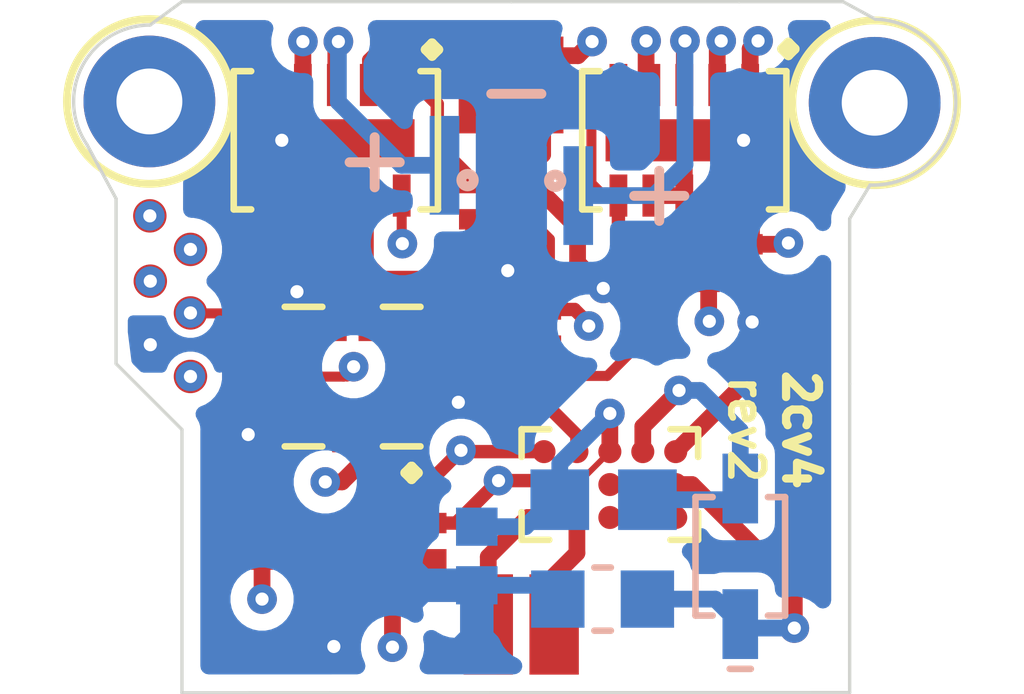
<source format=kicad_pcb>
(kicad_pcb (version 20171130) (host pcbnew "(5.1.4)-1")

  (general
    (thickness 0.8)
    (drawings 25)
    (tracks 269)
    (zones 0)
    (modules 33)
    (nets 30)
  )

  (page A4)
  (layers
    (0 F.Cu signal)
    (1 In1.Cu signal)
    (2 In2.Cu signal)
    (3 In3.Cu power)
    (4 In4.Cu power hide)
    (31 B.Cu signal)
    (32 B.Adhes user hide)
    (33 F.Adhes user hide)
    (34 B.Paste user hide)
    (35 F.Paste user hide)
    (36 B.SilkS user hide)
    (37 F.SilkS user hide)
    (38 B.Mask user hide)
    (39 F.Mask user hide)
    (40 Dwgs.User user hide)
    (41 Cmts.User user hide)
    (42 Eco1.User user hide)
    (43 Eco2.User user hide)
    (44 Edge.Cuts user)
    (45 Margin user hide)
    (46 B.CrtYd user hide)
    (47 F.CrtYd user hide)
    (48 B.Fab user hide)
    (49 F.Fab user hide)
  )

  (setup
    (last_trace_width 0.254)
    (user_trace_width 0.09)
    (user_trace_width 0.1016)
    (user_trace_width 0.152)
    (user_trace_width 0.2032)
    (user_trace_width 0.254)
    (trace_clearance 0.0889)
    (zone_clearance 0.254)
    (zone_45_only yes)
    (trace_min 0.0889)
    (via_size 0.45)
    (via_drill 0.2)
    (via_min_size 0.45)
    (via_min_drill 0.2)
    (user_via 0.45 0.2)
    (uvia_size 0.45)
    (uvia_drill 0.2)
    (uvias_allowed no)
    (uvia_min_size 0.2)
    (uvia_min_drill 0.1)
    (edge_width 0.15)
    (segment_width 0.2)
    (pcb_text_width 0.3)
    (pcb_text_size 1.5 1.5)
    (mod_edge_width 0.15)
    (mod_text_size 1 1)
    (mod_text_width 0.15)
    (pad_size 2 2)
    (pad_drill 1)
    (pad_to_mask_clearance 0.0254)
    (solder_mask_min_width 0.0762)
    (aux_axis_origin 13.2842 13.2842)
    (visible_elements 7FFFFFFF)
    (pcbplotparams
      (layerselection 0x010fc_ffffffff)
      (usegerberextensions false)
      (usegerberattributes false)
      (usegerberadvancedattributes false)
      (creategerberjobfile false)
      (excludeedgelayer true)
      (linewidth 0.100000)
      (plotframeref false)
      (viasonmask false)
      (mode 1)
      (useauxorigin false)
      (hpglpennumber 1)
      (hpglpenspeed 20)
      (hpglpendiameter 15.000000)
      (psnegative false)
      (psa4output false)
      (plotreference true)
      (plotvalue true)
      (plotinvisibletext false)
      (padsonsilk false)
      (subtractmaskfromsilk true)
      (outputformat 1)
      (mirror false)
      (drillshape 0)
      (scaleselection 1)
      (outputdirectory "Output/"))
  )

  (net 0 "")
  (net 1 "Net-(U1-PadB3)")
  (net 2 "Net-(U1-PadB4)")
  (net 3 "Net-(U1-PadC3)")
  (net 4 "Net-(U1-PadC4)")
  (net 5 "Net-(U1-PadC5)")
  (net 6 "Net-(D1-PadA)")
  (net 7 "Net-(C3-Pad1)")
  (net 8 GND)
  (net 9 +3V3)
  (net 10 "Net-(C5-Pad1)")
  (net 11 "Net-(D2-PadA)")
  (net 12 "Net-(C6-Pad1)")
  (net 13 "Net-(C5-Pad2)")
  (net 14 /SCL)
  (net 15 /SDA)
  (net 16 /EWL1)
  (net 17 /EWL2)
  (net 18 /Va)
  (net 19 "Net-(C9-Pad2)")
  (net 20 "Net-(C9-Pad1)")
  (net 21 "Net-(C10-Pad1)")
  (net 22 /Vb)
  (net 23 "Net-(D3-PadA)")
  (net 24 /ENT2)
  (net 25 /ENT1)
  (net 26 /_Wa)
  (net 27 "Net-(R1-Pad2)")
  (net 28 "Net-(R4-Pad2)")
  (net 29 /_Wb)

  (net_class Default "This is the default net class."
    (clearance 0.0889)
    (trace_width 0.0889)
    (via_dia 0.45)
    (via_drill 0.2)
    (uvia_dia 0.45)
    (uvia_drill 0.2)
    (add_net +3V3)
    (add_net /ENT1)
    (add_net /ENT2)
    (add_net /EWL1)
    (add_net /EWL2)
    (add_net /SCL)
    (add_net /SDA)
    (add_net /Va)
    (add_net /Vb)
    (add_net /_Wa)
    (add_net /_Wb)
    (add_net GND)
    (add_net "Net-(C10-Pad1)")
    (add_net "Net-(C3-Pad1)")
    (add_net "Net-(C5-Pad1)")
    (add_net "Net-(C5-Pad2)")
    (add_net "Net-(C6-Pad1)")
    (add_net "Net-(C9-Pad1)")
    (add_net "Net-(C9-Pad2)")
    (add_net "Net-(D1-PadA)")
    (add_net "Net-(D2-PadA)")
    (add_net "Net-(D3-PadA)")
    (add_net "Net-(R1-Pad2)")
    (add_net "Net-(R4-Pad2)")
    (add_net "Net-(U1-PadB3)")
    (add_net "Net-(U1-PadB4)")
    (add_net "Net-(U1-PadC3)")
    (add_net "Net-(U1-PadC4)")
    (add_net "Net-(U1-PadC5)")
  )

  (module .Package_QFN:QFN_14_P40_200X200X40L40X20L (layer F.Cu) (tedit 5D026C2E) (tstamp 5C19ED51)
    (at 15.875 18.98 90)
    (descr "Quad Flat No-Lead (QFN), 0.40 mm pitch; square, 5 pin X 2 pin, 2.00 mm L X 2.00 mm W X 0.40 mm H body")
    (path /5C189F4C)
    (attr smd)
    (fp_text reference U2 (at 0 0 90) (layer F.Fab)
      (effects (font (size 1 1) (thickness 0.1)))
    )
    (fp_text value TPL0102-100RUCR (at 0 0 90) (layer F.Fab)
      (effects (font (size 1.2 1.2) (thickness 0.12)))
    )
    (fp_line (start 1.01 1.13) (end 1.13 1.13) (layer F.CrtYd) (width 0.05))
    (fp_line (start 1.01 1.25) (end 1.01 1.13) (layer F.CrtYd) (width 0.05))
    (fp_line (start -1.01 1.25) (end 1.01 1.25) (layer F.CrtYd) (width 0.05))
    (fp_line (start -1.01 1.13) (end -1.01 1.25) (layer F.CrtYd) (width 0.05))
    (fp_line (start -1.13 1.13) (end -1.01 1.13) (layer F.CrtYd) (width 0.05))
    (fp_line (start -1.13 0.41) (end -1.13 1.13) (layer F.CrtYd) (width 0.05))
    (fp_line (start -1.25 0.41) (end -1.13 0.41) (layer F.CrtYd) (width 0.05))
    (fp_line (start -1.25 -0.41) (end -1.25 0.41) (layer F.CrtYd) (width 0.05))
    (fp_line (start -1.13 -0.41) (end -1.25 -0.41) (layer F.CrtYd) (width 0.05))
    (fp_line (start -1.13 -1.13) (end -1.13 -0.41) (layer F.CrtYd) (width 0.05))
    (fp_line (start -1.01 -1.13) (end -1.13 -1.13) (layer F.CrtYd) (width 0.05))
    (fp_line (start -1.01 -1.25) (end -1.01 -1.13) (layer F.CrtYd) (width 0.05))
    (fp_line (start 1.01 -1.25) (end -1.01 -1.25) (layer F.CrtYd) (width 0.05))
    (fp_line (start 1.01 -1.13) (end 1.01 -1.25) (layer F.CrtYd) (width 0.05))
    (fp_line (start 1.13 -1.13) (end 1.01 -1.13) (layer F.CrtYd) (width 0.05))
    (fp_line (start 1.13 -0.41) (end 1.13 -1.13) (layer F.CrtYd) (width 0.05))
    (fp_line (start 1.25 -0.41) (end 1.13 -0.41) (layer F.CrtYd) (width 0.05))
    (fp_line (start 1.25 0.41) (end 1.25 -0.41) (layer F.CrtYd) (width 0.05))
    (fp_line (start 1.13 0.41) (end 1.25 0.41) (layer F.CrtYd) (width 0.05))
    (fp_line (start 1.13 1.13) (end 1.13 0.41) (layer F.CrtYd) (width 0.05))
    (fp_line (start -1.06 -1.03) (end -1.06 -0.46) (layer F.SilkS) (width 0.1))
    (fp_line (start 1.06 -1.03) (end 1.06 -0.46) (layer F.SilkS) (width 0.1))
    (fp_line (start 1.06 1.03) (end 1.06 0.46) (layer F.SilkS) (width 0.1))
    (fp_line (start -1.06 1.03) (end -1.06 0.46) (layer F.SilkS) (width 0.1))
    (fp_circle (center 0 0) (end 0 0.25) (layer F.CrtYd) (width 0.05))
    (fp_line (start 1.03 1.03) (end -1.03 1.03) (layer F.Fab) (width 0.12))
    (fp_line (start 1.03 -1.03) (end 1.03 1.03) (layer F.Fab) (width 0.12))
    (fp_line (start -1.03 -1.03) (end 1.03 -1.03) (layer F.Fab) (width 0.12))
    (fp_line (start -1.03 1.03) (end -1.03 -1.03) (layer F.Fab) (width 0.12))
    (fp_line (start 1 1) (end -1 1) (layer Dwgs.User) (width 0.025))
    (fp_line (start 1 -1) (end 1 1) (layer Dwgs.User) (width 0.025))
    (fp_line (start -1 -1) (end 1 -1) (layer Dwgs.User) (width 0.025))
    (fp_line (start -1 1) (end -1 -1) (layer Dwgs.User) (width 0.025))
    (fp_line (start -1 0.1) (end -0.6 0.1) (layer Dwgs.User) (width 0.025))
    (fp_line (start -1 0.3) (end -1 0.1) (layer Dwgs.User) (width 0.025))
    (fp_line (start -0.6 0.3) (end -1 0.3) (layer Dwgs.User) (width 0.025))
    (fp_line (start -0.6 0.1) (end -0.6 0.3) (layer Dwgs.User) (width 0.025))
    (fp_line (start -1 -0.3) (end -0.6 -0.3) (layer Dwgs.User) (width 0.025))
    (fp_line (start -1 -0.1) (end -1 -0.3) (layer Dwgs.User) (width 0.025))
    (fp_line (start -0.6 -0.1) (end -1 -0.1) (layer Dwgs.User) (width 0.025))
    (fp_line (start -0.6 -0.3) (end -0.6 -0.1) (layer Dwgs.User) (width 0.025))
    (fp_line (start -0.7 -1) (end -0.7 -0.6) (layer Dwgs.User) (width 0.025))
    (fp_line (start -0.9 -1) (end -0.7 -1) (layer Dwgs.User) (width 0.025))
    (fp_line (start -0.9 -0.6) (end -0.9 -1) (layer Dwgs.User) (width 0.025))
    (fp_line (start -0.7 -0.6) (end -0.9 -0.6) (layer Dwgs.User) (width 0.025))
    (fp_line (start -0.3 -1) (end -0.3 -0.6) (layer Dwgs.User) (width 0.025))
    (fp_line (start -0.5 -1) (end -0.3 -1) (layer Dwgs.User) (width 0.025))
    (fp_line (start -0.5 -0.6) (end -0.5 -1) (layer Dwgs.User) (width 0.025))
    (fp_line (start -0.3 -0.6) (end -0.5 -0.6) (layer Dwgs.User) (width 0.025))
    (fp_line (start 0.1 -1) (end 0.1 -0.6) (layer Dwgs.User) (width 0.025))
    (fp_line (start -0.1 -1) (end 0.1 -1) (layer Dwgs.User) (width 0.025))
    (fp_line (start -0.1 -0.6) (end -0.1 -1) (layer Dwgs.User) (width 0.025))
    (fp_line (start 0.1 -0.6) (end -0.1 -0.6) (layer Dwgs.User) (width 0.025))
    (fp_line (start 0.5 -1) (end 0.5 -0.6) (layer Dwgs.User) (width 0.025))
    (fp_line (start 0.3 -1) (end 0.5 -1) (layer Dwgs.User) (width 0.025))
    (fp_line (start 0.3 -0.6) (end 0.3 -1) (layer Dwgs.User) (width 0.025))
    (fp_line (start 0.5 -0.6) (end 0.3 -0.6) (layer Dwgs.User) (width 0.025))
    (fp_line (start 0.9 -1) (end 0.9 -0.6) (layer Dwgs.User) (width 0.025))
    (fp_line (start 0.7 -1) (end 0.9 -1) (layer Dwgs.User) (width 0.025))
    (fp_line (start 0.7 -0.6) (end 0.7 -1) (layer Dwgs.User) (width 0.025))
    (fp_line (start 0.9 -0.6) (end 0.7 -0.6) (layer Dwgs.User) (width 0.025))
    (fp_line (start 1 -0.1) (end 0.6 -0.1) (layer Dwgs.User) (width 0.025))
    (fp_line (start 1 -0.3) (end 1 -0.1) (layer Dwgs.User) (width 0.025))
    (fp_line (start 0.6 -0.3) (end 1 -0.3) (layer Dwgs.User) (width 0.025))
    (fp_line (start 0.6 -0.1) (end 0.6 -0.3) (layer Dwgs.User) (width 0.025))
    (fp_line (start 1 0.3) (end 0.6 0.3) (layer Dwgs.User) (width 0.025))
    (fp_line (start 1 0.1) (end 1 0.3) (layer Dwgs.User) (width 0.025))
    (fp_line (start 0.6 0.1) (end 1 0.1) (layer Dwgs.User) (width 0.025))
    (fp_line (start 0.6 0.3) (end 0.6 0.1) (layer Dwgs.User) (width 0.025))
    (fp_line (start 0.7 1) (end 0.7 0.6) (layer Dwgs.User) (width 0.025))
    (fp_line (start 0.9 1) (end 0.7 1) (layer Dwgs.User) (width 0.025))
    (fp_line (start 0.9 0.6) (end 0.9 1) (layer Dwgs.User) (width 0.025))
    (fp_line (start 0.7 0.6) (end 0.9 0.6) (layer Dwgs.User) (width 0.025))
    (fp_line (start 0.3 1) (end 0.3 0.6) (layer Dwgs.User) (width 0.025))
    (fp_line (start 0.5 1) (end 0.3 1) (layer Dwgs.User) (width 0.025))
    (fp_line (start 0.5 0.6) (end 0.5 1) (layer Dwgs.User) (width 0.025))
    (fp_line (start 0.3 0.6) (end 0.5 0.6) (layer Dwgs.User) (width 0.025))
    (fp_line (start -0.1 1) (end -0.1 0.6) (layer Dwgs.User) (width 0.025))
    (fp_line (start 0.1 1) (end -0.1 1) (layer Dwgs.User) (width 0.025))
    (fp_line (start 0.1 0.6) (end 0.1 1) (layer Dwgs.User) (width 0.025))
    (fp_line (start -0.1 0.6) (end 0.1 0.6) (layer Dwgs.User) (width 0.025))
    (fp_line (start -0.5 1) (end -0.5 0.6) (layer Dwgs.User) (width 0.025))
    (fp_line (start -0.3 1) (end -0.5 1) (layer Dwgs.User) (width 0.025))
    (fp_line (start -0.3 0.6) (end -0.3 1) (layer Dwgs.User) (width 0.025))
    (fp_line (start -0.5 0.6) (end -0.3 0.6) (layer Dwgs.User) (width 0.025))
    (fp_line (start -0.9 1) (end -0.9 0.6) (layer Dwgs.User) (width 0.025))
    (fp_line (start -0.7 1) (end -0.9 1) (layer Dwgs.User) (width 0.025))
    (fp_line (start -0.7 0.6) (end -0.7 1) (layer Dwgs.User) (width 0.025))
    (fp_line (start -0.9 0.6) (end -0.7 0.6) (layer Dwgs.User) (width 0.025))
    (pad 14 smd rect (at -0.845 0.2 90) (size 0.61 0.22) (layers F.Cu F.Paste F.Mask)
      (net 9 +3V3))
    (pad 13 smd rect (at -0.845 -0.2 90) (size 0.61 0.22) (layers F.Cu F.Paste F.Mask)
      (net 8 GND))
    (pad 12 smd rect (at -0.8 -0.845 180) (size 0.61 0.22) (layers F.Cu F.Paste F.Mask)
      (net 8 GND))
    (pad 11 smd rect (at -0.4 -0.845 180) (size 0.61 0.22) (layers F.Cu F.Paste F.Mask)
      (net 8 GND))
    (pad 10 smd rect (at 0 -0.845 180) (size 0.61 0.22) (layers F.Cu F.Paste F.Mask)
      (net 14 /SCL))
    (pad 9 smd rect (at 0.4 -0.845 180) (size 0.61 0.22) (layers F.Cu F.Paste F.Mask)
      (net 15 /SDA))
    (pad 8 smd rect (at 0.8 -0.845 180) (size 0.61 0.22) (layers F.Cu F.Paste F.Mask)
      (net 8 GND))
    (pad 7 smd rect (at 0.845 -0.2 90) (size 0.61 0.22) (layers F.Cu F.Paste F.Mask)
      (net 8 GND))
    (pad 6 smd rect (at 0.845 0.2 90) (size 0.61 0.22) (layers F.Cu F.Paste F.Mask)
      (net 29 /_Wb))
    (pad 5 smd rect (at 0.8 0.845 180) (size 0.61 0.22) (layers F.Cu F.Paste F.Mask)
      (net 8 GND))
    (pad 4 smd rect (at 0.4 0.845 180) (size 0.61 0.22) (layers F.Cu F.Paste F.Mask)
      (net 22 /Vb))
    (pad 3 smd rect (at 0 0.845 180) (size 0.61 0.22) (layers F.Cu F.Paste F.Mask)
      (net 26 /_Wa))
    (pad 2 smd rect (at -0.4 0.845 180) (size 0.61 0.22) (layers F.Cu F.Paste F.Mask)
      (net 8 GND))
    (pad 1 smd rect (at -0.8 0.845 180) (size 0.61 0.22) (layers F.Cu F.Paste F.Mask)
      (net 18 /Va))
    (model ${KICAD_AHARONI_LAB}/Modules/Package_QFN.pretty/QFN_14_P40_200X200X40L40X20L.STEP
      (at (xyz 0 0 0))
      (scale (xyz 1 1 1))
      (rotate (xyz -90 0 0))
    )
  )

  (module .Package_SON:SON_11_P50_300X200X80L40X25T239X64L (layer F.Cu) (tedit 5D026CCD) (tstamp 5DC22CB0)
    (at 15.62 15.39 180)
    (descr "Small Outline No-Lead (SON with Tab), 0.50 mm pitch; 10 pin, 3.00 mm L X 2.00 mm W X 0.80 mm H body")
    (path /5C18A1DE)
    (attr smd)
    (fp_text reference U3 (at 0 0) (layer F.Fab)
      (effects (font (size 1 1) (thickness 0.1)))
    )
    (fp_text value LTC3218 (at 0 0) (layer F.Fab)
      (effects (font (size 1.2 1.2) (thickness 0.12)))
    )
    (fp_line (start 1.235 1.15) (end 1.65 1.15) (layer F.CrtYd) (width 0.05))
    (fp_line (start 1.235 1.26) (end 1.235 1.15) (layer F.CrtYd) (width 0.05))
    (fp_line (start -1.235 1.26) (end 1.235 1.26) (layer F.CrtYd) (width 0.05))
    (fp_line (start -1.235 1.15) (end -1.235 1.26) (layer F.CrtYd) (width 0.05))
    (fp_line (start -1.65 1.15) (end -1.235 1.15) (layer F.CrtYd) (width 0.05))
    (fp_line (start -1.65 -1.15) (end -1.65 1.15) (layer F.CrtYd) (width 0.05))
    (fp_line (start -1.235 -1.15) (end -1.65 -1.15) (layer F.CrtYd) (width 0.05))
    (fp_line (start -1.235 -1.26) (end -1.235 -1.15) (layer F.CrtYd) (width 0.05))
    (fp_line (start 1.235 -1.26) (end -1.235 -1.26) (layer F.CrtYd) (width 0.05))
    (fp_line (start 1.235 -1.15) (end 1.235 -1.26) (layer F.CrtYd) (width 0.05))
    (fp_line (start 1.65 -1.15) (end 1.235 -1.15) (layer F.CrtYd) (width 0.05))
    (fp_line (start 1.65 1.15) (end 1.65 -1.15) (layer F.CrtYd) (width 0.05))
    (fp_line (start -1.55 -1.05) (end -1.285 -1.05) (layer F.SilkS) (width 0.1))
    (fp_line (start -1.55 1.05) (end -1.55 -1.05) (layer F.SilkS) (width 0.1))
    (fp_line (start -1.285 1.05) (end -1.55 1.05) (layer F.SilkS) (width 0.1))
    (fp_line (start 1.55 -1.05) (end 1.285 -1.05) (layer F.SilkS) (width 0.1))
    (fp_line (start 1.55 1.05) (end 1.55 -1.05) (layer F.SilkS) (width 0.1))
    (fp_line (start 1.285 1.05) (end 1.55 1.05) (layer F.SilkS) (width 0.1))
    (fp_circle (center 0 0) (end 0 0.25) (layer F.CrtYd) (width 0.05))
    (fp_line (start 1.55 1.05) (end -1.55 1.05) (layer F.Fab) (width 0.12))
    (fp_line (start 1.55 -1.05) (end 1.55 1.05) (layer F.Fab) (width 0.12))
    (fp_line (start -1.55 -1.05) (end 1.55 -1.05) (layer F.Fab) (width 0.12))
    (fp_line (start -1.55 1.05) (end -1.55 -1.05) (layer F.Fab) (width 0.12))
    (fp_line (start 1.5 1) (end -1.5 1) (layer Dwgs.User) (width 0.025))
    (fp_line (start 1.5 -1) (end 1.5 1) (layer Dwgs.User) (width 0.025))
    (fp_line (start -1.5 -1) (end 1.5 -1) (layer Dwgs.User) (width 0.025))
    (fp_line (start -1.5 1) (end -1.5 -1) (layer Dwgs.User) (width 0.025))
    (fp_line (start -1.195 0.07) (end -0.945 0.32) (layer Dwgs.User) (width 0.025))
    (fp_line (start -1.195 -0.27) (end -1.195 0.07) (layer Dwgs.User) (width 0.025))
    (fp_arc (start -1.145 -0.27) (end -1.195 -0.27) (angle 90) (layer Dwgs.User) (width 0.025))
    (fp_line (start 1.145 -0.32) (end -1.145 -0.32) (layer Dwgs.User) (width 0.025))
    (fp_arc (start 1.145 -0.27) (end 1.145 -0.32) (angle 90) (layer Dwgs.User) (width 0.025))
    (fp_line (start 1.195 0.27) (end 1.195 -0.27) (layer Dwgs.User) (width 0.025))
    (fp_arc (start 1.145 0.27) (end 1.195 0.27) (angle 90) (layer Dwgs.User) (width 0.025))
    (fp_line (start -0.945 0.32) (end 1.145 0.32) (layer Dwgs.User) (width 0.025))
    (fp_line (start -0.875 -1) (end -1.125 -1) (layer Dwgs.User) (width 0.025))
    (fp_line (start -0.875 -0.725) (end -0.875 -1) (layer Dwgs.User) (width 0.025))
    (fp_arc (start -1 -0.725) (end -0.875 -0.725) (angle 180) (layer Dwgs.User) (width 0.025))
    (fp_line (start -1.125 -1) (end -1.125 -0.725) (layer Dwgs.User) (width 0.025))
    (fp_line (start -0.375 -1) (end -0.625 -1) (layer Dwgs.User) (width 0.025))
    (fp_line (start -0.375 -0.725) (end -0.375 -1) (layer Dwgs.User) (width 0.025))
    (fp_arc (start -0.5 -0.725) (end -0.375 -0.725) (angle 180) (layer Dwgs.User) (width 0.025))
    (fp_line (start -0.625 -1) (end -0.625 -0.725) (layer Dwgs.User) (width 0.025))
    (fp_line (start 0.125 -1) (end -0.125 -1) (layer Dwgs.User) (width 0.025))
    (fp_line (start 0.125 -0.725) (end 0.125 -1) (layer Dwgs.User) (width 0.025))
    (fp_arc (start 0 -0.725) (end 0.125 -0.725) (angle 180) (layer Dwgs.User) (width 0.025))
    (fp_line (start -0.125 -1) (end -0.125 -0.725) (layer Dwgs.User) (width 0.025))
    (fp_line (start 0.625 -1) (end 0.375 -1) (layer Dwgs.User) (width 0.025))
    (fp_line (start 0.625 -0.725) (end 0.625 -1) (layer Dwgs.User) (width 0.025))
    (fp_arc (start 0.5 -0.725) (end 0.625 -0.725) (angle 180) (layer Dwgs.User) (width 0.025))
    (fp_line (start 0.375 -1) (end 0.375 -0.725) (layer Dwgs.User) (width 0.025))
    (fp_line (start 1.125 -1) (end 0.875 -1) (layer Dwgs.User) (width 0.025))
    (fp_line (start 1.125 -0.725) (end 1.125 -1) (layer Dwgs.User) (width 0.025))
    (fp_arc (start 1 -0.725) (end 1.125 -0.725) (angle 180) (layer Dwgs.User) (width 0.025))
    (fp_line (start 0.875 -1) (end 0.875 -0.725) (layer Dwgs.User) (width 0.025))
    (fp_line (start 0.875 1) (end 1.125 1) (layer Dwgs.User) (width 0.025))
    (fp_line (start 0.875 0.725) (end 0.875 1) (layer Dwgs.User) (width 0.025))
    (fp_arc (start 1 0.725) (end 0.875 0.725) (angle 180) (layer Dwgs.User) (width 0.025))
    (fp_line (start 1.125 1) (end 1.125 0.725) (layer Dwgs.User) (width 0.025))
    (fp_line (start 0.375 1) (end 0.625 1) (layer Dwgs.User) (width 0.025))
    (fp_line (start 0.375 0.725) (end 0.375 1) (layer Dwgs.User) (width 0.025))
    (fp_arc (start 0.5 0.725) (end 0.375 0.725) (angle 180) (layer Dwgs.User) (width 0.025))
    (fp_line (start 0.625 1) (end 0.625 0.725) (layer Dwgs.User) (width 0.025))
    (fp_line (start -0.125 1) (end 0.125 1) (layer Dwgs.User) (width 0.025))
    (fp_line (start -0.125 0.725) (end -0.125 1) (layer Dwgs.User) (width 0.025))
    (fp_arc (start 0 0.725) (end -0.125 0.725) (angle 180) (layer Dwgs.User) (width 0.025))
    (fp_line (start 0.125 1) (end 0.125 0.725) (layer Dwgs.User) (width 0.025))
    (fp_line (start -0.625 1) (end -0.375 1) (layer Dwgs.User) (width 0.025))
    (fp_line (start -0.625 0.725) (end -0.625 1) (layer Dwgs.User) (width 0.025))
    (fp_arc (start -0.5 0.725) (end -0.625 0.725) (angle 180) (layer Dwgs.User) (width 0.025))
    (fp_line (start -0.375 1) (end -0.375 0.725) (layer Dwgs.User) (width 0.025))
    (fp_line (start -1.125 1) (end -0.875 1) (layer Dwgs.User) (width 0.025))
    (fp_line (start -1.125 0.725) (end -1.125 1) (layer Dwgs.User) (width 0.025))
    (fp_arc (start -1 0.725) (end -1.125 0.725) (angle 180) (layer Dwgs.User) (width 0.025))
    (fp_line (start -0.875 1) (end -0.875 0.725) (layer Dwgs.User) (width 0.025))
    (pad 11 smd rect (at 0 0 270) (size 0.64 2.39) (layers F.Cu F.Paste F.Mask)
      (net 8 GND))
    (pad 10 smd rect (at -1 -0.84 270) (size 0.64 0.27) (layers F.Cu F.Paste F.Mask)
      (net 9 +3V3))
    (pad 9 smd rect (at -0.5 -0.84 270) (size 0.64 0.27) (layers F.Cu F.Paste F.Mask)
      (net 10 "Net-(C5-Pad1)"))
    (pad 8 smd rect (at 0 -0.84 270) (size 0.64 0.27) (layers F.Cu F.Paste F.Mask)
      (net 8 GND))
    (pad 7 smd rect (at 0.5 -0.84 270) (size 0.64 0.27) (layers F.Cu F.Paste F.Mask)
      (net 8 GND))
    (pad 6 smd rect (at 1 -0.84 270) (size 0.64 0.27) (layers F.Cu F.Paste F.Mask)
      (net 27 "Net-(R1-Pad2)"))
    (pad 5 smd rect (at 1 0.84 270) (size 0.64 0.27) (layers F.Cu F.Paste F.Mask)
      (net 27 "Net-(R1-Pad2)"))
    (pad 4 smd rect (at 0.5 0.84 270) (size 0.64 0.27) (layers F.Cu F.Paste F.Mask)
      (net 25 /ENT1))
    (pad 3 smd rect (at 0 0.84 270) (size 0.64 0.27) (layers F.Cu F.Paste F.Mask)
      (net 11 "Net-(D2-PadA)"))
    (pad 2 smd rect (at -0.5 0.84 270) (size 0.64 0.27) (layers F.Cu F.Paste F.Mask)
      (net 12 "Net-(C6-Pad1)"))
    (pad 1 smd rect (at -1 0.84 270) (size 0.64 0.27) (layers F.Cu F.Paste F.Mask)
      (net 13 "Net-(C5-Pad2)"))
    (model ${KICAD_AHARONI_LAB}/Modules/Package_SON.pretty/SON_11_P50_300X200X80L40X25T239X64L.STEP
      (at (xyz 0 0 0))
      (scale (xyz 1 1 1))
      (rotate (xyz -90 0 0))
    )
  )

  (module Connector_Pin:Pin_D1.0mm_L10.0mm (layer F.Cu) (tedit 5DC06955) (tstamp 5DBB0355)
    (at 12.79 14.8)
    (descr "solder Pin_ diameter 1.0mm, hole diameter 1.0mm (press fit), length 10.0mm")
    (tags "solder Pin_ press fit")
    (fp_text reference REF** (at 0 2.25) (layer F.SilkS) hide
      (effects (font (size 1 1) (thickness 0.15)))
    )
    (fp_text value Pin_D1.0mm_L10.0mm (at 0 -2.05) (layer F.Fab)
      (effects (font (size 1 1) (thickness 0.15)))
    )
    (fp_circle (center 0 0) (end 1.25 0.05) (layer F.SilkS) (width 0.12))
    (fp_circle (center 0 0) (end 1 0) (layer F.Fab) (width 0.12))
    (fp_circle (center 0 0) (end 0.5 0) (layer F.Fab) (width 0.12))
    (fp_circle (center 0 0) (end 1 0) (layer F.CrtYd) (width 0.05))
    (fp_text user %R (at 0 2.25) (layer F.Fab)
      (effects (font (size 1 1) (thickness 0.15)))
    )
    (pad 1 thru_hole circle (at 0 0) (size 2 2) (drill 1) (layers *.Cu *.Mask))
    (model "${KIPRJMOD}/3D Files/96817A704_THREAD-FORMING SCREW FOR THIN PLASTIC.STEP"
      (at (xyz 0 0 0))
      (scale (xyz 1 1 1))
      (rotate (xyz 0 0 0))
    )
  )

  (module Connector_Pin:Pin_D1.0mm_L10.0mm (layer F.Cu) (tedit 5DC06931) (tstamp 5DBB0359)
    (at 23.8 14.82)
    (descr "solder Pin_ diameter 1.0mm, hole diameter 1.0mm (press fit), length 10.0mm")
    (tags "solder Pin_ press fit")
    (fp_text reference REF** (at 3.77 1.34) (layer F.SilkS) hide
      (effects (font (size 1 1) (thickness 0.15)))
    )
    (fp_text value Pin_D1.0mm_L10.0mm (at 0 -2.05) (layer F.Fab)
      (effects (font (size 1 1) (thickness 0.15)))
    )
    (fp_text user %R (at 0 2.25) (layer F.Fab)
      (effects (font (size 1 1) (thickness 0.15)))
    )
    (fp_circle (center 0 0) (end 1 0) (layer F.CrtYd) (width 0.05))
    (fp_circle (center 0 0) (end 0.5 0) (layer F.Fab) (width 0.12))
    (fp_circle (center 0 0) (end 1 0) (layer F.Fab) (width 0.12))
    (fp_circle (center 0 0) (end 1.25 0.05) (layer F.SilkS) (width 0.12))
    (pad 1 thru_hole circle (at 0 0) (size 2 2) (drill 1) (layers *.Cu *.Mask))
    (model "${KIPRJMOD}/3D Files/96817A704_THREAD-FORMING SCREW FOR THIN PLASTIC.STEP"
      (at (xyz 0 0 0))
      (scale (xyz 1 1 1))
      (rotate (xyz 0 0 0))
    )
  )

  (module .LED:LED_LXZ1_PR01_L (layer B.Cu) (tedit 5DC20835) (tstamp 5DC2B8C6)
    (at 17.62 15.77)
    (descr "LED, Chip; 1.30 mm L X 1.70 mm W X 0.76 mm H body")
    (path /5DBAF281)
    (attr smd)
    (fp_text reference D2 (at 0 0 180) (layer B.Fab) hide
      (effects (font (size 1 1) (thickness 0.1)) (justify mirror))
    )
    (fp_text value LXZ1-PR01 (at 0 0 180) (layer B.Fab)
      (effects (font (size 1.2 1.2) (thickness 0.12)) (justify mirror))
    )
    (fp_circle (center 0 0.225) (end 0.02 0.225) (layer B.SilkS) (width 0.15))
    (fp_line (start 0 0.35) (end 0 -0.35) (layer B.CrtYd) (width 0.05))
    (fp_line (start 0.35 0) (end -0.35 0) (layer B.CrtYd) (width 0.05))
    (fp_circle (center 0 0) (end 0 -0.25) (layer B.CrtYd) (width 0.05))
    (fp_line (start 0.79 -0.99) (end -0.79 -0.99) (layer B.CrtYd) (width 0.05))
    (fp_line (start 0.79 0.99) (end 0.79 -0.99) (layer B.CrtYd) (width 0.05))
    (fp_line (start -0.79 0.99) (end 0.79 0.99) (layer B.CrtYd) (width 0.05))
    (fp_line (start -0.79 -0.99) (end -0.79 0.99) (layer B.CrtYd) (width 0.05))
    (fp_line (start 0.69 -0.89) (end -0.69 -0.89) (layer B.Fab) (width 0.12))
    (fp_line (start 0.69 0.89) (end 0.69 -0.89) (layer B.Fab) (width 0.12))
    (fp_line (start -0.69 0.89) (end 0.69 0.89) (layer B.Fab) (width 0.12))
    (fp_line (start -0.69 -0.89) (end -0.69 0.89) (layer B.Fab) (width 0.12))
    (fp_line (start 0.65 -0.85) (end -0.65 -0.85) (layer Dwgs.User) (width 0.025))
    (fp_line (start 0.65 0.85) (end 0.65 -0.85) (layer Dwgs.User) (width 0.025))
    (fp_line (start -0.65 0.85) (end 0.65 0.85) (layer Dwgs.User) (width 0.025))
    (fp_line (start -0.65 -0.85) (end -0.65 0.85) (layer Dwgs.User) (width 0.025))
    (fp_line (start 0.65 -0.85) (end 0.35 -0.85) (layer Dwgs.User) (width 0.025))
    (fp_line (start 0.65 0.85) (end 0.65 -0.85) (layer Dwgs.User) (width 0.025))
    (fp_line (start 0.35 0.85) (end 0.65 0.85) (layer Dwgs.User) (width 0.025))
    (fp_line (start 0.35 -0.85) (end 0.35 0.85) (layer Dwgs.User) (width 0.025))
    (fp_line (start -0.65 0.85) (end -0.35 0.85) (layer Dwgs.User) (width 0.025))
    (fp_line (start -0.65 -0.85) (end -0.65 0.85) (layer Dwgs.User) (width 0.025))
    (fp_line (start -0.35 -0.85) (end -0.65 -0.85) (layer Dwgs.User) (width 0.025))
    (fp_line (start -0.35 0.85) (end -0.35 -0.85) (layer Dwgs.User) (width 0.025))
    (pad C smd rect (at 0.35 0) (size 0.45 1.5) (layers B.Cu B.Paste B.Mask)
      (net 8 GND) (zone_connect 2))
    (pad A smd rect (at -0.35 0) (size 0.45 1.5) (layers B.Cu B.Paste B.Mask)
      (net 11 "Net-(D2-PadA)"))
    (model "${KIPRJMOD}/3D Files/LUXEON Z InGaN Direct Color 0660.STEP"
      (offset (xyz -0.05 -0.3 0.3454))
      (scale (xyz 1 1 1))
      (rotate (xyz -90 0 0))
    )
  )

  (module .Resistor:R_0201_0603Metric_ERJ_L (layer F.Cu) (tedit 5D026941) (tstamp 5DC22C23)
    (at 14.935 17.05 180)
    (descr "Resistor, Chip; 0.60 mm L X 0.30 mm W X 0.26 mm H body")
    (path /5C1AA029)
    (attr smd)
    (fp_text reference R1 (at 0 0) (layer F.Fab)
      (effects (font (size 1 1) (thickness 0.1)))
    )
    (fp_text value ERJ-1GEF1022C (at 0 0) (layer F.Fab)
      (effects (font (size 1.2 1.2) (thickness 0.12)))
    )
    (fp_circle (center 0 0) (end 0 0.1013) (layer F.CrtYd) (width 0.05))
    (fp_line (start 0.53 0.27) (end -0.53 0.27) (layer F.CrtYd) (width 0.05))
    (fp_line (start 0.53 -0.27) (end 0.53 0.27) (layer F.CrtYd) (width 0.05))
    (fp_line (start -0.53 -0.27) (end 0.53 -0.27) (layer F.CrtYd) (width 0.05))
    (fp_line (start -0.53 0.27) (end -0.53 -0.27) (layer F.CrtYd) (width 0.05))
    (fp_line (start 0.32 0.17) (end -0.32 0.17) (layer F.Fab) (width 0.12))
    (fp_line (start 0.32 -0.17) (end 0.32 0.17) (layer F.Fab) (width 0.12))
    (fp_line (start -0.32 -0.17) (end 0.32 -0.17) (layer F.Fab) (width 0.12))
    (fp_line (start -0.32 0.17) (end -0.32 -0.17) (layer F.Fab) (width 0.12))
    (fp_line (start 0.3 0.15) (end -0.3 0.15) (layer Dwgs.User) (width 0.025))
    (fp_line (start 0.3 -0.15) (end 0.3 0.15) (layer Dwgs.User) (width 0.025))
    (fp_line (start -0.3 -0.15) (end 0.3 -0.15) (layer Dwgs.User) (width 0.025))
    (fp_line (start -0.3 0.15) (end -0.3 -0.15) (layer Dwgs.User) (width 0.025))
    (fp_line (start 0.3 0.15) (end 0.15 0.15) (layer Dwgs.User) (width 0.025))
    (fp_line (start 0.3 -0.15) (end 0.3 0.15) (layer Dwgs.User) (width 0.025))
    (fp_line (start 0.15 -0.15) (end 0.3 -0.15) (layer Dwgs.User) (width 0.025))
    (fp_line (start 0.15 0.15) (end 0.15 -0.15) (layer Dwgs.User) (width 0.025))
    (fp_line (start -0.3 -0.15) (end -0.15 -0.15) (layer Dwgs.User) (width 0.025))
    (fp_line (start -0.3 0.15) (end -0.3 -0.15) (layer Dwgs.User) (width 0.025))
    (fp_line (start -0.15 0.15) (end -0.3 0.15) (layer Dwgs.User) (width 0.025))
    (fp_line (start -0.15 -0.15) (end -0.15 0.15) (layer Dwgs.User) (width 0.025))
    (pad 2 smd rect (at 0.275 0 180) (size 0.31 0.34) (layers F.Cu F.Paste F.Mask)
      (net 27 "Net-(R1-Pad2)"))
    (pad 1 smd rect (at -0.275 0 180) (size 0.31 0.34) (layers F.Cu F.Paste F.Mask)
      (net 29 /_Wb))
    (model ${KICAD_AHARONI_LAB}/Modules/Resistor.pretty/R_0201_0603Metric_ERJ_L.STEP
      (at (xyz 0 0 0))
      (scale (xyz 1 1 1))
      (rotate (xyz -90 0 0))
    )
  )

  (module .Connector:Conn_1x1_700_Circular_Pad (layer F.Cu) (tedit 5D7DA6FF) (tstamp 5CFFF6B8)
    (at 12.79652 16.53794)
    (path /5D08606C)
    (fp_text reference H1 (at 0 0.5) (layer F.SilkS) hide
      (effects (font (size 1 1) (thickness 0.15)))
    )
    (fp_text value MountingHole_Pad (at 0 -0.5) (layer F.Fab)
      (effects (font (size 1 1) (thickness 0.15)))
    )
    (pad 1 smd circle (at 0 0) (size 0.508 0.508) (layers F.Cu F.Paste F.Mask)
      (net 24 /ENT2))
  )

  (module .Resistor:R_0201_0603Metric_ERJ_L (layer F.Cu) (tedit 5D026941) (tstamp 5CFFF6D6)
    (at 20.255 17.05 180)
    (descr "Resistor, Chip; 0.60 mm L X 0.30 mm W X 0.26 mm H body")
    (path /5D02BCB7)
    (attr smd)
    (fp_text reference R4 (at 0 0) (layer F.Fab)
      (effects (font (size 1 1) (thickness 0.1)))
    )
    (fp_text value ERJ-1GEF1022C (at 0 0) (layer F.Fab)
      (effects (font (size 1.2 1.2) (thickness 0.12)))
    )
    (fp_circle (center 0 0) (end 0 0.1013) (layer F.CrtYd) (width 0.05))
    (fp_line (start 0.53 0.27) (end -0.53 0.27) (layer F.CrtYd) (width 0.05))
    (fp_line (start 0.53 -0.27) (end 0.53 0.27) (layer F.CrtYd) (width 0.05))
    (fp_line (start -0.53 -0.27) (end 0.53 -0.27) (layer F.CrtYd) (width 0.05))
    (fp_line (start -0.53 0.27) (end -0.53 -0.27) (layer F.CrtYd) (width 0.05))
    (fp_line (start 0.32 0.17) (end -0.32 0.17) (layer F.Fab) (width 0.12))
    (fp_line (start 0.32 -0.17) (end 0.32 0.17) (layer F.Fab) (width 0.12))
    (fp_line (start -0.32 -0.17) (end 0.32 -0.17) (layer F.Fab) (width 0.12))
    (fp_line (start -0.32 0.17) (end -0.32 -0.17) (layer F.Fab) (width 0.12))
    (fp_line (start 0.3 0.15) (end -0.3 0.15) (layer Dwgs.User) (width 0.025))
    (fp_line (start 0.3 -0.15) (end 0.3 0.15) (layer Dwgs.User) (width 0.025))
    (fp_line (start -0.3 -0.15) (end 0.3 -0.15) (layer Dwgs.User) (width 0.025))
    (fp_line (start -0.3 0.15) (end -0.3 -0.15) (layer Dwgs.User) (width 0.025))
    (fp_line (start 0.3 0.15) (end 0.15 0.15) (layer Dwgs.User) (width 0.025))
    (fp_line (start 0.3 -0.15) (end 0.3 0.15) (layer Dwgs.User) (width 0.025))
    (fp_line (start 0.15 -0.15) (end 0.3 -0.15) (layer Dwgs.User) (width 0.025))
    (fp_line (start 0.15 0.15) (end 0.15 -0.15) (layer Dwgs.User) (width 0.025))
    (fp_line (start -0.3 -0.15) (end -0.15 -0.15) (layer Dwgs.User) (width 0.025))
    (fp_line (start -0.3 0.15) (end -0.3 -0.15) (layer Dwgs.User) (width 0.025))
    (fp_line (start -0.15 0.15) (end -0.3 0.15) (layer Dwgs.User) (width 0.025))
    (fp_line (start -0.15 -0.15) (end -0.15 0.15) (layer Dwgs.User) (width 0.025))
    (pad 2 smd rect (at 0.275 0 180) (size 0.31 0.34) (layers F.Cu F.Paste F.Mask)
      (net 28 "Net-(R4-Pad2)"))
    (pad 1 smd rect (at -0.275 0 180) (size 0.31 0.34) (layers F.Cu F.Paste F.Mask)
      (net 26 /_Wa))
    (model ${KICAD_AHARONI_LAB}/Modules/Resistor.pretty/R_0201_0603Metric_ERJ_L.STEP
      (at (xyz 0 0 0))
      (scale (xyz 1 1 1))
      (rotate (xyz -90 0 0))
    )
  )

  (module .Diode:SOD_323_250X125X110L30X32L (layer B.Cu) (tedit 5D026C8F) (tstamp 5D02FFD5)
    (at 21.76 21.71 90)
    (descr "Diode, Small Outline Diode (SOD); 1.70 mm L X 1.25 mm W X 1.10 mm H body")
    (path /5C18B231)
    (attr smd)
    (fp_text reference D1 (at 0 0 90) (layer B.Fab)
      (effects (font (size 1 1) (thickness 0.1)) (justify mirror))
    )
    (fp_text value BAS316 (at 0 0 90) (layer B.Fab)
      (effects (font (size 1.2 1.2) (thickness 0.12)) (justify mirror))
    )
    (fp_line (start -1 -0.37) (end -1 -0.78) (layer B.CrtYd) (width 0.05))
    (fp_line (start -1.66 -0.37) (end -1 -0.37) (layer B.CrtYd) (width 0.05))
    (fp_line (start -1.66 0.37) (end -1.66 -0.37) (layer B.CrtYd) (width 0.05))
    (fp_line (start -1 0.37) (end -1.66 0.37) (layer B.CrtYd) (width 0.05))
    (fp_line (start -1 0.78) (end -1 0.37) (layer B.CrtYd) (width 0.05))
    (fp_line (start 1 0.78) (end -1 0.78) (layer B.CrtYd) (width 0.05))
    (fp_line (start 1 0.37) (end 1 0.78) (layer B.CrtYd) (width 0.05))
    (fp_line (start 1.66 0.37) (end 1 0.37) (layer B.CrtYd) (width 0.05))
    (fp_line (start 1.66 -0.37) (end 1.66 0.37) (layer B.CrtYd) (width 0.05))
    (fp_line (start 1 -0.37) (end 1.66 -0.37) (layer B.CrtYd) (width 0.05))
    (fp_line (start 1 -0.78) (end 1 -0.37) (layer B.CrtYd) (width 0.05))
    (fp_line (start -1 -0.78) (end 1 -0.78) (layer B.CrtYd) (width 0.05))
    (fp_line (start -1.71 -0.16) (end -1.71 0.16) (layer B.SilkS) (width 0.1))
    (fp_line (start 0.9 0.68) (end 0.9 0.42) (layer B.SilkS) (width 0.1))
    (fp_line (start -0.9 0.68) (end 0.9 0.68) (layer B.SilkS) (width 0.1))
    (fp_line (start -0.9 -0.68) (end -0.9 -0.42) (layer B.SilkS) (width 0.1))
    (fp_line (start 0.9 -0.68) (end -0.9 -0.68) (layer B.SilkS) (width 0.1))
    (fp_circle (center 0 0) (end 0 -0.25) (layer B.CrtYd) (width 0.05))
    (fp_line (start 0.9 -0.42) (end 0.9 -0.68) (layer B.SilkS) (width 0.1))
    (fp_line (start -0.9 0.42) (end -0.9 0.68) (layer B.SilkS) (width 0.1))
    (fp_line (start 0.9 -0.68) (end -0.9 -0.68) (layer B.Fab) (width 0.12))
    (fp_line (start 0.9 0.68) (end 0.9 -0.68) (layer B.Fab) (width 0.12))
    (fp_line (start -0.9 0.68) (end 0.9 0.68) (layer B.Fab) (width 0.12))
    (fp_line (start -0.9 -0.68) (end -0.9 0.68) (layer B.Fab) (width 0.12))
    (fp_line (start 0.85 -0.625) (end -0.85 -0.625) (layer Dwgs.User) (width 0.025))
    (fp_line (start 0.85 0.625) (end 0.85 -0.625) (layer Dwgs.User) (width 0.025))
    (fp_line (start -0.85 0.625) (end 0.85 0.625) (layer Dwgs.User) (width 0.025))
    (fp_line (start -0.85 -0.625) (end -0.85 0.625) (layer Dwgs.User) (width 0.025))
    (fp_line (start 1.25 -0.1625) (end 0.95 -0.1625) (layer Dwgs.User) (width 0.025))
    (fp_line (start 1.25 0.1625) (end 1.25 -0.1625) (layer Dwgs.User) (width 0.025))
    (fp_line (start 0.95 0.1625) (end 1.25 0.1625) (layer Dwgs.User) (width 0.025))
    (fp_line (start 0.95 -0.1625) (end 0.95 0.1625) (layer Dwgs.User) (width 0.025))
    (fp_line (start -1.25 0.1625) (end -0.95 0.1625) (layer Dwgs.User) (width 0.025))
    (fp_line (start -1.25 -0.1625) (end -1.25 0.1625) (layer Dwgs.User) (width 0.025))
    (fp_line (start -0.95 -0.1625) (end -1.25 -0.1625) (layer Dwgs.User) (width 0.025))
    (fp_line (start -0.95 0.1625) (end -0.95 -0.1625) (layer Dwgs.User) (width 0.025))
    (pad A smd rect (at 1.03 0 90) (size 1.06 0.54) (layers B.Cu B.Paste B.Mask)
      (net 6 "Net-(D1-PadA)"))
    (pad C smd rect (at -1.03 0 90) (size 1.06 0.54) (layers B.Cu B.Paste B.Mask)
      (net 7 "Net-(C3-Pad1)"))
    (model ${KICAD_AHARONI_LAB}/Modules/Diode.pretty/SOD_323_250X125X110L30X32L.STEP
      (at (xyz 0 0 0))
      (scale (xyz 1 1 1))
      (rotate (xyz -90 0 0))
    )
  )

  (module .Package_BGA:BGA_15_NP50_3X5_155X255X69B31N (layer F.Cu) (tedit 5D026D32) (tstamp 5C6F309C)
    (at 19.78 20.62)
    (descr "Ball Grid Array (BGA), 0.50 mm pitch, rect.; 15 pin, 1.55 mm L X 2.555 mm W X 0.69 mm H body")
    (path /5C189E9C)
    (attr smd)
    (fp_text reference U1 (at 0 0) (layer F.Fab)
      (effects (font (size 1 1) (thickness 0.1)))
    )
    (fp_text value MAX14574EWL+ (at 0 0) (layer F.Fab)
      (effects (font (size 1.2 1.2) (thickness 0.12)))
    )
    (fp_line (start 1.34 -0.84) (end 0.92 -0.84) (layer F.SilkS) (width 0.1))
    (fp_line (start 1.34 -0.42) (end 1.34 -0.84) (layer F.SilkS) (width 0.1))
    (fp_line (start 1.34 0.84) (end 0.92 0.84) (layer F.SilkS) (width 0.1))
    (fp_line (start 1.34 0.42) (end 1.34 0.84) (layer F.SilkS) (width 0.1))
    (fp_line (start -1.34 0.84) (end -0.92 0.84) (layer F.SilkS) (width 0.1))
    (fp_line (start -1.34 0.42) (end -1.34 0.84) (layer F.SilkS) (width 0.1))
    (fp_line (start -1.34 -0.84) (end -0.92 -0.84) (layer F.SilkS) (width 0.1))
    (fp_line (start -1.34 -0.42) (end -1.34 -0.84) (layer F.SilkS) (width 0.1))
    (fp_line (start 1.34 0.84) (end -1.34 0.84) (layer F.Fab) (width 0.12))
    (fp_line (start 1.34 -0.84) (end 1.34 0.84) (layer F.Fab) (width 0.12))
    (fp_line (start -1.34 -0.84) (end 1.34 -0.84) (layer F.Fab) (width 0.12))
    (fp_line (start -1.34 0.84) (end -1.34 -0.84) (layer F.Fab) (width 0.12))
    (fp_line (start 1.2775 0.775) (end -1.2775 0.775) (layer Dwgs.User) (width 0.025))
    (fp_line (start 1.2775 -0.775) (end 1.2775 0.775) (layer Dwgs.User) (width 0.025))
    (fp_line (start -1.2775 -0.775) (end 1.2775 -0.775) (layer Dwgs.User) (width 0.025))
    (fp_line (start -1.2775 0.775) (end -1.2775 -0.775) (layer Dwgs.User) (width 0.025))
    (fp_circle (center 0 0) (end 0 0.25) (layer F.CrtYd) (width 0.05))
    (fp_line (start 1.6 1.1) (end -1.6 1.1) (layer F.CrtYd) (width 0.05))
    (fp_line (start 1.6 -1.1) (end 1.6 1.1) (layer F.CrtYd) (width 0.05))
    (fp_line (start -1.6 -1.1) (end 1.6 -1.1) (layer F.CrtYd) (width 0.05))
    (fp_line (start -1.6 1.1) (end -1.6 -1.1) (layer F.CrtYd) (width 0.05))
    (fp_circle (center 1 0.5) (end 1 0.655) (layer Dwgs.User) (width 0.025))
    (fp_circle (center 0.5 0.5) (end 0.5 0.655) (layer Dwgs.User) (width 0.025))
    (fp_circle (center 0 0.5) (end 0 0.655) (layer Dwgs.User) (width 0.025))
    (fp_circle (center -0.5 0.5) (end -0.5 0.655) (layer Dwgs.User) (width 0.025))
    (fp_circle (center -1 0.5) (end -1 0.655) (layer Dwgs.User) (width 0.025))
    (fp_circle (center 1 0) (end 1 0.155) (layer Dwgs.User) (width 0.025))
    (fp_circle (center 0.5 0) (end 0.5 0.155) (layer Dwgs.User) (width 0.025))
    (fp_circle (center 0 0) (end 0 0.155) (layer Dwgs.User) (width 0.025))
    (fp_circle (center -0.5 0) (end -0.5 0.155) (layer Dwgs.User) (width 0.025))
    (fp_circle (center -1 0) (end -1 0.155) (layer Dwgs.User) (width 0.025))
    (fp_circle (center 1 -0.5) (end 1 -0.345) (layer Dwgs.User) (width 0.025))
    (fp_circle (center 0.5 -0.5) (end 0.5 -0.345) (layer Dwgs.User) (width 0.025))
    (fp_circle (center 0 -0.5) (end 0 -0.345) (layer Dwgs.User) (width 0.025))
    (fp_circle (center -0.5 -0.5) (end -0.5 -0.345) (layer Dwgs.User) (width 0.025))
    (fp_circle (center -1 -0.5) (end -1 -0.345) (layer Dwgs.User) (width 0.025))
    (pad C5 smd circle (at 1 0.5) (size 0.35 0.35) (layers F.Cu F.Paste F.Mask)
      (net 5 "Net-(U1-PadC5)"))
    (pad C4 smd circle (at 0.5 0.5) (size 0.35 0.35) (layers F.Cu F.Paste F.Mask)
      (net 4 "Net-(U1-PadC4)"))
    (pad C3 smd circle (at 0 0.5) (size 0.35 0.35) (layers F.Cu F.Paste F.Mask)
      (net 3 "Net-(U1-PadC3)"))
    (pad C2 smd circle (at -0.5 0.5) (size 0.35 0.35) (layers F.Cu F.Paste F.Mask)
      (net 16 /EWL1))
    (pad C1 smd circle (at -1 0.5) (size 0.35 0.35) (layers F.Cu F.Paste F.Mask)
      (net 17 /EWL2))
    (pad B5 smd circle (at 1 0) (size 0.35 0.35) (layers F.Cu F.Paste F.Mask)
      (net 7 "Net-(C3-Pad1)"))
    (pad B4 smd circle (at 0.5 0) (size 0.35 0.35) (layers F.Cu F.Paste F.Mask)
      (net 2 "Net-(U1-PadB4)"))
    (pad B3 smd circle (at 0 0) (size 0.35 0.35) (layers F.Cu F.Paste F.Mask)
      (net 1 "Net-(U1-PadB3)"))
    (pad B2 smd circle (at -0.5 0) (size 0.35 0.35) (layers F.Cu F.Paste F.Mask)
      (net 9 +3V3))
    (pad B1 smd circle (at -1 0) (size 0.35 0.35) (layers F.Cu F.Paste F.Mask)
      (net 14 /SCL))
    (pad A5 smd circle (at 1 -0.5) (size 0.35 0.35) (layers F.Cu F.Paste F.Mask)
      (net 8 GND))
    (pad A4 smd circle (at 0.5 -0.5) (size 0.35 0.35) (layers F.Cu F.Paste F.Mask)
      (net 6 "Net-(D1-PadA)"))
    (pad A3 smd circle (at 0 -0.5) (size 0.35 0.35) (layers F.Cu F.Paste F.Mask)
      (net 9 +3V3))
    (pad A2 smd circle (at -0.5 -0.5) (size 0.35 0.35) (layers F.Cu F.Paste F.Mask)
      (net 8 GND))
    (pad A1 smd circle (at -1 -0.5) (size 0.35 0.35) (layers F.Cu F.Paste F.Mask)
      (net 15 /SDA))
    (model ${KICAD_AHARONI_LAB}/Modules/Package_BGA.pretty/BGA_15_NP50_3X5_155X255X69B31N.STEP
      (at (xyz 0 0 0))
      (scale (xyz 1 1 1))
      (rotate (xyz -90 0 0))
    )
  )

  (module .Package_SON:SON_11_P50_300X200X80L40X25T239X64L (layer F.Cu) (tedit 5D026CE9) (tstamp 5DC21BA3)
    (at 20.91 15.39 180)
    (descr "Small Outline No-Lead (SON with Tab), 0.50 mm pitch; 10 pin, 3.00 mm L X 2.00 mm W X 0.80 mm H body")
    (path /5D02BC5D)
    (attr smd)
    (fp_text reference U4 (at 0 0) (layer F.Fab)
      (effects (font (size 1 1) (thickness 0.1)))
    )
    (fp_text value LTC3218 (at 0 0) (layer F.Fab)
      (effects (font (size 1.2 1.2) (thickness 0.12)))
    )
    (fp_line (start 1.235 1.15) (end 1.65 1.15) (layer F.CrtYd) (width 0.05))
    (fp_line (start 1.235 1.26) (end 1.235 1.15) (layer F.CrtYd) (width 0.05))
    (fp_line (start -1.235 1.26) (end 1.235 1.26) (layer F.CrtYd) (width 0.05))
    (fp_line (start -1.235 1.15) (end -1.235 1.26) (layer F.CrtYd) (width 0.05))
    (fp_line (start -1.65 1.15) (end -1.235 1.15) (layer F.CrtYd) (width 0.05))
    (fp_line (start -1.65 -1.15) (end -1.65 1.15) (layer F.CrtYd) (width 0.05))
    (fp_line (start -1.235 -1.15) (end -1.65 -1.15) (layer F.CrtYd) (width 0.05))
    (fp_line (start -1.235 -1.26) (end -1.235 -1.15) (layer F.CrtYd) (width 0.05))
    (fp_line (start 1.235 -1.26) (end -1.235 -1.26) (layer F.CrtYd) (width 0.05))
    (fp_line (start 1.235 -1.15) (end 1.235 -1.26) (layer F.CrtYd) (width 0.05))
    (fp_line (start 1.65 -1.15) (end 1.235 -1.15) (layer F.CrtYd) (width 0.05))
    (fp_line (start 1.65 1.15) (end 1.65 -1.15) (layer F.CrtYd) (width 0.05))
    (fp_line (start -1.55 -1.05) (end -1.285 -1.05) (layer F.SilkS) (width 0.1))
    (fp_line (start -1.55 1.05) (end -1.55 -1.05) (layer F.SilkS) (width 0.1))
    (fp_line (start -1.285 1.05) (end -1.55 1.05) (layer F.SilkS) (width 0.1))
    (fp_line (start 1.55 -1.05) (end 1.285 -1.05) (layer F.SilkS) (width 0.1))
    (fp_line (start 1.55 1.05) (end 1.55 -1.05) (layer F.SilkS) (width 0.1))
    (fp_line (start 1.285 1.05) (end 1.55 1.05) (layer F.SilkS) (width 0.1))
    (fp_circle (center 0 0) (end 0 0.25) (layer F.CrtYd) (width 0.05))
    (fp_line (start 1.55 1.05) (end -1.55 1.05) (layer F.Fab) (width 0.12))
    (fp_line (start 1.55 -1.05) (end 1.55 1.05) (layer F.Fab) (width 0.12))
    (fp_line (start -1.55 -1.05) (end 1.55 -1.05) (layer F.Fab) (width 0.12))
    (fp_line (start -1.55 1.05) (end -1.55 -1.05) (layer F.Fab) (width 0.12))
    (fp_line (start 1.5 1) (end -1.5 1) (layer Dwgs.User) (width 0.025))
    (fp_line (start 1.5 -1) (end 1.5 1) (layer Dwgs.User) (width 0.025))
    (fp_line (start -1.5 -1) (end 1.5 -1) (layer Dwgs.User) (width 0.025))
    (fp_line (start -1.5 1) (end -1.5 -1) (layer Dwgs.User) (width 0.025))
    (fp_line (start -1.195 0.07) (end -0.945 0.32) (layer Dwgs.User) (width 0.025))
    (fp_line (start -1.195 -0.27) (end -1.195 0.07) (layer Dwgs.User) (width 0.025))
    (fp_arc (start -1.145 -0.27) (end -1.195 -0.27) (angle 90) (layer Dwgs.User) (width 0.025))
    (fp_line (start 1.145 -0.32) (end -1.145 -0.32) (layer Dwgs.User) (width 0.025))
    (fp_arc (start 1.145 -0.27) (end 1.145 -0.32) (angle 90) (layer Dwgs.User) (width 0.025))
    (fp_line (start 1.195 0.27) (end 1.195 -0.27) (layer Dwgs.User) (width 0.025))
    (fp_arc (start 1.145 0.27) (end 1.195 0.27) (angle 90) (layer Dwgs.User) (width 0.025))
    (fp_line (start -0.945 0.32) (end 1.145 0.32) (layer Dwgs.User) (width 0.025))
    (fp_line (start -0.875 -1) (end -1.125 -1) (layer Dwgs.User) (width 0.025))
    (fp_line (start -0.875 -0.725) (end -0.875 -1) (layer Dwgs.User) (width 0.025))
    (fp_arc (start -1 -0.725) (end -0.875 -0.725) (angle 180) (layer Dwgs.User) (width 0.025))
    (fp_line (start -1.125 -1) (end -1.125 -0.725) (layer Dwgs.User) (width 0.025))
    (fp_line (start -0.375 -1) (end -0.625 -1) (layer Dwgs.User) (width 0.025))
    (fp_line (start -0.375 -0.725) (end -0.375 -1) (layer Dwgs.User) (width 0.025))
    (fp_arc (start -0.5 -0.725) (end -0.375 -0.725) (angle 180) (layer Dwgs.User) (width 0.025))
    (fp_line (start -0.625 -1) (end -0.625 -0.725) (layer Dwgs.User) (width 0.025))
    (fp_line (start 0.125 -1) (end -0.125 -1) (layer Dwgs.User) (width 0.025))
    (fp_line (start 0.125 -0.725) (end 0.125 -1) (layer Dwgs.User) (width 0.025))
    (fp_arc (start 0 -0.725) (end 0.125 -0.725) (angle 180) (layer Dwgs.User) (width 0.025))
    (fp_line (start -0.125 -1) (end -0.125 -0.725) (layer Dwgs.User) (width 0.025))
    (fp_line (start 0.625 -1) (end 0.375 -1) (layer Dwgs.User) (width 0.025))
    (fp_line (start 0.625 -0.725) (end 0.625 -1) (layer Dwgs.User) (width 0.025))
    (fp_arc (start 0.5 -0.725) (end 0.625 -0.725) (angle 180) (layer Dwgs.User) (width 0.025))
    (fp_line (start 0.375 -1) (end 0.375 -0.725) (layer Dwgs.User) (width 0.025))
    (fp_line (start 1.125 -1) (end 0.875 -1) (layer Dwgs.User) (width 0.025))
    (fp_line (start 1.125 -0.725) (end 1.125 -1) (layer Dwgs.User) (width 0.025))
    (fp_arc (start 1 -0.725) (end 1.125 -0.725) (angle 180) (layer Dwgs.User) (width 0.025))
    (fp_line (start 0.875 -1) (end 0.875 -0.725) (layer Dwgs.User) (width 0.025))
    (fp_line (start 0.875 1) (end 1.125 1) (layer Dwgs.User) (width 0.025))
    (fp_line (start 0.875 0.725) (end 0.875 1) (layer Dwgs.User) (width 0.025))
    (fp_arc (start 1 0.725) (end 0.875 0.725) (angle 180) (layer Dwgs.User) (width 0.025))
    (fp_line (start 1.125 1) (end 1.125 0.725) (layer Dwgs.User) (width 0.025))
    (fp_line (start 0.375 1) (end 0.625 1) (layer Dwgs.User) (width 0.025))
    (fp_line (start 0.375 0.725) (end 0.375 1) (layer Dwgs.User) (width 0.025))
    (fp_arc (start 0.5 0.725) (end 0.375 0.725) (angle 180) (layer Dwgs.User) (width 0.025))
    (fp_line (start 0.625 1) (end 0.625 0.725) (layer Dwgs.User) (width 0.025))
    (fp_line (start -0.125 1) (end 0.125 1) (layer Dwgs.User) (width 0.025))
    (fp_line (start -0.125 0.725) (end -0.125 1) (layer Dwgs.User) (width 0.025))
    (fp_arc (start 0 0.725) (end -0.125 0.725) (angle 180) (layer Dwgs.User) (width 0.025))
    (fp_line (start 0.125 1) (end 0.125 0.725) (layer Dwgs.User) (width 0.025))
    (fp_line (start -0.625 1) (end -0.375 1) (layer Dwgs.User) (width 0.025))
    (fp_line (start -0.625 0.725) (end -0.625 1) (layer Dwgs.User) (width 0.025))
    (fp_arc (start -0.5 0.725) (end -0.625 0.725) (angle 180) (layer Dwgs.User) (width 0.025))
    (fp_line (start -0.375 1) (end -0.375 0.725) (layer Dwgs.User) (width 0.025))
    (fp_line (start -1.125 1) (end -0.875 1) (layer Dwgs.User) (width 0.025))
    (fp_line (start -1.125 0.725) (end -1.125 1) (layer Dwgs.User) (width 0.025))
    (fp_arc (start -1 0.725) (end -1.125 0.725) (angle 180) (layer Dwgs.User) (width 0.025))
    (fp_line (start -0.875 1) (end -0.875 0.725) (layer Dwgs.User) (width 0.025))
    (pad 11 smd rect (at 0 0 270) (size 0.64 2.39) (layers F.Cu F.Paste F.Mask)
      (net 8 GND))
    (pad 10 smd rect (at -1 -0.84 270) (size 0.64 0.27) (layers F.Cu F.Paste F.Mask)
      (net 9 +3V3))
    (pad 9 smd rect (at -0.5 -0.84 270) (size 0.64 0.27) (layers F.Cu F.Paste F.Mask)
      (net 20 "Net-(C9-Pad1)"))
    (pad 8 smd rect (at 0 -0.84 270) (size 0.64 0.27) (layers F.Cu F.Paste F.Mask)
      (net 8 GND))
    (pad 7 smd rect (at 0.5 -0.84 270) (size 0.64 0.27) (layers F.Cu F.Paste F.Mask)
      (net 8 GND))
    (pad 6 smd rect (at 1 -0.84 270) (size 0.64 0.27) (layers F.Cu F.Paste F.Mask)
      (net 28 "Net-(R4-Pad2)"))
    (pad 5 smd rect (at 1 0.84 270) (size 0.64 0.27) (layers F.Cu F.Paste F.Mask)
      (net 28 "Net-(R4-Pad2)"))
    (pad 4 smd rect (at 0.5 0.84 270) (size 0.64 0.27) (layers F.Cu F.Paste F.Mask)
      (net 24 /ENT2))
    (pad 3 smd rect (at 0 0.84 270) (size 0.64 0.27) (layers F.Cu F.Paste F.Mask)
      (net 23 "Net-(D3-PadA)"))
    (pad 2 smd rect (at -0.5 0.84 270) (size 0.64 0.27) (layers F.Cu F.Paste F.Mask)
      (net 21 "Net-(C10-Pad1)"))
    (pad 1 smd rect (at -1 0.84 270) (size 0.64 0.27) (layers F.Cu F.Paste F.Mask)
      (net 19 "Net-(C9-Pad2)"))
    (model ${KICAD_AHARONI_LAB}/Modules/Package_SON.pretty/SON_11_P50_300X200X80L40X25T239X64L.STEP
      (at (xyz 0 0 0))
      (scale (xyz 1 1 1))
      (rotate (xyz -90 0 0))
    )
  )

  (module .Capacitor:C_0201_0603Metric_L (layer F.Cu) (tedit 5D0268F0) (tstamp 5CFFF658)
    (at 21.28 17.265 270)
    (descr "Capacitor, Chip; 0.60 mm L X 0.30 mm W X 0.33 mm H body")
    (path /5D02BC6D)
    (attr smd)
    (fp_text reference C9 (at 0 0 270) (layer F.Fab)
      (effects (font (size 1 1) (thickness 0.1)))
    )
    (fp_text value GRM033R61A225ME47D (at 0 0 270) (layer F.Fab)
      (effects (font (size 1.2 1.2) (thickness 0.12)))
    )
    (fp_circle (center 0 0) (end 0 0.1013) (layer F.CrtYd) (width 0.05))
    (fp_line (start 0.53 0.27) (end -0.53 0.27) (layer F.CrtYd) (width 0.05))
    (fp_line (start 0.53 -0.27) (end 0.53 0.27) (layer F.CrtYd) (width 0.05))
    (fp_line (start -0.53 -0.27) (end 0.53 -0.27) (layer F.CrtYd) (width 0.05))
    (fp_line (start -0.53 0.27) (end -0.53 -0.27) (layer F.CrtYd) (width 0.05))
    (fp_line (start 0.32 0.17) (end -0.32 0.17) (layer F.Fab) (width 0.12))
    (fp_line (start 0.32 -0.17) (end 0.32 0.17) (layer F.Fab) (width 0.12))
    (fp_line (start -0.32 -0.17) (end 0.32 -0.17) (layer F.Fab) (width 0.12))
    (fp_line (start -0.32 0.17) (end -0.32 -0.17) (layer F.Fab) (width 0.12))
    (fp_line (start 0.3 0.15) (end -0.3 0.15) (layer Dwgs.User) (width 0.025))
    (fp_line (start 0.3 -0.15) (end 0.3 0.15) (layer Dwgs.User) (width 0.025))
    (fp_line (start -0.3 -0.15) (end 0.3 -0.15) (layer Dwgs.User) (width 0.025))
    (fp_line (start -0.3 0.15) (end -0.3 -0.15) (layer Dwgs.User) (width 0.025))
    (fp_line (start 0.3 0.15) (end 0.15 0.15) (layer Dwgs.User) (width 0.025))
    (fp_line (start 0.3 -0.15) (end 0.3 0.15) (layer Dwgs.User) (width 0.025))
    (fp_line (start 0.15 -0.15) (end 0.3 -0.15) (layer Dwgs.User) (width 0.025))
    (fp_line (start 0.15 0.15) (end 0.15 -0.15) (layer Dwgs.User) (width 0.025))
    (fp_line (start -0.3 -0.15) (end -0.15 -0.15) (layer Dwgs.User) (width 0.025))
    (fp_line (start -0.3 0.15) (end -0.3 -0.15) (layer Dwgs.User) (width 0.025))
    (fp_line (start -0.15 0.15) (end -0.3 0.15) (layer Dwgs.User) (width 0.025))
    (fp_line (start -0.15 -0.15) (end -0.15 0.15) (layer Dwgs.User) (width 0.025))
    (pad 2 smd rect (at 0.275 0 270) (size 0.31 0.34) (layers F.Cu F.Paste F.Mask)
      (net 19 "Net-(C9-Pad2)"))
    (pad 1 smd rect (at -0.275 0 270) (size 0.31 0.34) (layers F.Cu F.Paste F.Mask)
      (net 20 "Net-(C9-Pad1)"))
    (model ${KICAD_AHARONI_LAB}/Modules/Capacitor.pretty/C_0201_0603Metric_L.STEP
      (at (xyz 0 0 0))
      (scale (xyz 1 1 1))
      (rotate (xyz -90 0 0))
    )
  )

  (module .Capacitor:C_0201_0603Metric_L (layer F.Cu) (tedit 5D0268F0) (tstamp 5D0041A7)
    (at 21.93 17.245 270)
    (descr "Capacitor, Chip; 0.60 mm L X 0.30 mm W X 0.33 mm H body")
    (path /5D02BC65)
    (attr smd)
    (fp_text reference C8 (at 0 0 270) (layer F.Fab)
      (effects (font (size 1 1) (thickness 0.1)))
    )
    (fp_text value GRM033R61A225ME47D (at 0 0 270) (layer F.Fab)
      (effects (font (size 1.2 1.2) (thickness 0.12)))
    )
    (fp_circle (center 0 0) (end 0 0.1013) (layer F.CrtYd) (width 0.05))
    (fp_line (start 0.53 0.27) (end -0.53 0.27) (layer F.CrtYd) (width 0.05))
    (fp_line (start 0.53 -0.27) (end 0.53 0.27) (layer F.CrtYd) (width 0.05))
    (fp_line (start -0.53 -0.27) (end 0.53 -0.27) (layer F.CrtYd) (width 0.05))
    (fp_line (start -0.53 0.27) (end -0.53 -0.27) (layer F.CrtYd) (width 0.05))
    (fp_line (start 0.32 0.17) (end -0.32 0.17) (layer F.Fab) (width 0.12))
    (fp_line (start 0.32 -0.17) (end 0.32 0.17) (layer F.Fab) (width 0.12))
    (fp_line (start -0.32 -0.17) (end 0.32 -0.17) (layer F.Fab) (width 0.12))
    (fp_line (start -0.32 0.17) (end -0.32 -0.17) (layer F.Fab) (width 0.12))
    (fp_line (start 0.3 0.15) (end -0.3 0.15) (layer Dwgs.User) (width 0.025))
    (fp_line (start 0.3 -0.15) (end 0.3 0.15) (layer Dwgs.User) (width 0.025))
    (fp_line (start -0.3 -0.15) (end 0.3 -0.15) (layer Dwgs.User) (width 0.025))
    (fp_line (start -0.3 0.15) (end -0.3 -0.15) (layer Dwgs.User) (width 0.025))
    (fp_line (start 0.3 0.15) (end 0.15 0.15) (layer Dwgs.User) (width 0.025))
    (fp_line (start 0.3 -0.15) (end 0.3 0.15) (layer Dwgs.User) (width 0.025))
    (fp_line (start 0.15 -0.15) (end 0.3 -0.15) (layer Dwgs.User) (width 0.025))
    (fp_line (start 0.15 0.15) (end 0.15 -0.15) (layer Dwgs.User) (width 0.025))
    (fp_line (start -0.3 -0.15) (end -0.15 -0.15) (layer Dwgs.User) (width 0.025))
    (fp_line (start -0.3 0.15) (end -0.3 -0.15) (layer Dwgs.User) (width 0.025))
    (fp_line (start -0.15 0.15) (end -0.3 0.15) (layer Dwgs.User) (width 0.025))
    (fp_line (start -0.15 -0.15) (end -0.15 0.15) (layer Dwgs.User) (width 0.025))
    (pad 2 smd rect (at 0.275 0 270) (size 0.31 0.34) (layers F.Cu F.Paste F.Mask)
      (net 8 GND))
    (pad 1 smd rect (at -0.275 0 270) (size 0.31 0.34) (layers F.Cu F.Paste F.Mask)
      (net 9 +3V3))
    (model ${KICAD_AHARONI_LAB}/Modules/Capacitor.pretty/C_0201_0603Metric_L.STEP
      (at (xyz 0 0 0))
      (scale (xyz 1 1 1))
      (rotate (xyz -90 0 0))
    )
  )

  (module .Capacitor:C_0201_0603Metric_L (layer F.Cu) (tedit 5D0268F0) (tstamp 5C1A3709)
    (at 18.31 16.315 90)
    (descr "Capacitor, Chip; 0.60 mm L X 0.30 mm W X 0.33 mm H body")
    (path /5C195649)
    (attr smd)
    (fp_text reference C2 (at 0 0 90) (layer F.Fab)
      (effects (font (size 1 1) (thickness 0.1)))
    )
    (fp_text value GRM033R61A225ME47D (at 0 0 90) (layer F.Fab)
      (effects (font (size 1.2 1.2) (thickness 0.12)))
    )
    (fp_circle (center 0 0) (end 0 0.1013) (layer F.CrtYd) (width 0.05))
    (fp_line (start 0.53 0.27) (end -0.53 0.27) (layer F.CrtYd) (width 0.05))
    (fp_line (start 0.53 -0.27) (end 0.53 0.27) (layer F.CrtYd) (width 0.05))
    (fp_line (start -0.53 -0.27) (end 0.53 -0.27) (layer F.CrtYd) (width 0.05))
    (fp_line (start -0.53 0.27) (end -0.53 -0.27) (layer F.CrtYd) (width 0.05))
    (fp_line (start 0.32 0.17) (end -0.32 0.17) (layer F.Fab) (width 0.12))
    (fp_line (start 0.32 -0.17) (end 0.32 0.17) (layer F.Fab) (width 0.12))
    (fp_line (start -0.32 -0.17) (end 0.32 -0.17) (layer F.Fab) (width 0.12))
    (fp_line (start -0.32 0.17) (end -0.32 -0.17) (layer F.Fab) (width 0.12))
    (fp_line (start 0.3 0.15) (end -0.3 0.15) (layer Dwgs.User) (width 0.025))
    (fp_line (start 0.3 -0.15) (end 0.3 0.15) (layer Dwgs.User) (width 0.025))
    (fp_line (start -0.3 -0.15) (end 0.3 -0.15) (layer Dwgs.User) (width 0.025))
    (fp_line (start -0.3 0.15) (end -0.3 -0.15) (layer Dwgs.User) (width 0.025))
    (fp_line (start 0.3 0.15) (end 0.15 0.15) (layer Dwgs.User) (width 0.025))
    (fp_line (start 0.3 -0.15) (end 0.3 0.15) (layer Dwgs.User) (width 0.025))
    (fp_line (start 0.15 -0.15) (end 0.3 -0.15) (layer Dwgs.User) (width 0.025))
    (fp_line (start 0.15 0.15) (end 0.15 -0.15) (layer Dwgs.User) (width 0.025))
    (fp_line (start -0.3 -0.15) (end -0.15 -0.15) (layer Dwgs.User) (width 0.025))
    (fp_line (start -0.3 0.15) (end -0.3 -0.15) (layer Dwgs.User) (width 0.025))
    (fp_line (start -0.15 0.15) (end -0.3 0.15) (layer Dwgs.User) (width 0.025))
    (fp_line (start -0.15 -0.15) (end -0.15 0.15) (layer Dwgs.User) (width 0.025))
    (pad 2 smd rect (at 0.275 0 90) (size 0.31 0.34) (layers F.Cu F.Paste F.Mask)
      (net 8 GND))
    (pad 1 smd rect (at -0.275 0 90) (size 0.31 0.34) (layers F.Cu F.Paste F.Mask)
      (net 9 +3V3))
    (model ${KICAD_AHARONI_LAB}/Modules/Capacitor.pretty/C_0201_0603Metric_L.STEP
      (at (xyz 0 0 0))
      (scale (xyz 1 1 1))
      (rotate (xyz -90 0 0))
    )
  )

  (module .Capacitor:C_0201_0603Metric_L (layer F.Cu) (tedit 5D0268F0) (tstamp 5DC233FD)
    (at 17.66 16.315 90)
    (descr "Capacitor, Chip; 0.60 mm L X 0.30 mm W X 0.33 mm H body")
    (path /5C1956D5)
    (attr smd)
    (fp_text reference C5 (at 0 0 90) (layer F.Fab)
      (effects (font (size 1 1) (thickness 0.1)))
    )
    (fp_text value GRM033R61A225ME47D (at 0 0 90) (layer F.Fab)
      (effects (font (size 1.2 1.2) (thickness 0.12)))
    )
    (fp_circle (center 0 0) (end 0 0.1013) (layer F.CrtYd) (width 0.05))
    (fp_line (start 0.53 0.27) (end -0.53 0.27) (layer F.CrtYd) (width 0.05))
    (fp_line (start 0.53 -0.27) (end 0.53 0.27) (layer F.CrtYd) (width 0.05))
    (fp_line (start -0.53 -0.27) (end 0.53 -0.27) (layer F.CrtYd) (width 0.05))
    (fp_line (start -0.53 0.27) (end -0.53 -0.27) (layer F.CrtYd) (width 0.05))
    (fp_line (start 0.32 0.17) (end -0.32 0.17) (layer F.Fab) (width 0.12))
    (fp_line (start 0.32 -0.17) (end 0.32 0.17) (layer F.Fab) (width 0.12))
    (fp_line (start -0.32 -0.17) (end 0.32 -0.17) (layer F.Fab) (width 0.12))
    (fp_line (start -0.32 0.17) (end -0.32 -0.17) (layer F.Fab) (width 0.12))
    (fp_line (start 0.3 0.15) (end -0.3 0.15) (layer Dwgs.User) (width 0.025))
    (fp_line (start 0.3 -0.15) (end 0.3 0.15) (layer Dwgs.User) (width 0.025))
    (fp_line (start -0.3 -0.15) (end 0.3 -0.15) (layer Dwgs.User) (width 0.025))
    (fp_line (start -0.3 0.15) (end -0.3 -0.15) (layer Dwgs.User) (width 0.025))
    (fp_line (start 0.3 0.15) (end 0.15 0.15) (layer Dwgs.User) (width 0.025))
    (fp_line (start 0.3 -0.15) (end 0.3 0.15) (layer Dwgs.User) (width 0.025))
    (fp_line (start 0.15 -0.15) (end 0.3 -0.15) (layer Dwgs.User) (width 0.025))
    (fp_line (start 0.15 0.15) (end 0.15 -0.15) (layer Dwgs.User) (width 0.025))
    (fp_line (start -0.3 -0.15) (end -0.15 -0.15) (layer Dwgs.User) (width 0.025))
    (fp_line (start -0.3 0.15) (end -0.3 -0.15) (layer Dwgs.User) (width 0.025))
    (fp_line (start -0.15 0.15) (end -0.3 0.15) (layer Dwgs.User) (width 0.025))
    (fp_line (start -0.15 -0.15) (end -0.15 0.15) (layer Dwgs.User) (width 0.025))
    (pad 2 smd rect (at 0.275 0 90) (size 0.31 0.34) (layers F.Cu F.Paste F.Mask)
      (net 13 "Net-(C5-Pad2)"))
    (pad 1 smd rect (at -0.275 0 90) (size 0.31 0.34) (layers F.Cu F.Paste F.Mask)
      (net 10 "Net-(C5-Pad1)"))
    (model ${KICAD_AHARONI_LAB}/Modules/Capacitor.pretty/C_0201_0603Metric_L.STEP
      (at (xyz 0 0 0))
      (scale (xyz 1 1 1))
      (rotate (xyz -90 0 0))
    )
  )

  (module .Capacitor:C_0603_1608Metric_L (layer B.Cu) (tedit 5CAF0765) (tstamp 5C6E8189)
    (at 19.67 22.36 180)
    (descr "Capacitor, Chip; 1.60 mm L X 0.80 mm W X 0.95 mm H body")
    (path /5C6E0A84)
    (attr smd)
    (fp_text reference C3 (at 0 0) (layer B.Fab)
      (effects (font (size 1 1) (thickness 0.1)) (justify mirror))
    )
    (fp_text value "100nF 100V 0603" (at 0 0) (layer B.Fab)
      (effects (font (size 1.2 1.2) (thickness 0.12)) (justify mirror))
    )
    (fp_line (start -0.425 0.4) (end -0.425 -0.4) (layer Dwgs.User) (width 0.025))
    (fp_line (start -0.425 -0.4) (end -0.8 -0.4) (layer Dwgs.User) (width 0.025))
    (fp_line (start -0.8 -0.4) (end -0.8 0.4) (layer Dwgs.User) (width 0.025))
    (fp_line (start -0.8 0.4) (end -0.425 0.4) (layer Dwgs.User) (width 0.025))
    (fp_line (start 0.425 -0.4) (end 0.425 0.4) (layer Dwgs.User) (width 0.025))
    (fp_line (start 0.425 0.4) (end 0.8 0.4) (layer Dwgs.User) (width 0.025))
    (fp_line (start 0.8 0.4) (end 0.8 -0.4) (layer Dwgs.User) (width 0.025))
    (fp_line (start 0.8 -0.4) (end 0.425 -0.4) (layer Dwgs.User) (width 0.025))
    (fp_line (start -0.8 -0.4) (end -0.8 0.4) (layer Dwgs.User) (width 0.025))
    (fp_line (start -0.8 0.4) (end 0.8 0.4) (layer Dwgs.User) (width 0.025))
    (fp_line (start 0.8 0.4) (end 0.8 -0.4) (layer Dwgs.User) (width 0.025))
    (fp_line (start 0.8 -0.4) (end -0.8 -0.4) (layer Dwgs.User) (width 0.025))
    (fp_line (start -0.88 -0.48) (end -0.88 0.48) (layer B.Fab) (width 0.12))
    (fp_line (start -0.88 0.48) (end 0.88 0.48) (layer B.Fab) (width 0.12))
    (fp_line (start 0.88 0.48) (end 0.88 -0.48) (layer B.Fab) (width 0.12))
    (fp_line (start 0.88 -0.48) (end -0.88 -0.48) (layer B.Fab) (width 0.12))
    (fp_line (start -0.125 0.48) (end 0.125 0.48) (layer B.SilkS) (width 0.1))
    (fp_line (start -0.125 -0.48) (end 0.125 -0.48) (layer B.SilkS) (width 0.1))
    (fp_line (start -1.19 -0.58) (end -1.19 0.58) (layer B.CrtYd) (width 0.05))
    (fp_line (start -1.19 0.58) (end 1.19 0.58) (layer B.CrtYd) (width 0.05))
    (fp_line (start 1.19 0.58) (end 1.19 -0.58) (layer B.CrtYd) (width 0.05))
    (fp_line (start 1.19 -0.58) (end -1.19 -0.58) (layer B.CrtYd) (width 0.05))
    (fp_circle (center 0 0) (end 0.2175 0) (layer Dwgs.User) (width 0.05))
    (fp_line (start 0.29 0) (end -0.29 0) (layer Dwgs.User) (width 0.05))
    (fp_line (start 0 0.29) (end 0 -0.29) (layer Dwgs.User) (width 0.05))
    (pad 1 smd rect (at -0.68 0 180) (size 0.81 0.87) (layers B.Cu B.Paste B.Mask)
      (net 7 "Net-(C3-Pad1)"))
    (pad 2 smd rect (at 0.68 0 180) (size 0.81 0.87) (layers B.Cu B.Paste B.Mask)
      (net 8 GND))
    (model ${KICAD_AHARONI_LAB}/Modules/Capacitor.pretty/C_0603_1608Metric_L.STEP
      (at (xyz 0 0 0))
      (scale (xyz 1 1 1))
      (rotate (xyz -90 0 0))
    )
  )

  (module .Capacitor:C_0201_0603Metric_L (layer F.Cu) (tedit 5D0268F0) (tstamp 5D02F2DE)
    (at 15.85 21.485 270)
    (descr "Capacitor, Chip; 0.60 mm L X 0.30 mm W X 0.33 mm H body")
    (path /5C6FB71E)
    (attr smd)
    (fp_text reference C7 (at 0 0 270) (layer F.Fab)
      (effects (font (size 1 1) (thickness 0.1)))
    )
    (fp_text value GRM033R61A104ME15D (at 0 0 270) (layer F.Fab)
      (effects (font (size 1.2 1.2) (thickness 0.12)))
    )
    (fp_circle (center 0 0) (end 0 0.1013) (layer F.CrtYd) (width 0.05))
    (fp_line (start 0.53 0.27) (end -0.53 0.27) (layer F.CrtYd) (width 0.05))
    (fp_line (start 0.53 -0.27) (end 0.53 0.27) (layer F.CrtYd) (width 0.05))
    (fp_line (start -0.53 -0.27) (end 0.53 -0.27) (layer F.CrtYd) (width 0.05))
    (fp_line (start -0.53 0.27) (end -0.53 -0.27) (layer F.CrtYd) (width 0.05))
    (fp_line (start 0.32 0.17) (end -0.32 0.17) (layer F.Fab) (width 0.12))
    (fp_line (start 0.32 -0.17) (end 0.32 0.17) (layer F.Fab) (width 0.12))
    (fp_line (start -0.32 -0.17) (end 0.32 -0.17) (layer F.Fab) (width 0.12))
    (fp_line (start -0.32 0.17) (end -0.32 -0.17) (layer F.Fab) (width 0.12))
    (fp_line (start 0.3 0.15) (end -0.3 0.15) (layer Dwgs.User) (width 0.025))
    (fp_line (start 0.3 -0.15) (end 0.3 0.15) (layer Dwgs.User) (width 0.025))
    (fp_line (start -0.3 -0.15) (end 0.3 -0.15) (layer Dwgs.User) (width 0.025))
    (fp_line (start -0.3 0.15) (end -0.3 -0.15) (layer Dwgs.User) (width 0.025))
    (fp_line (start 0.3 0.15) (end 0.15 0.15) (layer Dwgs.User) (width 0.025))
    (fp_line (start 0.3 -0.15) (end 0.3 0.15) (layer Dwgs.User) (width 0.025))
    (fp_line (start 0.15 -0.15) (end 0.3 -0.15) (layer Dwgs.User) (width 0.025))
    (fp_line (start 0.15 0.15) (end 0.15 -0.15) (layer Dwgs.User) (width 0.025))
    (fp_line (start -0.3 -0.15) (end -0.15 -0.15) (layer Dwgs.User) (width 0.025))
    (fp_line (start -0.3 0.15) (end -0.3 -0.15) (layer Dwgs.User) (width 0.025))
    (fp_line (start -0.15 0.15) (end -0.3 0.15) (layer Dwgs.User) (width 0.025))
    (fp_line (start -0.15 -0.15) (end -0.15 0.15) (layer Dwgs.User) (width 0.025))
    (pad 2 smd rect (at 0.275 0 270) (size 0.31 0.34) (layers F.Cu F.Paste F.Mask)
      (net 8 GND))
    (pad 1 smd rect (at -0.275 0 270) (size 0.31 0.34) (layers F.Cu F.Paste F.Mask)
      (net 18 /Va))
    (model ${KICAD_AHARONI_LAB}/Modules/Capacitor.pretty/C_0201_0603Metric_L.STEP
      (at (xyz 0 0 0))
      (scale (xyz 1 1 1))
      (rotate (xyz -90 0 0))
    )
  )

  (module .Resistor:R_0201_0603Metric_ERJ_L (layer F.Cu) (tedit 5D026941) (tstamp 5C6F2AEB)
    (at 16.51 21.48 270)
    (descr "Resistor, Chip; 0.60 mm L X 0.30 mm W X 0.26 mm H body")
    (path /5C6EE157)
    (attr smd)
    (fp_text reference R2 (at 0 0 270) (layer F.Fab)
      (effects (font (size 1 1) (thickness 0.1)))
    )
    (fp_text value DNL (at 0 0 270) (layer F.Fab)
      (effects (font (size 1.2 1.2) (thickness 0.12)))
    )
    (fp_circle (center 0 0) (end 0 0.1013) (layer F.CrtYd) (width 0.05))
    (fp_line (start 0.53 0.27) (end -0.53 0.27) (layer F.CrtYd) (width 0.05))
    (fp_line (start 0.53 -0.27) (end 0.53 0.27) (layer F.CrtYd) (width 0.05))
    (fp_line (start -0.53 -0.27) (end 0.53 -0.27) (layer F.CrtYd) (width 0.05))
    (fp_line (start -0.53 0.27) (end -0.53 -0.27) (layer F.CrtYd) (width 0.05))
    (fp_line (start 0.32 0.17) (end -0.32 0.17) (layer F.Fab) (width 0.12))
    (fp_line (start 0.32 -0.17) (end 0.32 0.17) (layer F.Fab) (width 0.12))
    (fp_line (start -0.32 -0.17) (end 0.32 -0.17) (layer F.Fab) (width 0.12))
    (fp_line (start -0.32 0.17) (end -0.32 -0.17) (layer F.Fab) (width 0.12))
    (fp_line (start 0.3 0.15) (end -0.3 0.15) (layer Dwgs.User) (width 0.025))
    (fp_line (start 0.3 -0.15) (end 0.3 0.15) (layer Dwgs.User) (width 0.025))
    (fp_line (start -0.3 -0.15) (end 0.3 -0.15) (layer Dwgs.User) (width 0.025))
    (fp_line (start -0.3 0.15) (end -0.3 -0.15) (layer Dwgs.User) (width 0.025))
    (fp_line (start 0.3 0.15) (end 0.15 0.15) (layer Dwgs.User) (width 0.025))
    (fp_line (start 0.3 -0.15) (end 0.3 0.15) (layer Dwgs.User) (width 0.025))
    (fp_line (start 0.15 -0.15) (end 0.3 -0.15) (layer Dwgs.User) (width 0.025))
    (fp_line (start 0.15 0.15) (end 0.15 -0.15) (layer Dwgs.User) (width 0.025))
    (fp_line (start -0.3 -0.15) (end -0.15 -0.15) (layer Dwgs.User) (width 0.025))
    (fp_line (start -0.3 0.15) (end -0.3 -0.15) (layer Dwgs.User) (width 0.025))
    (fp_line (start -0.15 0.15) (end -0.3 0.15) (layer Dwgs.User) (width 0.025))
    (fp_line (start -0.15 -0.15) (end -0.15 0.15) (layer Dwgs.User) (width 0.025))
    (pad 2 smd rect (at 0.275 0 270) (size 0.31 0.34) (layers F.Cu F.Paste F.Mask)
      (net 9 +3V3))
    (pad 1 smd rect (at -0.275 0 270) (size 0.31 0.34) (layers F.Cu F.Paste F.Mask)
      (net 15 /SDA))
    (model ${KICAD_AHARONI_LAB}/Modules/Resistor.pretty/R_0201_0603Metric_ERJ_L.STEP
      (at (xyz 0 0 0))
      (scale (xyz 1 1 1))
      (rotate (xyz -90 0 0))
    )
  )

  (module .Resistor:R_0201_0603Metric_ERJ_L (layer F.Cu) (tedit 5D026941) (tstamp 5C6F2A58)
    (at 17.13 21.48 270)
    (descr "Resistor, Chip; 0.60 mm L X 0.30 mm W X 0.26 mm H body")
    (path /5C6EE01E)
    (attr smd)
    (fp_text reference R3 (at 0 0 270) (layer F.Fab)
      (effects (font (size 1 1) (thickness 0.1)))
    )
    (fp_text value DNL (at 0 0 270) (layer F.Fab)
      (effects (font (size 1.2 1.2) (thickness 0.12)))
    )
    (fp_circle (center 0 0) (end 0 0.1013) (layer F.CrtYd) (width 0.05))
    (fp_line (start 0.53 0.27) (end -0.53 0.27) (layer F.CrtYd) (width 0.05))
    (fp_line (start 0.53 -0.27) (end 0.53 0.27) (layer F.CrtYd) (width 0.05))
    (fp_line (start -0.53 -0.27) (end 0.53 -0.27) (layer F.CrtYd) (width 0.05))
    (fp_line (start -0.53 0.27) (end -0.53 -0.27) (layer F.CrtYd) (width 0.05))
    (fp_line (start 0.32 0.17) (end -0.32 0.17) (layer F.Fab) (width 0.12))
    (fp_line (start 0.32 -0.17) (end 0.32 0.17) (layer F.Fab) (width 0.12))
    (fp_line (start -0.32 -0.17) (end 0.32 -0.17) (layer F.Fab) (width 0.12))
    (fp_line (start -0.32 0.17) (end -0.32 -0.17) (layer F.Fab) (width 0.12))
    (fp_line (start 0.3 0.15) (end -0.3 0.15) (layer Dwgs.User) (width 0.025))
    (fp_line (start 0.3 -0.15) (end 0.3 0.15) (layer Dwgs.User) (width 0.025))
    (fp_line (start -0.3 -0.15) (end 0.3 -0.15) (layer Dwgs.User) (width 0.025))
    (fp_line (start -0.3 0.15) (end -0.3 -0.15) (layer Dwgs.User) (width 0.025))
    (fp_line (start 0.3 0.15) (end 0.15 0.15) (layer Dwgs.User) (width 0.025))
    (fp_line (start 0.3 -0.15) (end 0.3 0.15) (layer Dwgs.User) (width 0.025))
    (fp_line (start 0.15 -0.15) (end 0.3 -0.15) (layer Dwgs.User) (width 0.025))
    (fp_line (start 0.15 0.15) (end 0.15 -0.15) (layer Dwgs.User) (width 0.025))
    (fp_line (start -0.3 -0.15) (end -0.15 -0.15) (layer Dwgs.User) (width 0.025))
    (fp_line (start -0.3 0.15) (end -0.3 -0.15) (layer Dwgs.User) (width 0.025))
    (fp_line (start -0.15 0.15) (end -0.3 0.15) (layer Dwgs.User) (width 0.025))
    (fp_line (start -0.15 -0.15) (end -0.15 0.15) (layer Dwgs.User) (width 0.025))
    (pad 2 smd rect (at 0.275 0 270) (size 0.31 0.34) (layers F.Cu F.Paste F.Mask)
      (net 9 +3V3))
    (pad 1 smd rect (at -0.275 0 270) (size 0.31 0.34) (layers F.Cu F.Paste F.Mask)
      (net 14 /SCL))
    (model ${KICAD_AHARONI_LAB}/Modules/Resistor.pretty/R_0201_0603Metric_ERJ_L.STEP
      (at (xyz 0 0 0))
      (scale (xyz 1 1 1))
      (rotate (xyz -90 0 0))
    )
  )

  (module .Connector:B2B_Flex_05_Dual_Row_38milx24mil_Pad_20mil (layer F.Cu) (tedit 5D7DA6FA) (tstamp 5C6E3B9A)
    (at 13.413486 17.047496 270)
    (path /5C6E2114)
    (fp_text reference J10 (at 1.164304 2.186686 270) (layer F.SilkS) hide
      (effects (font (size 1 1) (thickness 0.15)))
    )
    (fp_text value Conn_01x05 (at 0.3556 3.048 270) (layer F.Fab)
      (effects (font (size 1 1) (thickness 0.15)))
    )
    (pad 5 smd circle (at 1.930398 0 270) (size 0.508 0.508) (layers F.Cu F.Paste F.Mask)
      (net 9 +3V3) (zone_connect 0))
    (pad 4 smd circle (at 1.447798 0.6096 270) (size 0.508 0.508) (layers F.Cu F.Paste F.Mask)
      (net 8 GND) (zone_connect 0))
    (pad 3 smd circle (at 0.965199 0 270) (size 0.508 0.508) (layers F.Cu F.Paste F.Mask)
      (net 15 /SDA) (zone_connect 0))
    (pad 2 smd circle (at 0.482599 0.6096 270) (size 0.508 0.508) (layers F.Cu F.Paste F.Mask)
      (net 14 /SCL) (zone_connect 0))
    (pad 1 smd circle (at 0 0 270) (size 0.508 0.508) (layers F.Cu F.Paste F.Mask)
      (net 25 /ENT1) (zone_connect 0))
  )

  (module .Capacitor:C_0201_0603Metric_L (layer F.Cu) (tedit 5D0268F0) (tstamp 5D031BB9)
    (at 16.205 22.43 180)
    (descr "Capacitor, Chip; 0.60 mm L X 0.30 mm W X 0.33 mm H body")
    (path /5C19445B)
    (attr smd)
    (fp_text reference C4 (at 0 0) (layer F.Fab)
      (effects (font (size 1 1) (thickness 0.1)))
    )
    (fp_text value GRM033R61A104ME15D (at 0 0) (layer F.Fab)
      (effects (font (size 1.2 1.2) (thickness 0.12)))
    )
    (fp_circle (center 0 0) (end 0 0.1013) (layer F.CrtYd) (width 0.05))
    (fp_line (start 0.53 0.27) (end -0.53 0.27) (layer F.CrtYd) (width 0.05))
    (fp_line (start 0.53 -0.27) (end 0.53 0.27) (layer F.CrtYd) (width 0.05))
    (fp_line (start -0.53 -0.27) (end 0.53 -0.27) (layer F.CrtYd) (width 0.05))
    (fp_line (start -0.53 0.27) (end -0.53 -0.27) (layer F.CrtYd) (width 0.05))
    (fp_line (start 0.32 0.17) (end -0.32 0.17) (layer F.Fab) (width 0.12))
    (fp_line (start 0.32 -0.17) (end 0.32 0.17) (layer F.Fab) (width 0.12))
    (fp_line (start -0.32 -0.17) (end 0.32 -0.17) (layer F.Fab) (width 0.12))
    (fp_line (start -0.32 0.17) (end -0.32 -0.17) (layer F.Fab) (width 0.12))
    (fp_line (start 0.3 0.15) (end -0.3 0.15) (layer Dwgs.User) (width 0.025))
    (fp_line (start 0.3 -0.15) (end 0.3 0.15) (layer Dwgs.User) (width 0.025))
    (fp_line (start -0.3 -0.15) (end 0.3 -0.15) (layer Dwgs.User) (width 0.025))
    (fp_line (start -0.3 0.15) (end -0.3 -0.15) (layer Dwgs.User) (width 0.025))
    (fp_line (start 0.3 0.15) (end 0.15 0.15) (layer Dwgs.User) (width 0.025))
    (fp_line (start 0.3 -0.15) (end 0.3 0.15) (layer Dwgs.User) (width 0.025))
    (fp_line (start 0.15 -0.15) (end 0.3 -0.15) (layer Dwgs.User) (width 0.025))
    (fp_line (start 0.15 0.15) (end 0.15 -0.15) (layer Dwgs.User) (width 0.025))
    (fp_line (start -0.3 -0.15) (end -0.15 -0.15) (layer Dwgs.User) (width 0.025))
    (fp_line (start -0.3 0.15) (end -0.3 -0.15) (layer Dwgs.User) (width 0.025))
    (fp_line (start -0.15 0.15) (end -0.3 0.15) (layer Dwgs.User) (width 0.025))
    (fp_line (start -0.15 -0.15) (end -0.15 0.15) (layer Dwgs.User) (width 0.025))
    (pad 2 smd rect (at 0.275 0 180) (size 0.31 0.34) (layers F.Cu F.Paste F.Mask)
      (net 8 GND))
    (pad 1 smd rect (at -0.275 0 180) (size 0.31 0.34) (layers F.Cu F.Paste F.Mask)
      (net 9 +3V3))
    (model ${KICAD_AHARONI_LAB}/Modules/Capacitor.pretty/C_0201_0603Metric_L.STEP
      (at (xyz 0 0 0))
      (scale (xyz 1 1 1))
      (rotate (xyz -90 0 0))
    )
  )

  (module .Capacitor:C_0402_1005Metric_L (layer F.Cu) (tedit 5CAF06F8) (tstamp 5DC22BD1)
    (at 17.8 14.55 270)
    (descr "Capacitor, Chip; 1.00 mm L X 0.50 mm W X 0.65 mm H body")
    (path /5C1958AD)
    (attr smd)
    (fp_text reference C6 (at 0 0 90) (layer F.Fab)
      (effects (font (size 1 1) (thickness 0.1)))
    )
    (fp_text value GRM155R60J475ME87D (at 0 0 90) (layer F.Fab)
      (effects (font (size 1.2 1.2) (thickness 0.12)))
    )
    (fp_line (start 0 -0.215) (end 0 0.215) (layer Dwgs.User) (width 0.05))
    (fp_line (start 0.215 0) (end -0.215 0) (layer Dwgs.User) (width 0.05))
    (fp_circle (center 0 0) (end 0.1612 0) (layer Dwgs.User) (width 0.05))
    (fp_line (start 0.84 0.43) (end -0.84 0.43) (layer F.CrtYd) (width 0.05))
    (fp_line (start 0.84 -0.43) (end 0.84 0.43) (layer F.CrtYd) (width 0.05))
    (fp_line (start -0.84 -0.43) (end 0.84 -0.43) (layer F.CrtYd) (width 0.05))
    (fp_line (start -0.84 0.43) (end -0.84 -0.43) (layer F.CrtYd) (width 0.05))
    (fp_line (start 0.58 0.33) (end -0.58 0.33) (layer F.Fab) (width 0.12))
    (fp_line (start 0.58 -0.33) (end 0.58 0.33) (layer F.Fab) (width 0.12))
    (fp_line (start -0.58 -0.33) (end 0.58 -0.33) (layer F.Fab) (width 0.12))
    (fp_line (start -0.58 0.33) (end -0.58 -0.33) (layer F.Fab) (width 0.12))
    (fp_line (start 0.5 0.25) (end -0.5 0.25) (layer Dwgs.User) (width 0.025))
    (fp_line (start 0.5 -0.25) (end 0.5 0.25) (layer Dwgs.User) (width 0.025))
    (fp_line (start -0.5 -0.25) (end 0.5 -0.25) (layer Dwgs.User) (width 0.025))
    (fp_line (start -0.5 0.25) (end -0.5 -0.25) (layer Dwgs.User) (width 0.025))
    (fp_line (start 0.5 0.25) (end 0.25 0.25) (layer Dwgs.User) (width 0.025))
    (fp_line (start 0.5 -0.25) (end 0.5 0.25) (layer Dwgs.User) (width 0.025))
    (fp_line (start 0.25 -0.25) (end 0.5 -0.25) (layer Dwgs.User) (width 0.025))
    (fp_line (start 0.25 0.25) (end 0.25 -0.25) (layer Dwgs.User) (width 0.025))
    (fp_line (start -0.5 -0.25) (end -0.25 -0.25) (layer Dwgs.User) (width 0.025))
    (fp_line (start -0.5 0.25) (end -0.5 -0.25) (layer Dwgs.User) (width 0.025))
    (fp_line (start -0.25 0.25) (end -0.5 0.25) (layer Dwgs.User) (width 0.025))
    (fp_line (start -0.25 -0.25) (end -0.25 0.25) (layer Dwgs.User) (width 0.025))
    (pad 2 smd rect (at 0.445 0 270) (size 0.58 0.63) (layers F.Cu F.Paste F.Mask)
      (net 8 GND))
    (pad 1 smd rect (at -0.445 0 270) (size 0.58 0.63) (layers F.Cu F.Paste F.Mask)
      (net 12 "Net-(C6-Pad1)"))
    (model ${KICAD_AHARONI_LAB}/Modules/Capacitor.pretty/C_0402_1005Metric_L.STEP
      (at (xyz 0 0 0))
      (scale (xyz 1 1 1))
      (rotate (xyz -90 0 0))
    )
  )

  (module .Capacitor:C_0402_1005Metric_L (layer B.Cu) (tedit 5CAF06F8) (tstamp 5DB8A8EB)
    (at 17.76 21.705 270)
    (descr "Capacitor, Chip; 1.00 mm L X 0.50 mm W X 0.65 mm H body")
    (path /5C194452)
    (attr smd)
    (fp_text reference C1 (at 0 0 270) (layer B.Fab)
      (effects (font (size 1 1) (thickness 0.1)) (justify mirror))
    )
    (fp_text value GRM155R60J475ME87D (at 0 0 270) (layer B.Fab)
      (effects (font (size 1.2 1.2) (thickness 0.12)) (justify mirror))
    )
    (fp_line (start 0 0.215) (end 0 -0.215) (layer Dwgs.User) (width 0.05))
    (fp_line (start 0.215 0) (end -0.215 0) (layer Dwgs.User) (width 0.05))
    (fp_circle (center 0 0) (end 0.1612 0) (layer Dwgs.User) (width 0.05))
    (fp_line (start 0.84 -0.43) (end -0.84 -0.43) (layer B.CrtYd) (width 0.05))
    (fp_line (start 0.84 0.43) (end 0.84 -0.43) (layer B.CrtYd) (width 0.05))
    (fp_line (start -0.84 0.43) (end 0.84 0.43) (layer B.CrtYd) (width 0.05))
    (fp_line (start -0.84 -0.43) (end -0.84 0.43) (layer B.CrtYd) (width 0.05))
    (fp_line (start 0.58 -0.33) (end -0.58 -0.33) (layer B.Fab) (width 0.12))
    (fp_line (start 0.58 0.33) (end 0.58 -0.33) (layer B.Fab) (width 0.12))
    (fp_line (start -0.58 0.33) (end 0.58 0.33) (layer B.Fab) (width 0.12))
    (fp_line (start -0.58 -0.33) (end -0.58 0.33) (layer B.Fab) (width 0.12))
    (fp_line (start 0.5 -0.25) (end -0.5 -0.25) (layer Dwgs.User) (width 0.025))
    (fp_line (start 0.5 0.25) (end 0.5 -0.25) (layer Dwgs.User) (width 0.025))
    (fp_line (start -0.5 0.25) (end 0.5 0.25) (layer Dwgs.User) (width 0.025))
    (fp_line (start -0.5 -0.25) (end -0.5 0.25) (layer Dwgs.User) (width 0.025))
    (fp_line (start 0.5 -0.25) (end 0.25 -0.25) (layer Dwgs.User) (width 0.025))
    (fp_line (start 0.5 0.25) (end 0.5 -0.25) (layer Dwgs.User) (width 0.025))
    (fp_line (start 0.25 0.25) (end 0.5 0.25) (layer Dwgs.User) (width 0.025))
    (fp_line (start 0.25 -0.25) (end 0.25 0.25) (layer Dwgs.User) (width 0.025))
    (fp_line (start -0.5 0.25) (end -0.25 0.25) (layer Dwgs.User) (width 0.025))
    (fp_line (start -0.5 -0.25) (end -0.5 0.25) (layer Dwgs.User) (width 0.025))
    (fp_line (start -0.25 -0.25) (end -0.5 -0.25) (layer Dwgs.User) (width 0.025))
    (fp_line (start -0.25 0.25) (end -0.25 -0.25) (layer Dwgs.User) (width 0.025))
    (pad 2 smd rect (at 0.445 0 270) (size 0.58 0.63) (layers B.Cu B.Paste B.Mask)
      (net 8 GND))
    (pad 1 smd rect (at -0.445 0 270) (size 0.58 0.63) (layers B.Cu B.Paste B.Mask)
      (net 9 +3V3))
    (model ${KICAD_AHARONI_LAB}/Modules/Capacitor.pretty/C_0402_1005Metric_L.STEP
      (at (xyz 0 0 0))
      (scale (xyz 1 1 1))
      (rotate (xyz -90 0 0))
    )
  )

  (module .Connector:Conn_1x1_250x750_Pad (layer F.Cu) (tedit 5DC325E0) (tstamp 5DC327E4)
    (at 17.9342 22.7454)
    (path /5C1BE5C6)
    (fp_text reference J7 (at 5.6658 2.4846) (layer F.SilkS) hide
      (effects (font (size 1 1) (thickness 0.15)))
    )
    (fp_text value Conn_01x01 (at 0 -0.5) (layer F.Fab)
      (effects (font (size 1 1) (thickness 0.15)))
    )
    (pad 1 smd rect (at 0 0) (size 0.75 1.524) (layers F.Cu F.Paste F.Mask)
      (net 17 /EWL2))
  )

  (module .Connector:Conn_1x1_250x750_Pad (layer F.Cu) (tedit 5DC325F4) (tstamp 5DC327D8)
    (at 18.9342 22.7454)
    (path /5C1BE586)
    (fp_text reference J6 (at 0.3 2) (layer F.SilkS) hide
      (effects (font (size 1 1) (thickness 0.15)))
    )
    (fp_text value Conn_01x01 (at 0 -0.5) (layer F.Fab)
      (effects (font (size 1 1) (thickness 0.15)))
    )
    (pad 1 smd rect (at 0 0) (size 0.75 1.524) (layers F.Cu F.Paste F.Mask)
      (net 16 /EWL1))
  )

  (module .Inductor:L_0603_1608Metric_L (layer B.Cu) (tedit 5CAF0828) (tstamp 5C6EA3BF)
    (at 19.685 20.85)
    (descr "Inductor, Chip; 1.60 mm L X 0.80 mm W X 1.00 mm H body")
    (path /5C18B403)
    (attr smd)
    (fp_text reference L1 (at 0 0) (layer B.Fab)
      (effects (font (size 1 1) (thickness 0.1)) (justify mirror))
    )
    (fp_text value LQM18PN3R3MGHD (at 0 0) (layer B.Fab)
      (effects (font (size 1.2 1.2) (thickness 0.12)) (justify mirror))
    )
    (fp_line (start 0 0.3) (end 0 -0.3) (layer Dwgs.User) (width 0.05))
    (fp_line (start 0.3 0) (end -0.3 0) (layer Dwgs.User) (width 0.05))
    (fp_circle (center 0 0) (end 0.225 0) (layer Dwgs.User) (width 0.05))
    (fp_line (start 1.21 -0.6) (end -1.21 -0.6) (layer B.CrtYd) (width 0.05))
    (fp_line (start 1.21 0.6) (end 1.21 -0.6) (layer B.CrtYd) (width 0.05))
    (fp_line (start -1.21 0.6) (end 1.21 0.6) (layer B.CrtYd) (width 0.05))
    (fp_line (start -1.21 -0.6) (end -1.21 0.6) (layer B.CrtYd) (width 0.05))
    (fp_line (start 0.9 -0.5) (end -0.9 -0.5) (layer B.Fab) (width 0.12))
    (fp_line (start 0.9 0.5) (end 0.9 -0.5) (layer B.Fab) (width 0.12))
    (fp_line (start -0.9 0.5) (end 0.9 0.5) (layer B.Fab) (width 0.12))
    (fp_line (start -0.9 -0.5) (end -0.9 0.5) (layer B.Fab) (width 0.12))
    (fp_line (start 0.8 -0.4) (end -0.8 -0.4) (layer Dwgs.User) (width 0.025))
    (fp_line (start 0.8 0.4) (end 0.8 -0.4) (layer Dwgs.User) (width 0.025))
    (fp_line (start -0.8 0.4) (end 0.8 0.4) (layer Dwgs.User) (width 0.025))
    (fp_line (start -0.8 -0.4) (end -0.8 0.4) (layer Dwgs.User) (width 0.025))
    (fp_line (start 0.8 -0.4) (end 0.4 -0.4) (layer Dwgs.User) (width 0.025))
    (fp_line (start 0.8 0.4) (end 0.8 -0.4) (layer Dwgs.User) (width 0.025))
    (fp_line (start 0.4 0.4) (end 0.8 0.4) (layer Dwgs.User) (width 0.025))
    (fp_line (start 0.4 -0.4) (end 0.4 0.4) (layer Dwgs.User) (width 0.025))
    (fp_line (start -0.8 0.4) (end -0.4 0.4) (layer Dwgs.User) (width 0.025))
    (fp_line (start -0.8 -0.4) (end -0.8 0.4) (layer Dwgs.User) (width 0.025))
    (fp_line (start -0.4 -0.4) (end -0.8 -0.4) (layer Dwgs.User) (width 0.025))
    (fp_line (start -0.4 0.4) (end -0.4 -0.4) (layer Dwgs.User) (width 0.025))
    (pad 2 smd rect (at 0.665 0) (size 0.89 0.92) (layers B.Cu B.Paste B.Mask)
      (net 6 "Net-(D1-PadA)"))
    (pad 1 smd rect (at -0.665 0) (size 0.89 0.92) (layers B.Cu B.Paste B.Mask)
      (net 9 +3V3))
    (model ${KICAD_AHARONI_LAB}/Modules/Inductor.pretty/L_0603_1608Metric_L.STEP
      (at (xyz 0 0 0))
      (scale (xyz 1 1 1))
      (rotate (xyz -90 0 0))
    )
  )

  (module .Capacitor:C_0402_1005Metric_L (layer F.Cu) (tedit 5CAF06F8) (tstamp 5DC232B2)
    (at 18.76 14.55 270)
    (descr "Capacitor, Chip; 1.00 mm L X 0.50 mm W X 0.65 mm H body")
    (path /5D02BC75)
    (attr smd)
    (fp_text reference C10 (at 0 0 270) (layer F.Fab)
      (effects (font (size 1 1) (thickness 0.1)))
    )
    (fp_text value GRM155R60J475ME87D (at 0 0 270) (layer F.Fab)
      (effects (font (size 1.2 1.2) (thickness 0.12)))
    )
    (fp_line (start 0 -0.215) (end 0 0.215) (layer Dwgs.User) (width 0.05))
    (fp_line (start 0.215 0) (end -0.215 0) (layer Dwgs.User) (width 0.05))
    (fp_circle (center 0 0) (end 0.1612 0) (layer Dwgs.User) (width 0.05))
    (fp_line (start 0.84 0.43) (end -0.84 0.43) (layer F.CrtYd) (width 0.05))
    (fp_line (start 0.84 -0.43) (end 0.84 0.43) (layer F.CrtYd) (width 0.05))
    (fp_line (start -0.84 -0.43) (end 0.84 -0.43) (layer F.CrtYd) (width 0.05))
    (fp_line (start -0.84 0.43) (end -0.84 -0.43) (layer F.CrtYd) (width 0.05))
    (fp_line (start 0.58 0.33) (end -0.58 0.33) (layer F.Fab) (width 0.12))
    (fp_line (start 0.58 -0.33) (end 0.58 0.33) (layer F.Fab) (width 0.12))
    (fp_line (start -0.58 -0.33) (end 0.58 -0.33) (layer F.Fab) (width 0.12))
    (fp_line (start -0.58 0.33) (end -0.58 -0.33) (layer F.Fab) (width 0.12))
    (fp_line (start 0.5 0.25) (end -0.5 0.25) (layer Dwgs.User) (width 0.025))
    (fp_line (start 0.5 -0.25) (end 0.5 0.25) (layer Dwgs.User) (width 0.025))
    (fp_line (start -0.5 -0.25) (end 0.5 -0.25) (layer Dwgs.User) (width 0.025))
    (fp_line (start -0.5 0.25) (end -0.5 -0.25) (layer Dwgs.User) (width 0.025))
    (fp_line (start 0.5 0.25) (end 0.25 0.25) (layer Dwgs.User) (width 0.025))
    (fp_line (start 0.5 -0.25) (end 0.5 0.25) (layer Dwgs.User) (width 0.025))
    (fp_line (start 0.25 -0.25) (end 0.5 -0.25) (layer Dwgs.User) (width 0.025))
    (fp_line (start 0.25 0.25) (end 0.25 -0.25) (layer Dwgs.User) (width 0.025))
    (fp_line (start -0.5 -0.25) (end -0.25 -0.25) (layer Dwgs.User) (width 0.025))
    (fp_line (start -0.5 0.25) (end -0.5 -0.25) (layer Dwgs.User) (width 0.025))
    (fp_line (start -0.25 0.25) (end -0.5 0.25) (layer Dwgs.User) (width 0.025))
    (fp_line (start -0.25 -0.25) (end -0.25 0.25) (layer Dwgs.User) (width 0.025))
    (pad 2 smd rect (at 0.445 0 270) (size 0.58 0.63) (layers F.Cu F.Paste F.Mask)
      (net 8 GND))
    (pad 1 smd rect (at -0.445 0 270) (size 0.58 0.63) (layers F.Cu F.Paste F.Mask)
      (net 21 "Net-(C10-Pad1)"))
    (model ${KICAD_AHARONI_LAB}/Modules/Capacitor.pretty/C_0402_1005Metric_L.STEP
      (at (xyz 0 0 0))
      (scale (xyz 1 1 1))
      (rotate (xyz -90 0 0))
    )
  )

  (module .Capacitor:C_0201_0603Metric_L (layer F.Cu) (tedit 5D0268F0) (tstamp 5D003CFB)
    (at 17.62 18.245 90)
    (descr "Capacitor, Chip; 0.60 mm L X 0.30 mm W X 0.33 mm H body")
    (path /5D06221C)
    (attr smd)
    (fp_text reference C11 (at 0 0 90) (layer F.Fab)
      (effects (font (size 1 1) (thickness 0.1)))
    )
    (fp_text value GRM033R61A104ME15D (at 0 0 90) (layer F.Fab)
      (effects (font (size 1.2 1.2) (thickness 0.12)))
    )
    (fp_circle (center 0 0) (end 0 0.1013) (layer F.CrtYd) (width 0.05))
    (fp_line (start 0.53 0.27) (end -0.53 0.27) (layer F.CrtYd) (width 0.05))
    (fp_line (start 0.53 -0.27) (end 0.53 0.27) (layer F.CrtYd) (width 0.05))
    (fp_line (start -0.53 -0.27) (end 0.53 -0.27) (layer F.CrtYd) (width 0.05))
    (fp_line (start -0.53 0.27) (end -0.53 -0.27) (layer F.CrtYd) (width 0.05))
    (fp_line (start 0.32 0.17) (end -0.32 0.17) (layer F.Fab) (width 0.12))
    (fp_line (start 0.32 -0.17) (end 0.32 0.17) (layer F.Fab) (width 0.12))
    (fp_line (start -0.32 -0.17) (end 0.32 -0.17) (layer F.Fab) (width 0.12))
    (fp_line (start -0.32 0.17) (end -0.32 -0.17) (layer F.Fab) (width 0.12))
    (fp_line (start 0.3 0.15) (end -0.3 0.15) (layer Dwgs.User) (width 0.025))
    (fp_line (start 0.3 -0.15) (end 0.3 0.15) (layer Dwgs.User) (width 0.025))
    (fp_line (start -0.3 -0.15) (end 0.3 -0.15) (layer Dwgs.User) (width 0.025))
    (fp_line (start -0.3 0.15) (end -0.3 -0.15) (layer Dwgs.User) (width 0.025))
    (fp_line (start 0.3 0.15) (end 0.15 0.15) (layer Dwgs.User) (width 0.025))
    (fp_line (start 0.3 -0.15) (end 0.3 0.15) (layer Dwgs.User) (width 0.025))
    (fp_line (start 0.15 -0.15) (end 0.3 -0.15) (layer Dwgs.User) (width 0.025))
    (fp_line (start 0.15 0.15) (end 0.15 -0.15) (layer Dwgs.User) (width 0.025))
    (fp_line (start -0.3 -0.15) (end -0.15 -0.15) (layer Dwgs.User) (width 0.025))
    (fp_line (start -0.3 0.15) (end -0.3 -0.15) (layer Dwgs.User) (width 0.025))
    (fp_line (start -0.15 0.15) (end -0.3 0.15) (layer Dwgs.User) (width 0.025))
    (fp_line (start -0.15 -0.15) (end -0.15 0.15) (layer Dwgs.User) (width 0.025))
    (pad 2 smd rect (at 0.275 0 90) (size 0.31 0.34) (layers F.Cu F.Paste F.Mask)
      (net 8 GND))
    (pad 1 smd rect (at -0.275 0 90) (size 0.31 0.34) (layers F.Cu F.Paste F.Mask)
      (net 22 /Vb))
    (model ${KICAD_AHARONI_LAB}/Modules/Capacitor.pretty/C_0201_0603Metric_L.STEP
      (at (xyz 0 0 0))
      (scale (xyz 1 1 1))
      (rotate (xyz -90 0 0))
    )
  )

  (module .LED:LED_LXZ1_PR01_L (layer B.Cu) (tedit 5DC20828) (tstamp 5DC2B86D)
    (at 18.95 16.23 180)
    (descr "LED, Chip; 1.30 mm L X 1.70 mm W X 0.76 mm H body")
    (path /5D02BCA5)
    (attr smd)
    (fp_text reference D3 (at 0 0) (layer B.Fab)
      (effects (font (size 1 1) (thickness 0.1)) (justify mirror))
    )
    (fp_text value "LXZ1-PR01 (Yellow)" (at 0 0) (layer B.Fab)
      (effects (font (size 1.2 1.2) (thickness 0.12)) (justify mirror))
    )
    (fp_text user %R (at 0 1.27) (layer B.SilkS) hide
      (effects (font (size 0.89 0.89) (thickness 0.09)) (justify mirror))
    )
    (fp_line (start -0.35 0.85) (end -0.35 -0.85) (layer Dwgs.User) (width 0.025))
    (fp_line (start -0.35 -0.85) (end -0.65 -0.85) (layer Dwgs.User) (width 0.025))
    (fp_line (start -0.65 -0.85) (end -0.65 0.85) (layer Dwgs.User) (width 0.025))
    (fp_line (start -0.65 0.85) (end -0.35 0.85) (layer Dwgs.User) (width 0.025))
    (fp_line (start 0.35 -0.85) (end 0.35 0.85) (layer Dwgs.User) (width 0.025))
    (fp_line (start 0.35 0.85) (end 0.65 0.85) (layer Dwgs.User) (width 0.025))
    (fp_line (start 0.65 0.85) (end 0.65 -0.85) (layer Dwgs.User) (width 0.025))
    (fp_line (start 0.65 -0.85) (end 0.35 -0.85) (layer Dwgs.User) (width 0.025))
    (fp_line (start -0.65 -0.85) (end -0.65 0.85) (layer Dwgs.User) (width 0.025))
    (fp_line (start -0.65 0.85) (end 0.65 0.85) (layer Dwgs.User) (width 0.025))
    (fp_line (start 0.65 0.85) (end 0.65 -0.85) (layer Dwgs.User) (width 0.025))
    (fp_line (start 0.65 -0.85) (end -0.65 -0.85) (layer Dwgs.User) (width 0.025))
    (fp_line (start -0.69 -0.89) (end -0.69 0.89) (layer B.Fab) (width 0.12))
    (fp_line (start -0.69 0.89) (end 0.69 0.89) (layer B.Fab) (width 0.12))
    (fp_line (start 0.69 0.89) (end 0.69 -0.89) (layer B.Fab) (width 0.12))
    (fp_line (start 0.69 -0.89) (end -0.69 -0.89) (layer B.Fab) (width 0.12))
    (fp_line (start -0.79 -0.99) (end -0.79 0.99) (layer B.CrtYd) (width 0.05))
    (fp_line (start -0.79 0.99) (end 0.79 0.99) (layer B.CrtYd) (width 0.05))
    (fp_line (start 0.79 0.99) (end 0.79 -0.99) (layer B.CrtYd) (width 0.05))
    (fp_line (start 0.79 -0.99) (end -0.79 -0.99) (layer B.CrtYd) (width 0.05))
    (fp_circle (center 0 0) (end 0 -0.25) (layer B.CrtYd) (width 0.05))
    (fp_line (start 0.35 0) (end -0.35 0) (layer B.CrtYd) (width 0.05))
    (fp_line (start 0 0.35) (end 0 -0.35) (layer B.CrtYd) (width 0.05))
    (fp_circle (center 0 0.225) (end 0.02 0.225) (layer B.SilkS) (width 0.15))
    (pad A smd rect (at -0.35 0 180) (size 0.45 1.5) (layers B.Cu B.Paste B.Mask)
      (net 23 "Net-(D3-PadA)"))
    (pad C smd rect (at 0.35 0 180) (size 0.45 1.5) (layers B.Cu B.Paste B.Mask)
      (net 8 GND) (zone_connect 2))
    (model "${KIPRJMOD}/3D Files/LUXEON Z Lime.stp"
      (offset (xyz -0.0508 -0.3302 0.3556))
      (scale (xyz 1 1 1))
      (rotate (xyz -90 0 0))
    )
  )

  (module .Resistor:R_0201_0603Metric_ERJ_L (layer F.Cu) (tedit 5D026941) (tstamp 5DB69510)
    (at 14.5 21.485 90)
    (descr "Resistor, Chip; 0.60 mm L X 0.30 mm W X 0.26 mm H body")
    (path /5D0314EF)
    (attr smd)
    (fp_text reference R5 (at 0 0 90) (layer F.Fab)
      (effects (font (size 1 1) (thickness 0.1)))
    )
    (fp_text value ERJ-1GNJ622C (at 0 0 90) (layer F.Fab)
      (effects (font (size 1.2 1.2) (thickness 0.12)))
    )
    (fp_circle (center 0 0) (end 0 0.1013) (layer F.CrtYd) (width 0.05))
    (fp_line (start 0.53 0.27) (end -0.53 0.27) (layer F.CrtYd) (width 0.05))
    (fp_line (start 0.53 -0.27) (end 0.53 0.27) (layer F.CrtYd) (width 0.05))
    (fp_line (start -0.53 -0.27) (end 0.53 -0.27) (layer F.CrtYd) (width 0.05))
    (fp_line (start -0.53 0.27) (end -0.53 -0.27) (layer F.CrtYd) (width 0.05))
    (fp_line (start 0.32 0.17) (end -0.32 0.17) (layer F.Fab) (width 0.12))
    (fp_line (start 0.32 -0.17) (end 0.32 0.17) (layer F.Fab) (width 0.12))
    (fp_line (start -0.32 -0.17) (end 0.32 -0.17) (layer F.Fab) (width 0.12))
    (fp_line (start -0.32 0.17) (end -0.32 -0.17) (layer F.Fab) (width 0.12))
    (fp_line (start 0.3 0.15) (end -0.3 0.15) (layer Dwgs.User) (width 0.025))
    (fp_line (start 0.3 -0.15) (end 0.3 0.15) (layer Dwgs.User) (width 0.025))
    (fp_line (start -0.3 -0.15) (end 0.3 -0.15) (layer Dwgs.User) (width 0.025))
    (fp_line (start -0.3 0.15) (end -0.3 -0.15) (layer Dwgs.User) (width 0.025))
    (fp_line (start 0.3 0.15) (end 0.15 0.15) (layer Dwgs.User) (width 0.025))
    (fp_line (start 0.3 -0.15) (end 0.3 0.15) (layer Dwgs.User) (width 0.025))
    (fp_line (start 0.15 -0.15) (end 0.3 -0.15) (layer Dwgs.User) (width 0.025))
    (fp_line (start 0.15 0.15) (end 0.15 -0.15) (layer Dwgs.User) (width 0.025))
    (fp_line (start -0.3 -0.15) (end -0.15 -0.15) (layer Dwgs.User) (width 0.025))
    (fp_line (start -0.3 0.15) (end -0.3 -0.15) (layer Dwgs.User) (width 0.025))
    (fp_line (start -0.15 0.15) (end -0.3 0.15) (layer Dwgs.User) (width 0.025))
    (fp_line (start -0.15 -0.15) (end -0.15 0.15) (layer Dwgs.User) (width 0.025))
    (pad 2 smd rect (at 0.275 0 90) (size 0.31 0.34) (layers F.Cu F.Paste F.Mask)
      (net 18 /Va))
    (pad 1 smd rect (at -0.275 0 90) (size 0.31 0.34) (layers F.Cu F.Paste F.Mask)
      (net 9 +3V3))
    (model ${KICAD_AHARONI_LAB}/Modules/Resistor.pretty/R_0201_0603Metric_ERJ_L.STEP
      (at (xyz 0 0 0))
      (scale (xyz 1 1 1))
      (rotate (xyz -90 0 0))
    )
  )

  (module .Resistor:R_0201_0603Metric_ERJ_L (layer F.Cu) (tedit 5D026941) (tstamp 5CFFF712)
    (at 15.17 21.475 270)
    (descr "Resistor, Chip; 0.60 mm L X 0.30 mm W X 0.26 mm H body")
    (path /5D031D7C)
    (attr smd)
    (fp_text reference R6 (at 0 0 90) (layer F.Fab)
      (effects (font (size 1 1) (thickness 0.1)))
    )
    (fp_text value ERJ-1GEF3741C (at 0 0 90) (layer F.Fab)
      (effects (font (size 1.2 1.2) (thickness 0.12)))
    )
    (fp_circle (center 0 0) (end 0 0.1013) (layer F.CrtYd) (width 0.05))
    (fp_line (start 0.53 0.27) (end -0.53 0.27) (layer F.CrtYd) (width 0.05))
    (fp_line (start 0.53 -0.27) (end 0.53 0.27) (layer F.CrtYd) (width 0.05))
    (fp_line (start -0.53 -0.27) (end 0.53 -0.27) (layer F.CrtYd) (width 0.05))
    (fp_line (start -0.53 0.27) (end -0.53 -0.27) (layer F.CrtYd) (width 0.05))
    (fp_line (start 0.32 0.17) (end -0.32 0.17) (layer F.Fab) (width 0.12))
    (fp_line (start 0.32 -0.17) (end 0.32 0.17) (layer F.Fab) (width 0.12))
    (fp_line (start -0.32 -0.17) (end 0.32 -0.17) (layer F.Fab) (width 0.12))
    (fp_line (start -0.32 0.17) (end -0.32 -0.17) (layer F.Fab) (width 0.12))
    (fp_line (start 0.3 0.15) (end -0.3 0.15) (layer Dwgs.User) (width 0.025))
    (fp_line (start 0.3 -0.15) (end 0.3 0.15) (layer Dwgs.User) (width 0.025))
    (fp_line (start -0.3 -0.15) (end 0.3 -0.15) (layer Dwgs.User) (width 0.025))
    (fp_line (start -0.3 0.15) (end -0.3 -0.15) (layer Dwgs.User) (width 0.025))
    (fp_line (start 0.3 0.15) (end 0.15 0.15) (layer Dwgs.User) (width 0.025))
    (fp_line (start 0.3 -0.15) (end 0.3 0.15) (layer Dwgs.User) (width 0.025))
    (fp_line (start 0.15 -0.15) (end 0.3 -0.15) (layer Dwgs.User) (width 0.025))
    (fp_line (start 0.15 0.15) (end 0.15 -0.15) (layer Dwgs.User) (width 0.025))
    (fp_line (start -0.3 -0.15) (end -0.15 -0.15) (layer Dwgs.User) (width 0.025))
    (fp_line (start -0.3 0.15) (end -0.3 -0.15) (layer Dwgs.User) (width 0.025))
    (fp_line (start -0.15 0.15) (end -0.3 0.15) (layer Dwgs.User) (width 0.025))
    (fp_line (start -0.15 -0.15) (end -0.15 0.15) (layer Dwgs.User) (width 0.025))
    (pad 2 smd rect (at 0.275 0 270) (size 0.31 0.34) (layers F.Cu F.Paste F.Mask)
      (net 8 GND))
    (pad 1 smd rect (at -0.275 0 270) (size 0.31 0.34) (layers F.Cu F.Paste F.Mask)
      (net 18 /Va))
    (model ${KICAD_AHARONI_LAB}/Modules/Resistor.pretty/R_0201_0603Metric_ERJ_L.STEP
      (at (xyz 0 0 0))
      (scale (xyz 1 1 1))
      (rotate (xyz -90 0 0))
    )
  )

  (module .Resistor:R_0201_0603Metric_ERJ_L (layer F.Cu) (tedit 5D026941) (tstamp 5DB6775B)
    (at 18.87 18.235 270)
    (descr "Resistor, Chip; 0.60 mm L X 0.30 mm W X 0.26 mm H body")
    (path /5D034890)
    (attr smd)
    (fp_text reference R7 (at 0 0 90) (layer F.Fab)
      (effects (font (size 1 1) (thickness 0.1)))
    )
    (fp_text value ERJ-1GNJ622C (at 0 0 90) (layer F.Fab)
      (effects (font (size 1.2 1.2) (thickness 0.12)))
    )
    (fp_circle (center 0 0) (end 0 0.1013) (layer F.CrtYd) (width 0.05))
    (fp_line (start 0.53 0.27) (end -0.53 0.27) (layer F.CrtYd) (width 0.05))
    (fp_line (start 0.53 -0.27) (end 0.53 0.27) (layer F.CrtYd) (width 0.05))
    (fp_line (start -0.53 -0.27) (end 0.53 -0.27) (layer F.CrtYd) (width 0.05))
    (fp_line (start -0.53 0.27) (end -0.53 -0.27) (layer F.CrtYd) (width 0.05))
    (fp_line (start 0.32 0.17) (end -0.32 0.17) (layer F.Fab) (width 0.12))
    (fp_line (start 0.32 -0.17) (end 0.32 0.17) (layer F.Fab) (width 0.12))
    (fp_line (start -0.32 -0.17) (end 0.32 -0.17) (layer F.Fab) (width 0.12))
    (fp_line (start -0.32 0.17) (end -0.32 -0.17) (layer F.Fab) (width 0.12))
    (fp_line (start 0.3 0.15) (end -0.3 0.15) (layer Dwgs.User) (width 0.025))
    (fp_line (start 0.3 -0.15) (end 0.3 0.15) (layer Dwgs.User) (width 0.025))
    (fp_line (start -0.3 -0.15) (end 0.3 -0.15) (layer Dwgs.User) (width 0.025))
    (fp_line (start -0.3 0.15) (end -0.3 -0.15) (layer Dwgs.User) (width 0.025))
    (fp_line (start 0.3 0.15) (end 0.15 0.15) (layer Dwgs.User) (width 0.025))
    (fp_line (start 0.3 -0.15) (end 0.3 0.15) (layer Dwgs.User) (width 0.025))
    (fp_line (start 0.15 -0.15) (end 0.3 -0.15) (layer Dwgs.User) (width 0.025))
    (fp_line (start 0.15 0.15) (end 0.15 -0.15) (layer Dwgs.User) (width 0.025))
    (fp_line (start -0.3 -0.15) (end -0.15 -0.15) (layer Dwgs.User) (width 0.025))
    (fp_line (start -0.3 0.15) (end -0.3 -0.15) (layer Dwgs.User) (width 0.025))
    (fp_line (start -0.15 0.15) (end -0.3 0.15) (layer Dwgs.User) (width 0.025))
    (fp_line (start -0.15 -0.15) (end -0.15 0.15) (layer Dwgs.User) (width 0.025))
    (pad 2 smd rect (at 0.275 0 270) (size 0.31 0.34) (layers F.Cu F.Paste F.Mask)
      (net 22 /Vb))
    (pad 1 smd rect (at -0.275 0 270) (size 0.31 0.34) (layers F.Cu F.Paste F.Mask)
      (net 9 +3V3))
    (model ${KICAD_AHARONI_LAB}/Modules/Resistor.pretty/R_0201_0603Metric_ERJ_L.STEP
      (at (xyz 0 0 0))
      (scale (xyz 1 1 1))
      (rotate (xyz -90 0 0))
    )
  )

  (module .Resistor:R_0201_0603Metric_ERJ_L (layer F.Cu) (tedit 5D026941) (tstamp 5DB677A9)
    (at 18.25 18.235 90)
    (descr "Resistor, Chip; 0.60 mm L X 0.30 mm W X 0.26 mm H body")
    (path /5D07CC2E)
    (attr smd)
    (fp_text reference R8 (at 0 0 90) (layer F.Fab)
      (effects (font (size 1 1) (thickness 0.1)))
    )
    (fp_text value ERJ-1GEF3741C (at 0 0 90) (layer F.Fab)
      (effects (font (size 1.2 1.2) (thickness 0.12)))
    )
    (fp_circle (center 0 0) (end 0 0.1013) (layer F.CrtYd) (width 0.05))
    (fp_line (start 0.53 0.27) (end -0.53 0.27) (layer F.CrtYd) (width 0.05))
    (fp_line (start 0.53 -0.27) (end 0.53 0.27) (layer F.CrtYd) (width 0.05))
    (fp_line (start -0.53 -0.27) (end 0.53 -0.27) (layer F.CrtYd) (width 0.05))
    (fp_line (start -0.53 0.27) (end -0.53 -0.27) (layer F.CrtYd) (width 0.05))
    (fp_line (start 0.32 0.17) (end -0.32 0.17) (layer F.Fab) (width 0.12))
    (fp_line (start 0.32 -0.17) (end 0.32 0.17) (layer F.Fab) (width 0.12))
    (fp_line (start -0.32 -0.17) (end 0.32 -0.17) (layer F.Fab) (width 0.12))
    (fp_line (start -0.32 0.17) (end -0.32 -0.17) (layer F.Fab) (width 0.12))
    (fp_line (start 0.3 0.15) (end -0.3 0.15) (layer Dwgs.User) (width 0.025))
    (fp_line (start 0.3 -0.15) (end 0.3 0.15) (layer Dwgs.User) (width 0.025))
    (fp_line (start -0.3 -0.15) (end 0.3 -0.15) (layer Dwgs.User) (width 0.025))
    (fp_line (start -0.3 0.15) (end -0.3 -0.15) (layer Dwgs.User) (width 0.025))
    (fp_line (start 0.3 0.15) (end 0.15 0.15) (layer Dwgs.User) (width 0.025))
    (fp_line (start 0.3 -0.15) (end 0.3 0.15) (layer Dwgs.User) (width 0.025))
    (fp_line (start 0.15 -0.15) (end 0.3 -0.15) (layer Dwgs.User) (width 0.025))
    (fp_line (start 0.15 0.15) (end 0.15 -0.15) (layer Dwgs.User) (width 0.025))
    (fp_line (start -0.3 -0.15) (end -0.15 -0.15) (layer Dwgs.User) (width 0.025))
    (fp_line (start -0.3 0.15) (end -0.3 -0.15) (layer Dwgs.User) (width 0.025))
    (fp_line (start -0.15 0.15) (end -0.3 0.15) (layer Dwgs.User) (width 0.025))
    (fp_line (start -0.15 -0.15) (end -0.15 0.15) (layer Dwgs.User) (width 0.025))
    (pad 2 smd rect (at 0.275 0 90) (size 0.31 0.34) (layers F.Cu F.Paste F.Mask)
      (net 8 GND))
    (pad 1 smd rect (at -0.275 0 90) (size 0.31 0.34) (layers F.Cu F.Paste F.Mask)
      (net 22 /Vb))
    (model ${KICAD_AHARONI_LAB}/Modules/Resistor.pretty/R_0201_0603Metric_ERJ_L.STEP
      (at (xyz 0 0 0))
      (scale (xyz 1 1 1))
      (rotate (xyz -90 0 0))
    )
  )

  (gr_line (start 23.809999 13.550001) (end 23.32 13.2842) (layer Edge.Cuts) (width 0.0508) (tstamp 5DC32D57))
  (gr_line (start 23.42 16.58) (end 23.730001 16.069999) (layer Edge.Cuts) (width 0.0508) (tstamp 5DC32D54))
  (gr_arc (start 23.77 14.81) (end 23.730001 16.069999) (angle -180) (layer Edge.Cuts) (width 0.0508))
  (gr_text + (at 16.21 15.65) (layer B.SilkS)
    (effects (font (size 1 1) (thickness 0.15)) (justify mirror))
  )
  (gr_text + (at 20.53 16.16) (layer B.SilkS)
    (effects (font (size 1 1) (thickness 0.15)) (justify mirror))
  )
  (gr_text - (at 18.36 14.61) (layer B.SilkS)
    (effects (font (size 1 1) (thickness 0.15)) (justify mirror))
  )
  (gr_text . (at 22.49 13.18) (layer F.SilkS) (tstamp 5DC08A68)
    (effects (font (size 2 2) (thickness 0.15)))
  )
  (gr_line (start 18.2842 13.2842) (end 13.2842 13.2842) (layer Edge.Cuts) (width 0.0508))
  (gr_text . (at 17.08 13.19) (layer F.SilkS) (tstamp 5DC08A68)
    (effects (font (size 2 2) (thickness 0.15)))
  )
  (gr_text . (at 16.77 19.62) (layer F.SilkS)
    (effects (font (size 2 2) (thickness 0.15)))
  )
  (gr_text rev2 (at 21.85 19.78 270) (layer F.SilkS)
    (effects (font (size 0.5 0.5) (thickness 0.1)))
  )
  (gr_text "2cv4 " (at 22.68 19.98 270) (layer F.SilkS)
    (effects (font (size 0.5 0.5) (thickness 0.125)))
  )
  (gr_line (start 23.42 19.09) (end 23.42 23.78) (layer Edge.Cuts) (width 0.0508) (tstamp 5DBAFF72))
  (gr_poly (pts (xy 13.97 23.32) (xy 13.97 22.23) (xy 14.84 22.23) (xy 14.84 23.26)) (layer Dwgs.User) (width 0.1))
  (gr_poly (pts (xy 13.28 13.28) (xy 23.31 13.28) (xy 23.31 23.72) (xy 13.33 23.72)) (layer Dwgs.User) (width 0.1))
  (gr_line (start 13.2842 13.2842) (end 12.8 13.64) (layer Edge.Cuts) (width 0.0508) (tstamp 5DB879CB))
  (gr_arc (start 12.8 14.8) (end 12.8 13.64) (angle -124.1012742) (layer Edge.Cuts) (width 0.0508))
  (gr_line (start 21.7424 13.2842) (end 23.32 13.2842) (layer Edge.Cuts) (width 0.0508) (tstamp 5D02F213))
  (gr_line (start 23.42 16.58) (end 23.42 19.09) (layer Edge.Cuts) (width 0.0508) (tstamp 5D02F207))
  (gr_line (start 18.2842 13.2842) (end 21.7424 13.2842) (layer Edge.Cuts) (width 0.0508))
  (gr_line (start 12.2842 16.27632) (end 11.839464 15.450363) (layer Edge.Cuts) (width 0.0508))
  (gr_line (start 12.2842 18.7842) (end 12.2842 16.27632) (layer Edge.Cuts) (width 0.0508))
  (gr_line (start 13.2842 19.7842) (end 13.2842 23.7842) (layer Edge.Cuts) (width 0.0508))
  (gr_line (start 12.2842 18.7842) (end 13.2842 19.7842) (layer Edge.Cuts) (width 0.0508))
  (gr_line (start 13.2842 23.7842) (end 23.42 23.78) (layer Edge.Cuts) (width 0.0508))

  (segment (start 21.59 20.85) (end 21.76 20.68) (width 0.0889) (layer B.Cu) (net 6) (status 30))
  (segment (start 20.35 20.85) (end 21.59 20.85) (width 0.254) (layer B.Cu) (net 6) (status 30))
  (via (at 20.83 19.19) (size 0.45) (drill 0.2) (layers F.Cu B.Cu) (net 6))
  (segment (start 20.28 20.12) (end 20.28 19.74) (width 0.254) (layer F.Cu) (net 6) (status 10))
  (segment (start 20.28 19.74) (end 20.83 19.19) (width 0.254) (layer F.Cu) (net 6))
  (segment (start 21.76 19.801802) (end 21.76 20.68) (width 0.254) (layer B.Cu) (net 6) (status 20))
  (segment (start 21.148198 19.19) (end 21.76 19.801802) (width 0.254) (layer B.Cu) (net 6))
  (segment (start 20.83 19.19) (end 21.148198 19.19) (width 0.254) (layer B.Cu) (net 6))
  (segment (start 21.38 22.36) (end 21.76 22.74) (width 0.254) (layer B.Cu) (net 7) (status 20))
  (segment (start 20.35 22.36) (end 21.38 22.36) (width 0.254) (layer B.Cu) (net 7) (status 10))
  (segment (start 21.027487 20.62) (end 22.58 22.172513) (width 0.254) (layer F.Cu) (net 7))
  (segment (start 20.78 20.62) (end 21.027487 20.62) (width 0.254) (layer F.Cu) (net 7) (status 10))
  (via (at 22.58 22.8) (size 0.45) (drill 0.2) (layers F.Cu B.Cu) (net 7))
  (segment (start 22.58 22.172513) (end 22.58 22.8) (width 0.254) (layer F.Cu) (net 7))
  (segment (start 21.82 22.8) (end 21.76 22.74) (width 0.0889) (layer B.Cu) (net 7) (status 30))
  (segment (start 22.58 22.8) (end 21.82 22.8) (width 0.254) (layer B.Cu) (net 7) (status 20))
  (segment (start 17.8 14.995) (end 18.76 14.995) (width 0.254) (layer F.Cu) (net 8) (status 30))
  (via (at 14.8 15.39) (size 0.45) (drill 0.2) (layers F.Cu B.Cu) (net 8) (status 30))
  (via (at 21.81 15.39) (size 0.45) (drill 0.2) (layers F.Cu B.Cu) (net 8) (status 30))
  (segment (start 15.63 18.18) (end 15.675 18.135) (width 0.152) (layer F.Cu) (net 8) (status 30))
  (segment (start 15.03 18.18) (end 15.63 18.18) (width 0.152) (layer F.Cu) (net 8) (status 30))
  (segment (start 18.76 15.605) (end 18.325 16.04) (width 0.254) (layer F.Cu) (net 8) (status 20))
  (segment (start 18.76 14.995) (end 18.76 15.605) (width 0.254) (layer F.Cu) (net 8) (status 10))
  (segment (start 15.62 15.39) (end 15.62 16.23) (width 0.254) (layer F.Cu) (net 8) (status 30))
  (segment (start 15.62 16.23) (end 15.12 16.23) (width 0.254) (layer F.Cu) (net 8) (status 30))
  (segment (start 21.785 15.39) (end 20.91 15.39) (width 0.0889) (layer F.Cu) (net 8) (status 30))
  (via (at 21.94 18.15) (size 0.45) (drill 0.2) (layers F.Cu B.Cu) (net 8))
  (segment (start 21.93 17.52) (end 21.93 18.14) (width 0.254) (layer F.Cu) (net 8) (status 10))
  (segment (start 21.93 18.14) (end 21.94 18.15) (width 0.0889) (layer F.Cu) (net 8))
  (segment (start 15.85 22.35) (end 15.93 22.43) (width 0.0889) (layer F.Cu) (net 8) (status 30))
  (segment (start 15.85 21.76) (end 15.85 22.35) (width 0.254) (layer F.Cu) (net 8) (status 30))
  (via (at 15.59 23.08) (size 0.45) (drill 0.2) (layers F.Cu B.Cu) (net 8))
  (segment (start 15.93 22.43) (end 15.93 22.74) (width 0.254) (layer F.Cu) (net 8) (status 10))
  (segment (start 15.93 22.74) (end 15.59 23.08) (width 0.254) (layer F.Cu) (net 8))
  (segment (start 15.84 21.75) (end 15.85 21.76) (width 0.0889) (layer F.Cu) (net 8) (status 30))
  (segment (start 15.17 21.75) (end 15.84 21.75) (width 0.254) (layer F.Cu) (net 8) (status 30))
  (segment (start 18.78 22.15) (end 18.99 22.36) (width 0.0889) (layer B.Cu) (net 8) (status 30))
  (segment (start 17.76 22.15) (end 18.78 22.15) (width 0.254) (layer B.Cu) (net 8) (status 30))
  (segment (start 20.78 20.12) (end 21.94 18.96) (width 0.254) (layer F.Cu) (net 8) (status 10))
  (via (at 12.803886 18.495294) (size 0.45) (drill 0.2) (layers F.Cu B.Cu) (net 8) (status 30))
  (segment (start 21.94 18.96) (end 21.94 18.76) (width 0.254) (layer F.Cu) (net 8))
  (segment (start 21.94 18.76) (end 21.94 18.15) (width 0.254) (layer F.Cu) (net 8))
  (segment (start 20.41 16.23) (end 20.91 16.23) (width 0.254) (layer F.Cu) (net 8) (status 30))
  (segment (start 20.91 15.39) (end 20.91 16.23) (width 0.254) (layer F.Cu) (net 8) (status 30))
  (segment (start 18.325 16.04) (end 18.31 16.04) (width 0.0889) (layer F.Cu) (net 8) (status 30))
  (segment (start 16.201802 22.15) (end 17.76 22.15) (width 0.254) (layer B.Cu) (net 8) (status 20))
  (segment (start 15.59 22.761802) (end 16.201802 22.15) (width 0.254) (layer B.Cu) (net 8))
  (segment (start 15.59 23.08) (end 15.59 22.761802) (width 0.254) (layer B.Cu) (net 8))
  (segment (start 12.803886 18.495294) (end 13.505294 18.495294) (width 0.152) (layer F.Cu) (net 8) (status 10))
  (segment (start 13.505294 18.495294) (end 13.505294 18.496422) (width 0.0889) (layer F.Cu) (net 8))
  (segment (start 13.646422 18.496422) (end 14.53 19.38) (width 0.152) (layer F.Cu) (net 8))
  (segment (start 13.505294 18.496422) (end 13.646422 18.496422) (width 0.152) (layer F.Cu) (net 8))
  (segment (start 15.03 19.38) (end 14.835 19.38) (width 0.0889) (layer F.Cu) (net 8) (status 30))
  (segment (start 15.63 19.78) (end 15.675 19.825) (width 0.0889) (layer F.Cu) (net 8) (status 30))
  (segment (start 15.03 19.78) (end 15.63 19.78) (width 0.152) (layer F.Cu) (net 8) (status 30))
  (segment (start 15.03 19.38) (end 15.03 19.78) (width 0.152) (layer F.Cu) (net 8) (status 30))
  (via (at 18.23 17.37) (size 0.45) (drill 0.2) (layers F.Cu B.Cu) (net 8))
  (segment (start 18.25 17.96) (end 18.25 17.39) (width 0.254) (layer F.Cu) (net 8) (status 10))
  (segment (start 18.25 17.39) (end 18.23 17.37) (width 0.254) (layer F.Cu) (net 8))
  (segment (start 18.24 17.97) (end 18.25 17.96) (width 0.254) (layer F.Cu) (net 8) (status 30))
  (segment (start 17.62 17.97) (end 18.24 17.97) (width 0.254) (layer F.Cu) (net 8) (status 30))
  (segment (start 16.72 18.18) (end 16.87 18.03) (width 0.254) (layer F.Cu) (net 8) (status 10))
  (segment (start 16.87 18.03) (end 17.56 18.03) (width 0.2032) (layer F.Cu) (net 8) (status 20))
  (segment (start 15.03 18.18) (end 15.03 18.12) (width 0.152) (layer F.Cu) (net 8) (status 30))
  (segment (start 18.325 16.04) (end 18.61 16.04) (width 0.254) (layer F.Cu) (net 8) (status 10))
  (segment (start 18.7 16.0861) (end 18.7 16.23) (width 0.0889) (layer B.Cu) (net 8) (status 30))
  (segment (start 18.12 15.77) (end 18.58 16.23) (width 0.254) (layer B.Cu) (net 8) (status 30))
  (segment (start 17.95 15.77) (end 18.12 15.77) (width 0.254) (layer B.Cu) (net 8) (status 30))
  (segment (start 16.72 19.38) (end 17.47 19.38) (width 0.2032) (layer F.Cu) (net 8) (status 10))
  (segment (start 14.53 19.38) (end 15.03 19.38) (width 0.152) (layer F.Cu) (net 8) (status 20))
  (via (at 14.29 19.86) (size 0.45) (drill 0.2) (layers F.Cu B.Cu) (net 8))
  (segment (start 15.03 19.78) (end 14.37 19.78) (width 0.2032) (layer F.Cu) (net 8) (status 10))
  (segment (start 14.37 19.78) (end 14.29 19.86) (width 0.0889) (layer F.Cu) (net 8))
  (segment (start 19.29 16.72) (end 19.05 16.48) (width 0.0889) (layer F.Cu) (net 8))
  (segment (start 18.61 16.04) (end 19.05 16.48) (width 0.254) (layer F.Cu) (net 8))
  (segment (start 19.05 16.48) (end 19.35 16.78) (width 0.254) (layer F.Cu) (net 8))
  (segment (start 19.28 20.12) (end 19.28 19.83) (width 0.0889) (layer F.Cu) (net 8))
  (segment (start 19.28 19.83) (end 18.88 19.43) (width 0.0889) (layer F.Cu) (net 8))
  (via (at 17.48 19.37) (size 0.45) (drill 0.2) (layers F.Cu B.Cu) (net 8))
  (segment (start 17.47 19.38) (end 17.48 19.37) (width 0.0889) (layer F.Cu) (net 8))
  (segment (start 19.28 19.872513) (end 19.28 20.12) (width 0.2032) (layer F.Cu) (net 8))
  (segment (start 18.777487 19.37) (end 19.28 19.872513) (width 0.2032) (layer F.Cu) (net 8))
  (segment (start 17.48 19.37) (end 18.777487 19.37) (width 0.2032) (layer F.Cu) (net 8))
  (segment (start 19.29 16.72) (end 19.29 17.25) (width 0.254) (layer F.Cu) (net 8))
  (segment (start 19.29 17.25) (end 19.455001 17.415001) (width 0.254) (layer F.Cu) (net 8))
  (segment (start 19.455001 17.415001) (end 19.68 17.64) (width 0.254) (layer F.Cu) (net 8))
  (via (at 19.68 17.64) (size 0.45) (drill 0.2) (layers F.Cu B.Cu) (net 8))
  (via (at 15.03 17.69) (size 0.45) (drill 0.2) (layers F.Cu B.Cu) (net 8))
  (segment (start 15.03 18.18) (end 15.03 17.69) (width 0.254) (layer F.Cu) (net 8))
  (segment (start 17.13 21.755) (end 16.51 21.755) (width 0.254) (layer F.Cu) (net 9) (status 30))
  (segment (start 18.325 16.59) (end 18.31 16.59) (width 0.0889) (layer F.Cu) (net 9) (status 30))
  (via (at 16.63 16.96) (size 0.45) (drill 0.2) (layers F.Cu B.Cu) (net 9) (tstamp 5DC23874))
  (segment (start 16.62 16.86) (end 16.669997 16.909997) (width 0.0889) (layer F.Cu) (net 9))
  (segment (start 16.62 16.23) (end 16.62 16.86) (width 0.152) (layer F.Cu) (net 9) (status 10))
  (segment (start 21.93 16.25) (end 21.91 16.23) (width 0.0889) (layer F.Cu) (net 9) (status 30))
  (segment (start 21.93 16.97) (end 21.93 16.25) (width 0.254) (layer F.Cu) (net 9) (status 30))
  (segment (start 16.48 21.785) (end 16.51 21.755) (width 0.0889) (layer F.Cu) (net 9) (status 30))
  (segment (start 16.48 22.43) (end 16.48 21.785) (width 0.254) (layer F.Cu) (net 9) (status 30))
  (via (at 16.48 23.09) (size 0.45) (drill 0.2) (layers F.Cu B.Cu) (net 9))
  (segment (start 16.48 22.43) (end 16.48 23.09) (width 0.254) (layer F.Cu) (net 9) (status 10))
  (segment (start 18.61 21.26) (end 19.02 20.85) (width 0.0889) (layer B.Cu) (net 9) (status 30))
  (segment (start 19.28 20.62) (end 19.78 20.12) (width 0.0889) (layer F.Cu) (net 9) (status 30))
  (via (at 22.49 16.95) (size 0.45) (drill 0.2) (layers F.Cu B.Cu) (net 9))
  (segment (start 22.49 16.95) (end 22.45 16.95) (width 0.0889) (layer F.Cu) (net 9))
  (segment (start 21.93 16.97) (end 22.47 16.97) (width 0.254) (layer F.Cu) (net 9) (status 10))
  (segment (start 22.47 16.97) (end 22.49 16.95) (width 0.0889) (layer F.Cu) (net 9))
  (via (at 13.413486 18.977894) (size 0.45) (drill 0.2) (layers F.Cu B.Cu) (net 9) (status 30))
  (via (at 19.78 19.54) (size 0.45) (drill 0.2) (layers F.Cu B.Cu) (net 9))
  (segment (start 18.31 16.59) (end 18.5689 16.59) (width 0.152) (layer F.Cu) (net 9) (status 10))
  (segment (start 18.5689 16.59) (end 18.86 16.8811) (width 0.152) (layer F.Cu) (net 9))
  (segment (start 18.87 16.8911) (end 18.87 17.96) (width 0.152) (layer F.Cu) (net 9) (status 20))
  (segment (start 18.86 16.8811) (end 18.87 16.8911) (width 0.0889) (layer F.Cu) (net 9))
  (segment (start 18.5 21.26) (end 18.97 20.79) (width 0.254) (layer B.Cu) (net 9) (status 20))
  (segment (start 17.76 21.26) (end 18.5 21.26) (width 0.254) (layer B.Cu) (net 9) (status 10))
  (via (at 15.46 20.58) (size 0.45) (drill 0.2) (layers F.Cu B.Cu) (net 9))
  (segment (start 15.7139 20.58) (end 15.46 20.58) (width 0.254) (layer F.Cu) (net 9))
  (segment (start 16.075 19.825) (end 16.075 20.2189) (width 0.254) (layer F.Cu) (net 9) (status 10))
  (segment (start 16.075 20.2189) (end 15.7139 20.58) (width 0.254) (layer F.Cu) (net 9))
  (via (at 14.5 22.36) (size 0.45) (drill 0.2) (layers F.Cu B.Cu) (net 9))
  (segment (start 14.5 21.76) (end 14.5 22.36) (width 0.254) (layer F.Cu) (net 9) (status 10))
  (segment (start 19.2432 17.96) (end 19.459581 18.176381) (width 0.2032) (layer F.Cu) (net 9))
  (segment (start 19.459581 18.176381) (end 19.459581 18.211257) (width 0.2032) (layer F.Cu) (net 9))
  (segment (start 18.87 17.96) (end 19.2432 17.96) (width 0.2032) (layer F.Cu) (net 9))
  (via (at 19.459581 18.211257) (size 0.45) (drill 0.2) (layers F.Cu B.Cu) (net 9))
  (segment (start 19.78 19.54) (end 19.78 20.12) (width 0.254) (layer F.Cu) (net 9))
  (segment (start 19.02 20.3) (end 19.78 19.54) (width 0.254) (layer B.Cu) (net 9))
  (segment (start 19.02 20.85) (end 19.02 20.3) (width 0.254) (layer B.Cu) (net 9))
  (segment (start 16.12 17.23) (end 16.12 16.23) (width 0.152) (layer F.Cu) (net 10) (status 20))
  (segment (start 16.338352 17.448352) (end 16.12 17.23) (width 0.152) (layer F.Cu) (net 10))
  (segment (start 17.171648 17.448352) (end 16.338352 17.448352) (width 0.152) (layer F.Cu) (net 10))
  (segment (start 17.66 16.59) (end 17.66 16.96) (width 0.152) (layer F.Cu) (net 10) (status 10))
  (segment (start 17.66 16.96) (end 17.171648 17.448352) (width 0.152) (layer F.Cu) (net 10))
  (segment (start 17.31 15.77) (end 17.31 15.245) (width 0.254) (layer B.Cu) (net 11) (status 30))
  (via (at 15.658903 13.89) (size 0.45) (drill 0.2) (layers F.Cu B.Cu) (net 11))
  (segment (start 15.62 13.878903) (end 15.658903 13.84) (width 0.254) (layer F.Cu) (net 11))
  (segment (start 15.62 13.928903) (end 15.658903 13.89) (width 0.254) (layer F.Cu) (net 11))
  (segment (start 15.62 14.55) (end 15.62 13.928903) (width 0.254) (layer F.Cu) (net 11) (status 10))
  (segment (start 15.658903 13.89) (end 15.658903 14.808903) (width 0.254) (layer B.Cu) (net 11))
  (segment (start 15.658903 14.808903) (end 16.62 15.77) (width 0.254) (layer B.Cu) (net 11))
  (segment (start 16.62 15.77) (end 17.25 15.77) (width 0.254) (layer B.Cu) (net 11) (status 20))
  (segment (start 16.12 14.17) (end 16.12 14.55) (width 0.2032) (layer F.Cu) (net 12) (status 20))
  (segment (start 16.36 13.93) (end 16.12 14.17) (width 0.2032) (layer F.Cu) (net 12))
  (segment (start 17.8 14.105) (end 17.625 13.93) (width 0.0889) (layer F.Cu) (net 12) (status 30))
  (segment (start 17.625 13.93) (end 16.36 13.93) (width 0.2032) (layer F.Cu) (net 12) (status 10))
  (segment (start 17.66 15.96) (end 17.66 16.04) (width 0.2032) (layer F.Cu) (net 13) (status 30))
  (segment (start 17.16 15.46) (end 17.66 15.96) (width 0.2032) (layer F.Cu) (net 13) (status 20))
  (segment (start 17.16 14.84) (end 17.16 15.46) (width 0.2032) (layer F.Cu) (net 13))
  (segment (start 16.62 14.55) (end 16.87 14.55) (width 0.2032) (layer F.Cu) (net 13) (status 10))
  (segment (start 16.87 14.55) (end 17.16 14.84) (width 0.2032) (layer F.Cu) (net 13))
  (via (at 18.09 20.56) (size 0.45) (drill 0.2) (layers F.Cu B.Cu) (net 14))
  (segment (start 17.13 21.205) (end 17.145 21.205) (width 0.152) (layer F.Cu) (net 14) (status 30))
  (via (at 12.803886 17.530095) (size 0.45) (drill 0.2) (layers F.Cu B.Cu) (net 14) (status 30))
  (via (at 15.89 18.83) (size 0.45) (drill 0.2) (layers F.Cu B.Cu) (net 14))
  (segment (start 15.79 18.98) (end 15.89 18.88) (width 0.152) (layer F.Cu) (net 14))
  (segment (start 15.74 18.98) (end 15.89 18.83) (width 0.152) (layer F.Cu) (net 14))
  (segment (start 15.03 18.98) (end 15.74 18.98) (width 0.152) (layer F.Cu) (net 14) (status 10))
  (segment (start 18.72 20.56) (end 18.78 20.62) (width 0.0889) (layer F.Cu) (net 14))
  (segment (start 18.09 20.56) (end 18.72 20.56) (width 0.2032) (layer F.Cu) (net 14))
  (segment (start 17.445 21.205) (end 18.09 20.56) (width 0.2032) (layer F.Cu) (net 14))
  (segment (start 17.13 21.205) (end 17.445 21.205) (width 0.2032) (layer F.Cu) (net 14))
  (segment (start 15.571802 18.83) (end 15.89 18.83) (width 0.2032) (layer In2.Cu) (net 14))
  (segment (start 14.836476 18.83) (end 15.571802 18.83) (width 0.2032) (layer In2.Cu) (net 14))
  (segment (start 13.536571 17.530095) (end 14.836476 18.83) (width 0.2032) (layer In2.Cu) (net 14))
  (segment (start 12.803886 17.530095) (end 13.536571 17.530095) (width 0.2032) (layer In2.Cu) (net 14))
  (segment (start 15.89 18.83) (end 15.89 19.71) (width 0.2032) (layer In2.Cu) (net 14))
  (segment (start 15.89 19.71) (end 16.75 20.57) (width 0.2032) (layer In2.Cu) (net 14))
  (segment (start 16.76 20.56) (end 18.09 20.56) (width 0.2032) (layer In2.Cu) (net 14))
  (segment (start 16.75 20.57) (end 16.76 20.56) (width 0.2032) (layer In2.Cu) (net 14))
  (via (at 13.413486 18.012695) (size 0.45) (drill 0.2) (layers F.Cu B.Cu) (net 15) (status 30))
  (segment (start 13.413486 18.012695) (end 13.496181 17.93) (width 0.152) (layer In3.Cu) (net 15))
  (segment (start 14.57 18.58) (end 15.03 18.58) (width 0.152) (layer F.Cu) (net 15) (status 20))
  (segment (start 14.01 18.02) (end 14.57 18.58) (width 0.152) (layer F.Cu) (net 15))
  (segment (start 13.413486 18.012695) (end 13.420791 18.02) (width 0.152) (layer F.Cu) (net 15) (status 30))
  (segment (start 13.420791 18.02) (end 14.01 18.02) (width 0.152) (layer F.Cu) (net 15) (status 10))
  (segment (start 18.78 20.12) (end 18.78 20.04) (width 0.0889) (layer F.Cu) (net 15) (status 30))
  (segment (start 18.69 20.03) (end 18.78 20.12) (width 0.0889) (layer F.Cu) (net 15) (status 30))
  (segment (start 13.413486 18.012695) (end 13.436181 17.99) (width 0.0889) (layer In3.Cu) (net 15))
  (segment (start 16.51 21.205) (end 16.525 21.205) (width 0.152) (layer F.Cu) (net 15) (status 30))
  (via (at 17.52 20.1) (size 0.45) (drill 0.2) (layers F.Cu B.Cu) (net 15))
  (segment (start 17.54 20.12) (end 17.52 20.1) (width 0.0889) (layer F.Cu) (net 15))
  (segment (start 18.78 20.12) (end 17.54 20.12) (width 0.2032) (layer F.Cu) (net 15))
  (segment (start 16.51 21.11) (end 17.52 20.1) (width 0.2032) (layer F.Cu) (net 15))
  (segment (start 16.51 21.205) (end 16.51 21.11) (width 0.2032) (layer F.Cu) (net 15))
  (segment (start 15.500791 20.1) (end 17.52 20.1) (width 0.2032) (layer In3.Cu) (net 15))
  (segment (start 13.413486 18.012695) (end 15.500791 20.1) (width 0.2032) (layer In3.Cu) (net 15))
  (segment (start 19.28 21.66) (end 19.28 21.12) (width 0.254) (layer F.Cu) (net 16) (status 20))
  (segment (start 18.8042 22.8654) (end 18.8042 22.1358) (width 0.254) (layer F.Cu) (net 16) (status 10))
  (segment (start 18.8042 22.1358) (end 19.28 21.66) (width 0.254) (layer F.Cu) (net 16))
  (segment (start 17.9342 22.7354) (end 17.8042 22.8654) (width 0.254) (layer F.Cu) (net 17))
  (segment (start 17.9342 21.718313) (end 17.9342 22.7354) (width 0.254) (layer F.Cu) (net 17))
  (segment (start 18.78 21.12) (end 18.532513 21.12) (width 0.254) (layer F.Cu) (net 17))
  (segment (start 18.532513 21.12) (end 17.9342 21.718313) (width 0.254) (layer F.Cu) (net 17))
  (segment (start 14.5 21.21) (end 15.85 21.21) (width 0.254) (layer F.Cu) (net 18) (status 30))
  (segment (start 15.865 21.21) (end 15.85 21.21) (width 0.0889) (layer F.Cu) (net 18) (status 30))
  (segment (start 16.72 20.355) (end 15.865 21.21) (width 0.2032) (layer F.Cu) (net 18) (status 20))
  (segment (start 16.72 19.78) (end 16.72 20.355) (width 0.2032) (layer F.Cu) (net 18) (status 10))
  (via (at 22.03 13.88) (size 0.45) (drill 0.2) (layers F.Cu B.Cu) (net 19))
  (segment (start 21.91 14.55) (end 21.91 14.365) (width 0.0889) (layer F.Cu) (net 19) (status 30))
  (via (at 21.29 18.14) (size 0.45) (drill 0.2) (layers F.Cu B.Cu) (net 19))
  (segment (start 21.28 17.54) (end 21.28 18.13) (width 0.254) (layer F.Cu) (net 19) (status 10))
  (segment (start 21.28 18.13) (end 21.29 18.14) (width 0.0889) (layer F.Cu) (net 19))
  (segment (start 21.29 14.928198) (end 21.29 18.14) (width 0.254) (layer In3.Cu) (net 19))
  (segment (start 22.02 14.198198) (end 21.29 14.928198) (width 0.254) (layer In3.Cu) (net 19))
  (segment (start 22.02 13.88) (end 22.02 14.198198) (width 0.254) (layer In3.Cu) (net 19))
  (segment (start 22.03 13.88) (end 22.02 13.88) (width 0.254) (layer F.Cu) (net 19))
  (segment (start 21.91 14.55) (end 21.91 14) (width 0.254) (layer F.Cu) (net 19) (status 10))
  (segment (start 21.91 14) (end 22.03 13.88) (width 0.254) (layer F.Cu) (net 19))
  (segment (start 21.34 16.3) (end 21.41 16.23) (width 0.0889) (layer F.Cu) (net 20) (status 30))
  (segment (start 21.28 16.99) (end 21.34 16.93) (width 0.0889) (layer F.Cu) (net 20) (status 30))
  (segment (start 21.34 16.93) (end 21.34 16.3) (width 0.2032) (layer F.Cu) (net 20) (status 30))
  (via (at 19.51 13.89) (size 0.45) (drill 0.2) (layers F.Cu B.Cu) (net 21))
  (via (at 21.47 13.88) (size 0.45) (drill 0.2) (layers F.Cu B.Cu) (net 21))
  (segment (start 19.295 14.105) (end 19.51 13.89) (width 0.254) (layer F.Cu) (net 21))
  (segment (start 18.76 14.105) (end 19.295 14.105) (width 0.254) (layer F.Cu) (net 21) (status 10))
  (segment (start 21.41 14.55) (end 21.41 13.94) (width 0.254) (layer F.Cu) (net 21) (status 10))
  (segment (start 20.09 14.47) (end 19.51 13.89) (width 0.254) (layer In3.Cu) (net 21))
  (segment (start 21.1 14.47) (end 20.09 14.47) (width 0.254) (layer In3.Cu) (net 21))
  (segment (start 21.47 13.88) (end 21.47 14.1) (width 0.254) (layer In3.Cu) (net 21))
  (segment (start 21.47 14.1) (end 21.1 14.47) (width 0.254) (layer In3.Cu) (net 21))
  (segment (start 18.81 18.58) (end 18.86 18.63) (width 0.0889) (layer F.Cu) (net 22) (status 30))
  (segment (start 17.58 18.58) (end 17.64 18.64) (width 0.0889) (layer F.Cu) (net 22) (status 30))
  (segment (start 18.26 18.64) (end 18.27 18.63) (width 0.0889) (layer F.Cu) (net 22) (status 30))
  (segment (start 18.24 18.52) (end 18.25 18.51) (width 0.0889) (layer F.Cu) (net 22) (status 30))
  (segment (start 17.62 18.52) (end 18.24 18.52) (width 0.2032) (layer F.Cu) (net 22) (status 30))
  (segment (start 17.56 18.58) (end 17.62 18.52) (width 0.0889) (layer F.Cu) (net 22) (status 30))
  (segment (start 16.72 18.58) (end 17.56 18.58) (width 0.2032) (layer F.Cu) (net 22) (status 30))
  (segment (start 18.25 18.51) (end 18.87 18.51) (width 0.2032) (layer F.Cu) (net 22) (status 30))
  (via (at 20.92 13.88) (size 0.45) (drill 0.2) (layers F.Cu B.Cu) (net 23))
  (segment (start 20.91 13.87) (end 20.99 13.79) (width 0.0889) (layer F.Cu) (net 23))
  (segment (start 20.92 13.88) (end 20.92 15.76) (width 0.254) (layer B.Cu) (net 23))
  (segment (start 20.92 15.76) (end 20.45 16.23) (width 0.254) (layer B.Cu) (net 23))
  (segment (start 20.91 13.91) (end 20.94 13.88) (width 0.254) (layer F.Cu) (net 23))
  (segment (start 20.91 14.55) (end 20.91 13.91) (width 0.254) (layer F.Cu) (net 23) (status 10))
  (segment (start 20.45 16.23) (end 19.28 16.23) (width 0.254) (layer B.Cu) (net 23) (status 20))
  (via (at 20.33 13.88) (size 0.45) (drill 0.2) (layers F.Cu B.Cu) (net 24))
  (via (at 12.79652 16.53794) (size 0.45) (drill 0.2) (layers F.Cu B.Cu) (net 24) (status 30))
  (segment (start 20.33 14.34) (end 20.33 13.88) (width 0.254) (layer In2.Cu) (net 24))
  (segment (start 18.19 16.48) (end 20.33 14.34) (width 0.254) (layer In2.Cu) (net 24))
  (segment (start 12.79652 16.53794) (end 12.85446 16.48) (width 0.254) (layer In2.Cu) (net 24))
  (segment (start 12.85446 16.48) (end 18.19 16.48) (width 0.254) (layer In2.Cu) (net 24))
  (segment (start 20.33 14.47) (end 20.41 14.55) (width 0.254) (layer F.Cu) (net 24) (status 30))
  (segment (start 20.33 13.88) (end 20.33 14.47) (width 0.254) (layer F.Cu) (net 24) (status 20))
  (via (at 13.413486 17.047496) (size 0.45) (drill 0.2) (layers F.Cu B.Cu) (net 25) (status 30))
  (segment (start 14.24 16.220982) (end 13.413486 17.047496) (width 0.254) (layer In3.Cu) (net 25))
  (segment (start 14.24 14.48) (end 14.24 16.220982) (width 0.254) (layer In3.Cu) (net 25))
  (via (at 15.12 13.89) (size 0.45) (drill 0.2) (layers F.Cu B.Cu) (net 25))
  (segment (start 15.12 14.55) (end 15.12 13.89) (width 0.254) (layer F.Cu) (net 25) (status 10))
  (segment (start 14.83 13.89) (end 15.12 13.89) (width 0.254) (layer In3.Cu) (net 25))
  (segment (start 14.24 14.48) (end 14.83 13.89) (width 0.254) (layer In3.Cu) (net 25))
  (segment (start 20.53 18.18) (end 20.53 17.05) (width 0.152) (layer F.Cu) (net 26))
  (segment (start 16.89 18.97) (end 19.74 18.97) (width 0.152) (layer F.Cu) (net 26))
  (segment (start 19.74 18.97) (end 20.53 18.18) (width 0.152) (layer F.Cu) (net 26))
  (segment (start 14.66 16.27) (end 14.62 16.23) (width 0.152) (layer F.Cu) (net 27) (status 30))
  (segment (start 14.66 17.05) (end 14.66 16.27) (width 0.152) (layer F.Cu) (net 27) (status 30))
  (segment (start 14.3961 14.55) (end 14.62 14.55) (width 0.152) (layer F.Cu) (net 27) (status 20))
  (segment (start 14.18 14.7661) (end 14.3961 14.55) (width 0.152) (layer F.Cu) (net 27))
  (segment (start 14.18 16.0139) (end 14.18 14.7661) (width 0.152) (layer F.Cu) (net 27))
  (segment (start 14.62 16.23) (end 14.3961 16.23) (width 0.152) (layer F.Cu) (net 27) (status 10))
  (segment (start 14.3961 16.23) (end 14.18 16.0139) (width 0.152) (layer F.Cu) (net 27))
  (segment (start 19.91 16.98) (end 19.98 17.05) (width 0.152) (layer F.Cu) (net 28) (status 30))
  (segment (start 19.91 16.23) (end 19.91 16.98) (width 0.2032) (layer F.Cu) (net 28) (status 30))
  (segment (start 19.6861 16.23) (end 19.91 16.23) (width 0.152) (layer F.Cu) (net 28) (status 20))
  (segment (start 19.5 16.0439) (end 19.6861 16.23) (width 0.152) (layer F.Cu) (net 28))
  (segment (start 19.5 14.7361) (end 19.5 16.0439) (width 0.152) (layer F.Cu) (net 28))
  (segment (start 19.91 14.55) (end 19.6861 14.55) (width 0.152) (layer F.Cu) (net 28) (status 10))
  (segment (start 19.6861 14.55) (end 19.5 14.7361) (width 0.152) (layer F.Cu) (net 28))
  (segment (start 16.075 17.705) (end 16.075 18.135) (width 0.152) (layer F.Cu) (net 29) (status 20))
  (segment (start 15.21 17.05) (end 15.42 17.05) (width 0.152) (layer F.Cu) (net 29) (status 10))
  (segment (start 15.42 17.05) (end 16.075 17.705) (width 0.152) (layer F.Cu) (net 29))

  (zone (net 8) (net_name GND) (layer In4.Cu) (tstamp 0) (hatch edge 0.508)
    (connect_pads (clearance 0.254))
    (min_thickness 0.254)
    (fill yes (arc_segments 32) (thermal_gap 0.508) (thermal_bridge_width 0.508))
    (polygon
      (pts
        (xy 13.92 13.43) (xy 22.69 13.37) (xy 22.69 23.53) (xy 13.55 23.53) (xy 13.72 17.15)
      )
    )
    (filled_polygon
      (pts
        (xy 14.537288 13.713236) (xy 14.514 13.830314) (xy 14.514 13.949686) (xy 14.537288 14.066764) (xy 14.58297 14.177049)
        (xy 14.649289 14.276302) (xy 14.733698 14.360711) (xy 14.832951 14.42703) (xy 14.943236 14.472712) (xy 15.060314 14.496)
        (xy 15.179686 14.496) (xy 15.296764 14.472712) (xy 15.389452 14.434319) (xy 15.482139 14.472712) (xy 15.599217 14.496)
        (xy 15.718589 14.496) (xy 15.835667 14.472712) (xy 15.945952 14.42703) (xy 16.045205 14.360711) (xy 16.129614 14.276302)
        (xy 16.195933 14.177049) (xy 16.241615 14.066764) (xy 16.264903 13.949686) (xy 16.264903 13.830314) (xy 16.241615 13.713236)
        (xy 16.232239 13.6906) (xy 18.936664 13.6906) (xy 18.927288 13.713236) (xy 18.904 13.830314) (xy 18.904 13.949686)
        (xy 18.927288 14.066764) (xy 18.97297 14.177049) (xy 19.039289 14.276302) (xy 19.123698 14.360711) (xy 19.222951 14.42703)
        (xy 19.333236 14.472712) (xy 19.450314 14.496) (xy 19.569686 14.496) (xy 19.686764 14.472712) (xy 19.797049 14.42703)
        (xy 19.896302 14.360711) (xy 19.925 14.332013) (xy 19.943698 14.350711) (xy 20.042951 14.41703) (xy 20.153236 14.462712)
        (xy 20.270314 14.486) (xy 20.389686 14.486) (xy 20.506764 14.462712) (xy 20.617049 14.41703) (xy 20.625 14.411717)
        (xy 20.632951 14.41703) (xy 20.743236 14.462712) (xy 20.860314 14.486) (xy 20.979686 14.486) (xy 21.096764 14.462712)
        (xy 21.195 14.422021) (xy 21.293236 14.462712) (xy 21.410314 14.486) (xy 21.529686 14.486) (xy 21.646764 14.462712)
        (xy 21.75 14.41995) (xy 21.853236 14.462712) (xy 21.970314 14.486) (xy 22.089686 14.486) (xy 22.206764 14.462712)
        (xy 22.317049 14.41703) (xy 22.416302 14.350711) (xy 22.500711 14.266302) (xy 22.563 14.17308) (xy 22.563 14.197656)
        (xy 22.472071 14.417177) (xy 22.419 14.683983) (xy 22.419 14.956017) (xy 22.472071 15.222823) (xy 22.563 15.442344)
        (xy 22.563 16.346648) (xy 22.549686 16.344) (xy 22.430314 16.344) (xy 22.313236 16.367288) (xy 22.202951 16.41297)
        (xy 22.103698 16.479289) (xy 22.019289 16.563698) (xy 21.95297 16.662951) (xy 21.907288 16.773236) (xy 21.884 16.890314)
        (xy 21.884 17.009686) (xy 21.907288 17.126764) (xy 21.95297 17.237049) (xy 22.019289 17.336302) (xy 22.103698 17.420711)
        (xy 22.202951 17.48703) (xy 22.313236 17.532712) (xy 22.430314 17.556) (xy 22.549686 17.556) (xy 22.563 17.553352)
        (xy 22.563 22.194) (xy 22.520314 22.194) (xy 22.403236 22.217288) (xy 22.292951 22.26297) (xy 22.193698 22.329289)
        (xy 22.109289 22.413698) (xy 22.04297 22.512951) (xy 21.997288 22.623236) (xy 21.974 22.740314) (xy 21.974 22.859686)
        (xy 21.997288 22.976764) (xy 22.04297 23.087049) (xy 22.109289 23.186302) (xy 22.193698 23.270711) (xy 22.292951 23.33703)
        (xy 22.382277 23.37403) (xy 17.017359 23.376254) (xy 17.062712 23.266764) (xy 17.086 23.149686) (xy 17.086 23.030314)
        (xy 17.062712 22.913236) (xy 17.01703 22.802951) (xy 16.950711 22.703698) (xy 16.866302 22.619289) (xy 16.767049 22.55297)
        (xy 16.656764 22.507288) (xy 16.539686 22.484) (xy 16.420314 22.484) (xy 16.303236 22.507288) (xy 16.192951 22.55297)
        (xy 16.093698 22.619289) (xy 16.009289 22.703698) (xy 15.94297 22.802951) (xy 15.897288 22.913236) (xy 15.874 23.030314)
        (xy 15.874 23.149686) (xy 15.897288 23.266764) (xy 15.942825 23.376699) (xy 13.6906 23.377632) (xy 13.6906 23.021288)
        (xy 13.70981 22.300314) (xy 13.894 22.300314) (xy 13.894 22.419686) (xy 13.917288 22.536764) (xy 13.96297 22.647049)
        (xy 14.029289 22.746302) (xy 14.113698 22.830711) (xy 14.212951 22.89703) (xy 14.323236 22.942712) (xy 14.440314 22.966)
        (xy 14.559686 22.966) (xy 14.676764 22.942712) (xy 14.787049 22.89703) (xy 14.886302 22.830711) (xy 14.970711 22.746302)
        (xy 15.03703 22.647049) (xy 15.082712 22.536764) (xy 15.106 22.419686) (xy 15.106 22.300314) (xy 15.082712 22.183236)
        (xy 15.03703 22.072951) (xy 14.970711 21.973698) (xy 14.886302 21.889289) (xy 14.787049 21.82297) (xy 14.676764 21.777288)
        (xy 14.559686 21.754) (xy 14.440314 21.754) (xy 14.323236 21.777288) (xy 14.212951 21.82297) (xy 14.113698 21.889289)
        (xy 14.029289 21.973698) (xy 13.96297 22.072951) (xy 13.917288 22.183236) (xy 13.894 22.300314) (xy 13.70981 22.300314)
        (xy 13.757239 20.520314) (xy 14.854 20.520314) (xy 14.854 20.639686) (xy 14.877288 20.756764) (xy 14.92297 20.867049)
        (xy 14.989289 20.966302) (xy 15.073698 21.050711) (xy 15.172951 21.11703) (xy 15.283236 21.162712) (xy 15.400314 21.186)
        (xy 15.519686 21.186) (xy 15.636764 21.162712) (xy 15.747049 21.11703) (xy 15.846302 21.050711) (xy 15.930711 20.966302)
        (xy 15.99703 20.867049) (xy 16.042712 20.756764) (xy 16.066 20.639686) (xy 16.066 20.520314) (xy 16.042712 20.403236)
        (xy 15.99703 20.292951) (xy 15.930711 20.193698) (xy 15.846302 20.109289) (xy 15.747049 20.04297) (xy 15.740637 20.040314)
        (xy 16.914 20.040314) (xy 16.914 20.159686) (xy 16.937288 20.276764) (xy 16.98297 20.387049) (xy 17.049289 20.486302)
        (xy 17.133698 20.570711) (xy 17.232951 20.63703) (xy 17.343236 20.682712) (xy 17.460314 20.706) (xy 17.501169 20.706)
        (xy 17.507288 20.736764) (xy 17.55297 20.847049) (xy 17.619289 20.946302) (xy 17.703698 21.030711) (xy 17.802951 21.09703)
        (xy 17.913236 21.142712) (xy 18.030314 21.166) (xy 18.149686 21.166) (xy 18.266764 21.142712) (xy 18.377049 21.09703)
        (xy 18.476302 21.030711) (xy 18.560711 20.946302) (xy 18.62703 20.847049) (xy 18.672712 20.736764) (xy 18.696 20.619686)
        (xy 18.696 20.500314) (xy 18.672712 20.383236) (xy 18.62703 20.272951) (xy 18.560711 20.173698) (xy 18.476302 20.089289)
        (xy 18.377049 20.02297) (xy 18.266764 19.977288) (xy 18.149686 19.954) (xy 18.108831 19.954) (xy 18.102712 19.923236)
        (xy 18.05703 19.812951) (xy 17.990711 19.713698) (xy 17.906302 19.629289) (xy 17.807049 19.56297) (xy 17.696764 19.517288)
        (xy 17.579686 19.494) (xy 17.460314 19.494) (xy 17.343236 19.517288) (xy 17.232951 19.56297) (xy 17.133698 19.629289)
        (xy 17.049289 19.713698) (xy 16.98297 19.812951) (xy 16.937288 19.923236) (xy 16.914 20.040314) (xy 15.740637 20.040314)
        (xy 15.636764 19.997288) (xy 15.519686 19.974) (xy 15.400314 19.974) (xy 15.283236 19.997288) (xy 15.172951 20.04297)
        (xy 15.073698 20.109289) (xy 14.989289 20.193698) (xy 14.92297 20.292951) (xy 14.877288 20.403236) (xy 14.854 20.520314)
        (xy 13.757239 20.520314) (xy 13.785543 19.458123) (xy 13.799788 19.448605) (xy 13.884197 19.364196) (xy 13.950516 19.264943)
        (xy 13.996198 19.154658) (xy 14.019486 19.03758) (xy 14.019486 18.918208) (xy 13.996198 18.80113) (xy 13.983434 18.770314)
        (xy 15.284 18.770314) (xy 15.284 18.889686) (xy 15.307288 19.006764) (xy 15.35297 19.117049) (xy 15.419289 19.216302)
        (xy 15.503698 19.300711) (xy 15.602951 19.36703) (xy 15.713236 19.412712) (xy 15.830314 19.436) (xy 15.949686 19.436)
        (xy 16.066764 19.412712) (xy 16.177049 19.36703) (xy 16.276302 19.300711) (xy 16.360711 19.216302) (xy 16.42703 19.117049)
        (xy 16.472712 19.006764) (xy 16.496 18.889686) (xy 16.496 18.770314) (xy 16.472712 18.653236) (xy 16.42703 18.542951)
        (xy 16.360711 18.443698) (xy 16.276302 18.359289) (xy 16.177049 18.29297) (xy 16.066764 18.247288) (xy 15.949686 18.224)
        (xy 15.830314 18.224) (xy 15.713236 18.247288) (xy 15.602951 18.29297) (xy 15.503698 18.359289) (xy 15.419289 18.443698)
        (xy 15.35297 18.542951) (xy 15.307288 18.653236) (xy 15.284 18.770314) (xy 13.983434 18.770314) (xy 13.950516 18.690845)
        (xy 13.884197 18.591592) (xy 13.810594 18.517989) (xy 13.811836 18.471358) (xy 13.884197 18.398997) (xy 13.950516 18.299744)
        (xy 13.996198 18.189459) (xy 14.003734 18.151571) (xy 18.853581 18.151571) (xy 18.853581 18.270943) (xy 18.876869 18.388021)
        (xy 18.922551 18.498306) (xy 18.98887 18.597559) (xy 19.073279 18.681968) (xy 19.172532 18.748287) (xy 19.282817 18.793969)
        (xy 19.399895 18.817257) (xy 19.519267 18.817257) (xy 19.636345 18.793969) (xy 19.692122 18.770865) (xy 19.669289 18.793698)
        (xy 19.60297 18.892951) (xy 19.557288 19.003236) (xy 19.534 19.120314) (xy 19.534 19.239686) (xy 19.557288 19.356764)
        (xy 19.60297 19.467049) (xy 19.669289 19.566302) (xy 19.753698 19.650711) (xy 19.852951 19.71703) (xy 19.963236 19.762712)
        (xy 20.080314 19.786) (xy 20.199686 19.786) (xy 20.316764 19.762712) (xy 20.427049 19.71703) (xy 20.477517 19.683308)
        (xy 20.542951 19.72703) (xy 20.653236 19.772712) (xy 20.770314 19.796) (xy 20.889686 19.796) (xy 21.006764 19.772712)
        (xy 21.117049 19.72703) (xy 21.216302 19.660711) (xy 21.300711 19.576302) (xy 21.36703 19.477049) (xy 21.412712 19.366764)
        (xy 21.436 19.249686) (xy 21.436 19.130314) (xy 21.412712 19.013236) (xy 21.36703 18.902951) (xy 21.300711 18.803698)
        (xy 21.243013 18.746) (xy 21.349686 18.746) (xy 21.466764 18.722712) (xy 21.577049 18.67703) (xy 21.676302 18.610711)
        (xy 21.760711 18.526302) (xy 21.82703 18.427049) (xy 21.872712 18.316764) (xy 21.896 18.199686) (xy 21.896 18.080314)
        (xy 21.872712 17.963236) (xy 21.82703 17.852951) (xy 21.760711 17.753698) (xy 21.676302 17.669289) (xy 21.577049 17.60297)
        (xy 21.466764 17.557288) (xy 21.349686 17.534) (xy 21.230314 17.534) (xy 21.113236 17.557288) (xy 21.002951 17.60297)
        (xy 20.903698 17.669289) (xy 20.819289 17.753698) (xy 20.75297 17.852951) (xy 20.707288 17.963236) (xy 20.684 18.080314)
        (xy 20.684 18.199686) (xy 20.707288 18.316764) (xy 20.75297 18.427049) (xy 20.819289 18.526302) (xy 20.876987 18.584)
        (xy 20.770314 18.584) (xy 20.653236 18.607288) (xy 20.542951 18.65297) (xy 20.492483 18.686692) (xy 20.427049 18.64297)
        (xy 20.316764 18.597288) (xy 20.199686 18.574) (xy 20.080314 18.574) (xy 19.963236 18.597288) (xy 19.907459 18.620392)
        (xy 19.930292 18.597559) (xy 19.996611 18.498306) (xy 20.042293 18.388021) (xy 20.065581 18.270943) (xy 20.065581 18.151571)
        (xy 20.042293 18.034493) (xy 19.996611 17.924208) (xy 19.930292 17.824955) (xy 19.845883 17.740546) (xy 19.74663 17.674227)
        (xy 19.636345 17.628545) (xy 19.519267 17.605257) (xy 19.399895 17.605257) (xy 19.282817 17.628545) (xy 19.172532 17.674227)
        (xy 19.073279 17.740546) (xy 18.98887 17.824955) (xy 18.922551 17.924208) (xy 18.876869 18.034493) (xy 18.853581 18.151571)
        (xy 14.003734 18.151571) (xy 14.019486 18.072381) (xy 14.019486 17.953009) (xy 13.996198 17.835931) (xy 13.950516 17.725646)
        (xy 13.884197 17.626393) (xy 13.835645 17.577841) (xy 13.838259 17.479736) (xy 13.884197 17.433798) (xy 13.950516 17.334545)
        (xy 13.996198 17.22426) (xy 14.019486 17.107182) (xy 14.019486 16.98781) (xy 14.002083 16.900314) (xy 16.024 16.900314)
        (xy 16.024 17.019686) (xy 16.047288 17.136764) (xy 16.09297 17.247049) (xy 16.159289 17.346302) (xy 16.243698 17.430711)
        (xy 16.342951 17.49703) (xy 16.453236 17.542712) (xy 16.570314 17.566) (xy 16.689686 17.566) (xy 16.806764 17.542712)
        (xy 16.917049 17.49703) (xy 17.016302 17.430711) (xy 17.100711 17.346302) (xy 17.16703 17.247049) (xy 17.212712 17.136764)
        (xy 17.236 17.019686) (xy 17.236 16.900314) (xy 17.212712 16.783236) (xy 17.16703 16.672951) (xy 17.100711 16.573698)
        (xy 17.016302 16.489289) (xy 16.917049 16.42297) (xy 16.806764 16.377288) (xy 16.689686 16.354) (xy 16.570314 16.354)
        (xy 16.453236 16.377288) (xy 16.342951 16.42297) (xy 16.243698 16.489289) (xy 16.159289 16.573698) (xy 16.09297 16.672951)
        (xy 16.047288 16.783236) (xy 16.024 16.900314) (xy 14.002083 16.900314) (xy 13.996198 16.870732) (xy 13.950516 16.760447)
        (xy 13.884197 16.661194) (xy 13.874011 16.651008) (xy 13.931755 15.576978) (xy 14.013826 15.454149) (xy 14.117929 15.202823)
        (xy 14.171 14.936017) (xy 14.171 14.663983) (xy 14.117929 14.397177) (xy 14.013826 14.145851) (xy 14.009079 14.138747)
        (xy 14.033173 13.6906) (xy 14.546664 13.6906)
      )
    )
  )
  (zone (net 8) (net_name GND) (layer In4.Cu) (tstamp 0) (hatch edge 0.508)
    (connect_pads (clearance 0.254))
    (min_thickness 0.254)
    (fill yes (arc_segments 32) (thermal_gap 0.508) (thermal_bridge_width 0.508))
    (polygon
      (pts
        (xy 12.4 15.92) (xy 12.4 18.8) (xy 14.83 21.23) (xy 14.83 15.89)
      )
    )
    (filled_polygon
      (pts
        (xy 14.703 20.923394) (xy 13.6906 19.910994) (xy 13.6906 19.804153) (xy 13.692565 19.7842) (xy 13.6906 19.764247)
        (xy 13.6906 19.76424) (xy 13.684719 19.704532) (xy 13.661481 19.627925) (xy 13.623744 19.557324) (xy 13.617257 19.549419)
        (xy 13.700535 19.514924) (xy 13.799788 19.448605) (xy 13.884197 19.364196) (xy 13.950516 19.264943) (xy 13.996198 19.154658)
        (xy 14.019486 19.03758) (xy 14.019486 18.918208) (xy 13.996198 18.80113) (xy 13.950516 18.690845) (xy 13.884197 18.591592)
        (xy 13.799788 18.507183) (xy 13.781996 18.495295) (xy 13.799788 18.483406) (xy 13.884197 18.398997) (xy 13.950516 18.299744)
        (xy 13.996198 18.189459) (xy 14.019486 18.072381) (xy 14.019486 17.953009) (xy 13.996198 17.835931) (xy 13.950516 17.725646)
        (xy 13.884197 17.626393) (xy 13.799788 17.541984) (xy 13.781996 17.530096) (xy 13.799788 17.518207) (xy 13.884197 17.433798)
        (xy 13.950516 17.334545) (xy 13.996198 17.22426) (xy 14.019486 17.107182) (xy 14.019486 16.98781) (xy 13.996198 16.870732)
        (xy 13.950516 16.760447) (xy 13.884197 16.661194) (xy 13.799788 16.576785) (xy 13.700535 16.510466) (xy 13.59025 16.464784)
        (xy 13.473172 16.441496) (xy 13.395208 16.441496) (xy 13.379232 16.361176) (xy 13.33355 16.250891) (xy 13.267231 16.151638)
        (xy 13.228673 16.11308) (xy 13.418538 16.034434) (xy 14.703 16.018577)
      )
    )
    (filled_polygon
      (pts
        (xy 12.7442 18.136095) (xy 12.820159 18.136095) (xy 12.830774 18.189459) (xy 12.876456 18.299744) (xy 12.942775 18.398997)
        (xy 13.027184 18.483406) (xy 13.044976 18.495295) (xy 13.027184 18.507183) (xy 12.942775 18.591592) (xy 12.876456 18.690845)
        (xy 12.843981 18.769245) (xy 12.6906 18.615864) (xy 12.6906 18.125433)
      )
    )
  )
  (zone (net 8) (net_name GND) (layer B.Cu) (tstamp 0) (hatch edge 0.508)
    (connect_pads (clearance 0.1524))
    (min_thickness 0.1524)
    (fill yes (arc_segments 32) (thermal_gap 0.508) (thermal_bridge_width 0.508))
    (polygon
      (pts
        (xy 12.43 18.05) (xy 13.94 18.05) (xy 13.94 18.92) (xy 12.54 18.92)
      )
    )
    (filled_polygon
      (pts
        (xy 12.977317 18.145005) (xy 13.011511 18.227555) (xy 13.061152 18.301848) (xy 13.124333 18.365029) (xy 13.198626 18.41467)
        (xy 13.281176 18.448864) (xy 13.36881 18.466295) (xy 13.458162 18.466295) (xy 13.545796 18.448864) (xy 13.628346 18.41467)
        (xy 13.702639 18.365029) (xy 13.76582 18.301848) (xy 13.815461 18.227555) (xy 13.849655 18.145005) (xy 13.853395 18.1262)
        (xy 13.8638 18.1262) (xy 13.8638 18.8438) (xy 13.848916 18.8438) (xy 13.815461 18.763034) (xy 13.76582 18.688741)
        (xy 13.702639 18.62556) (xy 13.628346 18.575919) (xy 13.545796 18.541725) (xy 13.458162 18.524294) (xy 13.36881 18.524294)
        (xy 13.281176 18.541725) (xy 13.198626 18.575919) (xy 13.124333 18.62556) (xy 13.061152 18.688741) (xy 13.011511 18.763034)
        (xy 12.978056 18.8438) (xy 12.70301 18.8438) (xy 12.593301 18.734091) (xy 12.5382 18.298294) (xy 12.5382 18.1262)
        (xy 12.973577 18.1262)
      )
    )
  )
  (zone (net 8) (net_name GND) (layer B.Cu) (tstamp 0) (hatch edge 0.508)
    (connect_pads (clearance 0.254))
    (min_thickness 0.254)
    (fill yes (arc_segments 32) (thermal_gap 0.508) (thermal_bridge_width 0.508))
    (polygon
      (pts
        (xy 13.31 13.27) (xy 23.33 13.28) (xy 23.44 23.78) (xy 13.28 23.79)
      )
    )
    (filled_polygon
      (pts
        (xy 14.537288 13.713236) (xy 14.514 13.830314) (xy 14.514 13.949686) (xy 14.537288 14.066764) (xy 14.58297 14.177049)
        (xy 14.649289 14.276302) (xy 14.733698 14.360711) (xy 14.832951 14.42703) (xy 14.943236 14.472712) (xy 15.060314 14.496)
        (xy 15.150904 14.496) (xy 15.150904 14.783949) (xy 15.148446 14.808903) (xy 15.154808 14.873492) (xy 15.158255 14.908488)
        (xy 15.172673 14.956017) (xy 15.187303 15.004246) (xy 15.234474 15.092498) (xy 15.274011 15.140674) (xy 15.297956 15.169851)
        (xy 15.317333 15.185753) (xy 16.24315 16.111571) (xy 16.259052 16.130948) (xy 16.278429 16.14685) (xy 16.336404 16.194429)
        (xy 16.416335 16.237153) (xy 16.424657 16.241601) (xy 16.520415 16.270649) (xy 16.595053 16.278) (xy 16.595055 16.278)
        (xy 16.619999 16.280457) (xy 16.644943 16.278) (xy 16.662157 16.278) (xy 16.662157 16.354) (xy 16.570314 16.354)
        (xy 16.453236 16.377288) (xy 16.342951 16.42297) (xy 16.243698 16.489289) (xy 16.159289 16.573698) (xy 16.09297 16.672951)
        (xy 16.047288 16.783236) (xy 16.024 16.900314) (xy 16.024 17.019686) (xy 16.047288 17.136764) (xy 16.09297 17.247049)
        (xy 16.159289 17.346302) (xy 16.243698 17.430711) (xy 16.342951 17.49703) (xy 16.453236 17.542712) (xy 16.570314 17.566)
        (xy 16.689686 17.566) (xy 16.806764 17.542712) (xy 16.917049 17.49703) (xy 17.016302 17.430711) (xy 17.100711 17.346302)
        (xy 17.16703 17.247049) (xy 17.212712 17.136764) (xy 17.236 17.019686) (xy 17.236 16.902843) (xy 17.495 16.902843)
        (xy 17.569689 16.895487) (xy 17.641508 16.873701) (xy 17.707696 16.838322) (xy 17.765711 16.790711) (xy 17.813322 16.732696)
        (xy 17.848701 16.666508) (xy 17.870487 16.594689) (xy 17.877843 16.52) (xy 17.877843 15.02) (xy 17.870487 14.945311)
        (xy 17.848701 14.873492) (xy 17.813322 14.807304) (xy 17.765711 14.749289) (xy 17.707696 14.701678) (xy 17.641508 14.666299)
        (xy 17.569689 14.644513) (xy 17.495 14.637157) (xy 17.045 14.637157) (xy 16.970311 14.644513) (xy 16.898492 14.666299)
        (xy 16.832304 14.701678) (xy 16.774289 14.749289) (xy 16.726678 14.807304) (xy 16.691299 14.873492) (xy 16.669513 14.945311)
        (xy 16.662157 15.02) (xy 16.662157 15.093736) (xy 16.166903 14.598483) (xy 16.166903 14.220495) (xy 16.195933 14.177049)
        (xy 16.241615 14.066764) (xy 16.264903 13.949686) (xy 16.264903 13.830314) (xy 16.241615 13.713236) (xy 16.232239 13.6906)
        (xy 18.936664 13.6906) (xy 18.927288 13.713236) (xy 18.904 13.830314) (xy 18.904 13.949686) (xy 18.927288 14.066764)
        (xy 18.97297 14.177049) (xy 19.039289 14.276302) (xy 19.123698 14.360711) (xy 19.222951 14.42703) (xy 19.333236 14.472712)
        (xy 19.450314 14.496) (xy 19.569686 14.496) (xy 19.686764 14.472712) (xy 19.797049 14.42703) (xy 19.896302 14.360711)
        (xy 19.925 14.332013) (xy 19.943698 14.350711) (xy 20.042951 14.41703) (xy 20.153236 14.462712) (xy 20.270314 14.486)
        (xy 20.389686 14.486) (xy 20.412 14.481561) (xy 20.412001 15.549578) (xy 20.23958 15.722) (xy 19.907843 15.722)
        (xy 19.907843 15.48) (xy 19.900487 15.405311) (xy 19.878701 15.333492) (xy 19.843322 15.267304) (xy 19.795711 15.209289)
        (xy 19.737696 15.161678) (xy 19.671508 15.126299) (xy 19.599689 15.104513) (xy 19.525 15.097157) (xy 19.075 15.097157)
        (xy 19.000311 15.104513) (xy 18.928492 15.126299) (xy 18.862304 15.161678) (xy 18.804289 15.209289) (xy 18.756678 15.267304)
        (xy 18.721299 15.333492) (xy 18.699513 15.405311) (xy 18.692157 15.48) (xy 18.692157 16.98) (xy 18.699513 17.054689)
        (xy 18.721299 17.126508) (xy 18.756678 17.192696) (xy 18.804289 17.250711) (xy 18.862304 17.298322) (xy 18.928492 17.333701)
        (xy 19.000311 17.355487) (xy 19.075 17.362843) (xy 19.525 17.362843) (xy 19.599689 17.355487) (xy 19.671508 17.333701)
        (xy 19.737696 17.298322) (xy 19.795711 17.250711) (xy 19.843322 17.192696) (xy 19.878701 17.126508) (xy 19.900487 17.054689)
        (xy 19.907843 16.98) (xy 19.907843 16.738) (xy 20.425056 16.738) (xy 20.45 16.740457) (xy 20.474944 16.738)
        (xy 20.474947 16.738) (xy 20.549585 16.730649) (xy 20.645343 16.701601) (xy 20.733595 16.654429) (xy 20.810948 16.590948)
        (xy 20.826855 16.571566) (xy 21.26157 16.136851) (xy 21.280948 16.120948) (xy 21.30498 16.091665) (xy 21.344429 16.043596)
        (xy 21.3916 15.955345) (xy 21.391601 15.955343) (xy 21.420649 15.859585) (xy 21.428 15.784947) (xy 21.428 15.784945)
        (xy 21.430457 15.760001) (xy 21.428 15.735057) (xy 21.428 14.486) (xy 21.529686 14.486) (xy 21.646764 14.462712)
        (xy 21.75 14.41995) (xy 21.853236 14.462712) (xy 21.970314 14.486) (xy 22.089686 14.486) (xy 22.206764 14.462712)
        (xy 22.317049 14.41703) (xy 22.416302 14.350711) (xy 22.500711 14.266302) (xy 22.56703 14.167049) (xy 22.612712 14.056764)
        (xy 22.636 13.939686) (xy 22.636 13.820314) (xy 22.612712 13.703236) (xy 22.607478 13.6906) (xy 23.004532 13.6906)
        (xy 22.919664 13.747307) (xy 22.727307 13.939664) (xy 22.576174 14.165851) (xy 22.472071 14.417177) (xy 22.419 14.683983)
        (xy 22.419 14.956017) (xy 22.472071 15.222823) (xy 22.576174 15.474149) (xy 22.727307 15.700336) (xy 22.919664 15.892693)
        (xy 23.145851 16.043826) (xy 23.232323 16.079644) (xy 23.232597 16.10589) (xy 23.087633 16.34438) (xy 23.080456 16.353125)
        (xy 23.06689 16.378505) (xy 23.062355 16.385966) (xy 23.057482 16.396106) (xy 23.042719 16.423726) (xy 23.040168 16.432135)
        (xy 23.036368 16.440043) (xy 23.028575 16.470354) (xy 23.019481 16.500333) (xy 23.01862 16.509072) (xy 23.016434 16.517575)
        (xy 23.014704 16.548834) (xy 23.0136 16.560041) (xy 23.0136 16.568778) (xy 23.01201 16.597505) (xy 23.0136 16.608702)
        (xy 23.0136 16.642852) (xy 22.960711 16.563698) (xy 22.876302 16.479289) (xy 22.777049 16.41297) (xy 22.666764 16.367288)
        (xy 22.549686 16.344) (xy 22.430314 16.344) (xy 22.313236 16.367288) (xy 22.202951 16.41297) (xy 22.103698 16.479289)
        (xy 22.019289 16.563698) (xy 21.95297 16.662951) (xy 21.907288 16.773236) (xy 21.884 16.890314) (xy 21.884 17.009686)
        (xy 21.907288 17.126764) (xy 21.95297 17.237049) (xy 22.019289 17.336302) (xy 22.103698 17.420711) (xy 22.202951 17.48703)
        (xy 22.313236 17.532712) (xy 22.430314 17.556) (xy 22.549686 17.556) (xy 22.666764 17.532712) (xy 22.777049 17.48703)
        (xy 22.876302 17.420711) (xy 22.960711 17.336302) (xy 23.0136 17.257148) (xy 23.013601 19.070031) (xy 23.0136 19.070041)
        (xy 23.013601 22.376588) (xy 22.966302 22.329289) (xy 22.867049 22.26297) (xy 22.756764 22.217288) (xy 22.639686 22.194)
        (xy 22.520314 22.194) (xy 22.412843 22.215377) (xy 22.412843 22.21) (xy 22.405487 22.135311) (xy 22.383701 22.063492)
        (xy 22.348322 21.997304) (xy 22.300711 21.939289) (xy 22.242696 21.891678) (xy 22.176508 21.856299) (xy 22.104689 21.834513)
        (xy 22.03 21.827157) (xy 21.49 21.827157) (xy 21.415311 21.834513) (xy 21.358918 21.85162) (xy 21.355056 21.852)
        (xy 21.130653 21.852) (xy 21.130487 21.850311) (xy 21.108701 21.778492) (xy 21.073322 21.712304) (xy 21.025711 21.654289)
        (xy 20.999444 21.632733) (xy 21.007696 21.628322) (xy 21.065711 21.580711) (xy 21.113322 21.522696) (xy 21.148701 21.456508)
        (xy 21.163563 21.407514) (xy 21.171678 21.422696) (xy 21.219289 21.480711) (xy 21.277304 21.528322) (xy 21.343492 21.563701)
        (xy 21.415311 21.585487) (xy 21.49 21.592843) (xy 22.03 21.592843) (xy 22.104689 21.585487) (xy 22.176508 21.563701)
        (xy 22.242696 21.528322) (xy 22.300711 21.480711) (xy 22.348322 21.422696) (xy 22.383701 21.356508) (xy 22.405487 21.284689)
        (xy 22.412843 21.21) (xy 22.412843 20.15) (xy 22.405487 20.075311) (xy 22.383701 20.003492) (xy 22.348322 19.937304)
        (xy 22.300711 19.879289) (xy 22.268 19.852444) (xy 22.268 19.826746) (xy 22.270457 19.801802) (xy 22.267045 19.767157)
        (xy 22.260649 19.702217) (xy 22.231601 19.606459) (xy 22.184429 19.518207) (xy 22.120948 19.440854) (xy 22.101565 19.424947)
        (xy 21.525053 18.848435) (xy 21.509146 18.829052) (xy 21.431793 18.765571) (xy 21.382841 18.739405) (xy 21.466764 18.722712)
        (xy 21.577049 18.67703) (xy 21.676302 18.610711) (xy 21.760711 18.526302) (xy 21.82703 18.427049) (xy 21.872712 18.316764)
        (xy 21.896 18.199686) (xy 21.896 18.080314) (xy 21.872712 17.963236) (xy 21.82703 17.852951) (xy 21.760711 17.753698)
        (xy 21.676302 17.669289) (xy 21.577049 17.60297) (xy 21.466764 17.557288) (xy 21.349686 17.534) (xy 21.230314 17.534)
        (xy 21.113236 17.557288) (xy 21.002951 17.60297) (xy 20.903698 17.669289) (xy 20.819289 17.753698) (xy 20.75297 17.852951)
        (xy 20.707288 17.963236) (xy 20.684 18.080314) (xy 20.684 18.199686) (xy 20.707288 18.316764) (xy 20.75297 18.427049)
        (xy 20.819289 18.526302) (xy 20.876987 18.584) (xy 20.770314 18.584) (xy 20.653236 18.607288) (xy 20.542951 18.65297)
        (xy 20.492483 18.686692) (xy 20.427049 18.64297) (xy 20.316764 18.597288) (xy 20.199686 18.574) (xy 20.080314 18.574)
        (xy 19.963236 18.597288) (xy 19.907459 18.620392) (xy 19.930292 18.597559) (xy 19.996611 18.498306) (xy 20.042293 18.388021)
        (xy 20.065581 18.270943) (xy 20.065581 18.151571) (xy 20.042293 18.034493) (xy 19.996611 17.924208) (xy 19.930292 17.824955)
        (xy 19.845883 17.740546) (xy 19.74663 17.674227) (xy 19.636345 17.628545) (xy 19.519267 17.605257) (xy 19.399895 17.605257)
        (xy 19.282817 17.628545) (xy 19.172532 17.674227) (xy 19.073279 17.740546) (xy 18.98887 17.824955) (xy 18.922551 17.924208)
        (xy 18.876869 18.034493) (xy 18.853581 18.151571) (xy 18.853581 18.270943) (xy 18.876869 18.388021) (xy 18.922551 18.498306)
        (xy 18.98887 18.597559) (xy 19.073279 18.681968) (xy 19.172532 18.748287) (xy 19.282817 18.793969) (xy 19.399895 18.817257)
        (xy 19.463041 18.817257) (xy 19.460854 18.819052) (xy 19.444952 18.83843) (xy 18.678435 19.604947) (xy 18.659052 19.620854)
        (xy 18.595571 19.698207) (xy 18.548399 19.78646) (xy 18.519351 19.882218) (xy 18.512281 19.954) (xy 18.509543 19.981802)
        (xy 18.512 20.006747) (xy 18.512 20.013362) (xy 18.500311 20.014513) (xy 18.428492 20.036299) (xy 18.410995 20.045652)
        (xy 18.377049 20.02297) (xy 18.266764 19.977288) (xy 18.149686 19.954) (xy 18.108831 19.954) (xy 18.102712 19.923236)
        (xy 18.05703 19.812951) (xy 17.990711 19.713698) (xy 17.906302 19.629289) (xy 17.807049 19.56297) (xy 17.696764 19.517288)
        (xy 17.579686 19.494) (xy 17.460314 19.494) (xy 17.343236 19.517288) (xy 17.232951 19.56297) (xy 17.133698 19.629289)
        (xy 17.049289 19.713698) (xy 16.98297 19.812951) (xy 16.937288 19.923236) (xy 16.914 20.040314) (xy 16.914 20.159686)
        (xy 16.937288 20.276764) (xy 16.98297 20.387049) (xy 17.049289 20.486302) (xy 17.133698 20.570711) (xy 17.232951 20.63703)
        (xy 17.248026 20.643274) (xy 17.232304 20.651678) (xy 17.174289 20.699289) (xy 17.126678 20.757304) (xy 17.091299 20.823492)
        (xy 17.069513 20.895311) (xy 17.062157 20.97) (xy 17.062157 21.352728) (xy 16.993815 21.408815) (xy 16.914463 21.505506)
        (xy 16.855498 21.61582) (xy 16.819188 21.735518) (xy 16.806928 21.86) (xy 16.81 21.86425) (xy 16.96875 22.023)
        (xy 17.633 22.023) (xy 17.633 22.003) (xy 17.887 22.003) (xy 17.887 22.023) (xy 17.907 22.023)
        (xy 17.907 22.277) (xy 17.887 22.277) (xy 17.887 22.91625) (xy 17.989214 23.018464) (xy 17.995498 23.03918)
        (xy 18.054463 23.149494) (xy 18.133815 23.246185) (xy 18.230506 23.325537) (xy 18.324375 23.375712) (xy 17.017359 23.376254)
        (xy 17.062712 23.266764) (xy 17.086 23.149686) (xy 17.086 23.030314) (xy 17.070911 22.954456) (xy 17.090506 22.970537)
        (xy 17.20082 23.029502) (xy 17.320518 23.065812) (xy 17.445 23.078072) (xy 17.47425 23.075) (xy 17.633 22.91625)
        (xy 17.633 22.277) (xy 16.96875 22.277) (xy 16.81 22.43575) (xy 16.806928 22.44) (xy 16.819188 22.564482)
        (xy 16.828063 22.593738) (xy 16.767049 22.55297) (xy 16.656764 22.507288) (xy 16.539686 22.484) (xy 16.420314 22.484)
        (xy 16.303236 22.507288) (xy 16.192951 22.55297) (xy 16.093698 22.619289) (xy 16.009289 22.703698) (xy 15.94297 22.802951)
        (xy 15.897288 22.913236) (xy 15.874 23.030314) (xy 15.874 23.149686) (xy 15.897288 23.266764) (xy 15.942825 23.376699)
        (xy 13.6906 23.377632) (xy 13.6906 22.300314) (xy 13.894 22.300314) (xy 13.894 22.419686) (xy 13.917288 22.536764)
        (xy 13.96297 22.647049) (xy 14.029289 22.746302) (xy 14.113698 22.830711) (xy 14.212951 22.89703) (xy 14.323236 22.942712)
        (xy 14.440314 22.966) (xy 14.559686 22.966) (xy 14.676764 22.942712) (xy 14.787049 22.89703) (xy 14.886302 22.830711)
        (xy 14.970711 22.746302) (xy 15.03703 22.647049) (xy 15.082712 22.536764) (xy 15.106 22.419686) (xy 15.106 22.300314)
        (xy 15.082712 22.183236) (xy 15.03703 22.072951) (xy 14.970711 21.973698) (xy 14.886302 21.889289) (xy 14.787049 21.82297)
        (xy 14.676764 21.777288) (xy 14.559686 21.754) (xy 14.440314 21.754) (xy 14.323236 21.777288) (xy 14.212951 21.82297)
        (xy 14.113698 21.889289) (xy 14.029289 21.973698) (xy 13.96297 22.072951) (xy 13.917288 22.183236) (xy 13.894 22.300314)
        (xy 13.6906 22.300314) (xy 13.6906 20.520314) (xy 14.854 20.520314) (xy 14.854 20.639686) (xy 14.877288 20.756764)
        (xy 14.92297 20.867049) (xy 14.989289 20.966302) (xy 15.073698 21.050711) (xy 15.172951 21.11703) (xy 15.283236 21.162712)
        (xy 15.400314 21.186) (xy 15.519686 21.186) (xy 15.636764 21.162712) (xy 15.747049 21.11703) (xy 15.846302 21.050711)
        (xy 15.930711 20.966302) (xy 15.99703 20.867049) (xy 16.042712 20.756764) (xy 16.066 20.639686) (xy 16.066 20.520314)
        (xy 16.042712 20.403236) (xy 15.99703 20.292951) (xy 15.930711 20.193698) (xy 15.846302 20.109289) (xy 15.747049 20.04297)
        (xy 15.636764 19.997288) (xy 15.519686 19.974) (xy 15.400314 19.974) (xy 15.283236 19.997288) (xy 15.172951 20.04297)
        (xy 15.073698 20.109289) (xy 14.989289 20.193698) (xy 14.92297 20.292951) (xy 14.877288 20.403236) (xy 14.854 20.520314)
        (xy 13.6906 20.520314) (xy 13.6906 19.804153) (xy 13.692565 19.7842) (xy 13.6906 19.764247) (xy 13.6906 19.76424)
        (xy 13.684719 19.704532) (xy 13.661481 19.627925) (xy 13.623744 19.557324) (xy 13.617257 19.549419) (xy 13.700535 19.514924)
        (xy 13.799788 19.448605) (xy 13.884197 19.364196) (xy 13.950516 19.264943) (xy 13.996198 19.154658) (xy 14.019486 19.03758)
        (xy 14.019486 18.918208) (xy 13.996198 18.80113) (xy 13.983434 18.770314) (xy 15.284 18.770314) (xy 15.284 18.889686)
        (xy 15.307288 19.006764) (xy 15.35297 19.117049) (xy 15.419289 19.216302) (xy 15.503698 19.300711) (xy 15.602951 19.36703)
        (xy 15.713236 19.412712) (xy 15.830314 19.436) (xy 15.949686 19.436) (xy 16.066764 19.412712) (xy 16.177049 19.36703)
        (xy 16.276302 19.300711) (xy 16.360711 19.216302) (xy 16.42703 19.117049) (xy 16.472712 19.006764) (xy 16.496 18.889686)
        (xy 16.496 18.770314) (xy 16.472712 18.653236) (xy 16.42703 18.542951) (xy 16.360711 18.443698) (xy 16.276302 18.359289)
        (xy 16.177049 18.29297) (xy 16.066764 18.247288) (xy 15.949686 18.224) (xy 15.830314 18.224) (xy 15.713236 18.247288)
        (xy 15.602951 18.29297) (xy 15.503698 18.359289) (xy 15.419289 18.443698) (xy 15.35297 18.542951) (xy 15.307288 18.653236)
        (xy 15.284 18.770314) (xy 13.983434 18.770314) (xy 13.950516 18.690845) (xy 13.884197 18.591592) (xy 13.799788 18.507183)
        (xy 13.781996 18.495295) (xy 13.799788 18.483406) (xy 13.884197 18.398997) (xy 13.950516 18.299744) (xy 13.996198 18.189459)
        (xy 14.019486 18.072381) (xy 14.019486 17.953009) (xy 13.996198 17.835931) (xy 13.950516 17.725646) (xy 13.884197 17.626393)
        (xy 13.799788 17.541984) (xy 13.781996 17.530096) (xy 13.799788 17.518207) (xy 13.884197 17.433798) (xy 13.950516 17.334545)
        (xy 13.996198 17.22426) (xy 14.019486 17.107182) (xy 14.019486 16.98781) (xy 13.996198 16.870732) (xy 13.950516 16.760447)
        (xy 13.884197 16.661194) (xy 13.799788 16.576785) (xy 13.700535 16.510466) (xy 13.59025 16.464784) (xy 13.473172 16.441496)
        (xy 13.427956 16.441496) (xy 13.42913 16.030047) (xy 13.444149 16.023826) (xy 13.670336 15.872693) (xy 13.862693 15.680336)
        (xy 14.013826 15.454149) (xy 14.117929 15.202823) (xy 14.171 14.936017) (xy 14.171 14.663983) (xy 14.117929 14.397177)
        (xy 14.013826 14.145851) (xy 13.862693 13.919664) (xy 13.670336 13.727307) (xy 13.6154 13.6906) (xy 14.546664 13.6906)
      )
    )
    (filled_polygon
      (pts
        (xy 19.117 22.233) (xy 19.137 22.233) (xy 19.137 22.487) (xy 19.117 22.487) (xy 19.117 22.507)
        (xy 18.863 22.507) (xy 18.863 22.487) (xy 18.843 22.487) (xy 18.843 22.233) (xy 18.863 22.233)
        (xy 18.863 22.213) (xy 19.117 22.213)
      )
    )
  )
  (zone (net 9) (net_name +3V3) (layer In1.Cu) (tstamp 0) (hatch edge 0.508)
    (connect_pads (clearance 0.254))
    (min_thickness 0.254)
    (fill yes (arc_segments 32) (thermal_gap 0.508) (thermal_bridge_width 0.508))
    (polygon
      (pts
        (xy 13.48 13.5) (xy 22.96 13.5) (xy 22.96 23.65) (xy 13.43 23.65)
      )
    )
    (filled_polygon
      (pts
        (xy 14.537288 13.713236) (xy 14.514 13.830314) (xy 14.514 13.949686) (xy 14.537288 14.066764) (xy 14.58297 14.177049)
        (xy 14.649289 14.276302) (xy 14.733698 14.360711) (xy 14.832951 14.42703) (xy 14.943236 14.472712) (xy 15.060314 14.496)
        (xy 15.179686 14.496) (xy 15.296764 14.472712) (xy 15.389452 14.434319) (xy 15.482139 14.472712) (xy 15.599217 14.496)
        (xy 15.718589 14.496) (xy 15.835667 14.472712) (xy 15.945952 14.42703) (xy 16.045205 14.360711) (xy 16.129614 14.276302)
        (xy 16.195933 14.177049) (xy 16.241615 14.066764) (xy 16.264903 13.949686) (xy 16.264903 13.830314) (xy 16.241615 13.713236)
        (xy 16.232239 13.6906) (xy 18.936664 13.6906) (xy 18.927288 13.713236) (xy 18.904 13.830314) (xy 18.904 13.949686)
        (xy 18.927288 14.066764) (xy 18.97297 14.177049) (xy 19.039289 14.276302) (xy 19.123698 14.360711) (xy 19.222951 14.42703)
        (xy 19.333236 14.472712) (xy 19.450314 14.496) (xy 19.569686 14.496) (xy 19.686764 14.472712) (xy 19.797049 14.42703)
        (xy 19.896302 14.360711) (xy 19.925 14.332013) (xy 19.943698 14.350711) (xy 20.042951 14.41703) (xy 20.153236 14.462712)
        (xy 20.270314 14.486) (xy 20.389686 14.486) (xy 20.506764 14.462712) (xy 20.617049 14.41703) (xy 20.625 14.411717)
        (xy 20.632951 14.41703) (xy 20.743236 14.462712) (xy 20.860314 14.486) (xy 20.979686 14.486) (xy 21.096764 14.462712)
        (xy 21.195 14.422021) (xy 21.293236 14.462712) (xy 21.410314 14.486) (xy 21.529686 14.486) (xy 21.646764 14.462712)
        (xy 21.75 14.41995) (xy 21.853236 14.462712) (xy 21.970314 14.486) (xy 22.089686 14.486) (xy 22.206764 14.462712)
        (xy 22.317049 14.41703) (xy 22.416302 14.350711) (xy 22.500711 14.266302) (xy 22.56703 14.167049) (xy 22.612712 14.056764)
        (xy 22.636 13.939686) (xy 22.636 13.820314) (xy 22.612712 13.703236) (xy 22.607478 13.6906) (xy 22.833 13.6906)
        (xy 22.833 13.833971) (xy 22.727307 13.939664) (xy 22.576174 14.165851) (xy 22.472071 14.417177) (xy 22.419 14.683983)
        (xy 22.419 14.956017) (xy 22.472071 15.222823) (xy 22.576174 15.474149) (xy 22.727307 15.700336) (xy 22.833 15.806029)
        (xy 22.833 22.248866) (xy 22.756764 22.217288) (xy 22.639686 22.194) (xy 22.520314 22.194) (xy 22.403236 22.217288)
        (xy 22.292951 22.26297) (xy 22.193698 22.329289) (xy 22.109289 22.413698) (xy 22.04297 22.512951) (xy 21.997288 22.623236)
        (xy 21.974 22.740314) (xy 21.974 22.859686) (xy 21.997288 22.976764) (xy 22.04297 23.087049) (xy 22.109289 23.186302)
        (xy 22.193698 23.270711) (xy 22.292951 23.33703) (xy 22.382277 23.37403) (xy 16.120631 23.376625) (xy 16.12703 23.367049)
        (xy 16.172712 23.256764) (xy 16.196 23.139686) (xy 16.196 23.020314) (xy 16.172712 22.903236) (xy 16.12703 22.792951)
        (xy 16.060711 22.693698) (xy 15.976302 22.609289) (xy 15.877049 22.54297) (xy 15.766764 22.497288) (xy 15.649686 22.474)
        (xy 15.530314 22.474) (xy 15.413236 22.497288) (xy 15.302951 22.54297) (xy 15.203698 22.609289) (xy 15.119289 22.693698)
        (xy 15.05297 22.792951) (xy 15.007288 22.903236) (xy 14.984 23.020314) (xy 14.984 23.139686) (xy 15.007288 23.256764)
        (xy 15.05297 23.367049) (xy 15.059662 23.377065) (xy 13.6906 23.377632) (xy 13.6906 19.952867) (xy 13.707288 20.036764)
        (xy 13.75297 20.147049) (xy 13.819289 20.246302) (xy 13.903698 20.330711) (xy 14.002951 20.39703) (xy 14.113236 20.442712)
        (xy 14.230314 20.466) (xy 14.349686 20.466) (xy 14.466764 20.442712) (xy 14.577049 20.39703) (xy 14.676302 20.330711)
        (xy 14.760711 20.246302) (xy 14.82703 20.147049) (xy 14.872712 20.036764) (xy 14.896 19.919686) (xy 14.896 19.800314)
        (xy 14.872712 19.683236) (xy 14.82703 19.572951) (xy 14.760711 19.473698) (xy 14.676302 19.389289) (xy 14.577049 19.32297)
        (xy 14.466764 19.277288) (xy 14.349686 19.254) (xy 14.230314 19.254) (xy 14.113236 19.277288) (xy 14.002951 19.32297)
        (xy 13.903698 19.389289) (xy 13.819289 19.473698) (xy 13.75297 19.572951) (xy 13.707288 19.683236) (xy 13.69079 19.766178)
        (xy 13.6906 19.764247) (xy 13.6906 19.76424) (xy 13.684719 19.704532) (xy 13.661481 19.627925) (xy 13.623744 19.557324)
        (xy 13.590887 19.517288) (xy 13.585682 19.510945) (xy 13.585677 19.51094) (xy 13.57744 19.500903) (xy 13.581038 18.770314)
        (xy 15.284 18.770314) (xy 15.284 18.889686) (xy 15.307288 19.006764) (xy 15.35297 19.117049) (xy 15.419289 19.216302)
        (xy 15.503698 19.300711) (xy 15.602951 19.36703) (xy 15.713236 19.412712) (xy 15.830314 19.436) (xy 15.949686 19.436)
        (xy 16.066764 19.412712) (xy 16.177049 19.36703) (xy 16.26193 19.310314) (xy 16.874 19.310314) (xy 16.874 19.429686)
        (xy 16.897288 19.546764) (xy 16.94297 19.657049) (xy 17.009289 19.756302) (xy 17.016202 19.763215) (xy 16.98297 19.812951)
        (xy 16.937288 19.923236) (xy 16.914 20.040314) (xy 16.914 20.159686) (xy 16.937288 20.276764) (xy 16.98297 20.387049)
        (xy 17.049289 20.486302) (xy 17.133698 20.570711) (xy 17.232951 20.63703) (xy 17.343236 20.682712) (xy 17.460314 20.706)
        (xy 17.501169 20.706) (xy 17.507288 20.736764) (xy 17.55297 20.847049) (xy 17.619289 20.946302) (xy 17.703698 21.030711)
        (xy 17.802951 21.09703) (xy 17.913236 21.142712) (xy 18.030314 21.166) (xy 18.149686 21.166) (xy 18.266764 21.142712)
        (xy 18.377049 21.09703) (xy 18.476302 21.030711) (xy 18.560711 20.946302) (xy 18.62703 20.847049) (xy 18.672712 20.736764)
        (xy 18.696 20.619686) (xy 18.696 20.500314) (xy 18.672712 20.383236) (xy 18.62703 20.272951) (xy 18.560711 20.173698)
        (xy 18.476302 20.089289) (xy 18.377049 20.02297) (xy 18.266764 19.977288) (xy 18.149686 19.954) (xy 18.108831 19.954)
        (xy 18.102712 19.923236) (xy 18.05703 19.812951) (xy 17.990711 19.713698) (xy 17.983798 19.706785) (xy 18.01703 19.657049)
        (xy 18.062712 19.546764) (xy 18.086 19.429686) (xy 18.086 19.310314) (xy 18.062712 19.193236) (xy 18.036649 19.130314)
        (xy 20.224 19.130314) (xy 20.224 19.249686) (xy 20.247288 19.366764) (xy 20.29297 19.477049) (xy 20.359289 19.576302)
        (xy 20.443698 19.660711) (xy 20.542951 19.72703) (xy 20.653236 19.772712) (xy 20.770314 19.796) (xy 20.889686 19.796)
        (xy 21.006764 19.772712) (xy 21.117049 19.72703) (xy 21.216302 19.660711) (xy 21.300711 19.576302) (xy 21.36703 19.477049)
        (xy 21.412712 19.366764) (xy 21.436 19.249686) (xy 21.436 19.130314) (xy 21.412712 19.013236) (xy 21.36703 18.902951)
        (xy 21.300711 18.803698) (xy 21.243013 18.746) (xy 21.349686 18.746) (xy 21.466764 18.722712) (xy 21.577049 18.67703)
        (xy 21.607517 18.656672) (xy 21.652951 18.68703) (xy 21.763236 18.732712) (xy 21.880314 18.756) (xy 21.999686 18.756)
        (xy 22.116764 18.732712) (xy 22.227049 18.68703) (xy 22.326302 18.620711) (xy 22.410711 18.536302) (xy 22.47703 18.437049)
        (xy 22.522712 18.326764) (xy 22.546 18.209686) (xy 22.546 18.090314) (xy 22.522712 17.973236) (xy 22.47703 17.862951)
        (xy 22.410711 17.763698) (xy 22.326302 17.679289) (xy 22.227049 17.61297) (xy 22.116764 17.567288) (xy 21.999686 17.544)
        (xy 21.880314 17.544) (xy 21.763236 17.567288) (xy 21.652951 17.61297) (xy 21.622483 17.633328) (xy 21.577049 17.60297)
        (xy 21.466764 17.557288) (xy 21.349686 17.534) (xy 21.230314 17.534) (xy 21.113236 17.557288) (xy 21.002951 17.60297)
        (xy 20.903698 17.669289) (xy 20.819289 17.753698) (xy 20.75297 17.852951) (xy 20.707288 17.963236) (xy 20.684 18.080314)
        (xy 20.684 18.199686) (xy 20.707288 18.316764) (xy 20.75297 18.427049) (xy 20.819289 18.526302) (xy 20.876987 18.584)
        (xy 20.770314 18.584) (xy 20.653236 18.607288) (xy 20.542951 18.65297) (xy 20.443698 18.719289) (xy 20.359289 18.803698)
        (xy 20.29297 18.902951) (xy 20.247288 19.013236) (xy 20.224 19.130314) (xy 18.036649 19.130314) (xy 18.01703 19.082951)
        (xy 17.950711 18.983698) (xy 17.866302 18.899289) (xy 17.767049 18.83297) (xy 17.656764 18.787288) (xy 17.539686 18.764)
        (xy 17.420314 18.764) (xy 17.303236 18.787288) (xy 17.192951 18.83297) (xy 17.093698 18.899289) (xy 17.009289 18.983698)
        (xy 16.94297 19.082951) (xy 16.897288 19.193236) (xy 16.874 19.310314) (xy 16.26193 19.310314) (xy 16.276302 19.300711)
        (xy 16.360711 19.216302) (xy 16.42703 19.117049) (xy 16.472712 19.006764) (xy 16.496 18.889686) (xy 16.496 18.770314)
        (xy 16.472712 18.653236) (xy 16.42703 18.542951) (xy 16.360711 18.443698) (xy 16.276302 18.359289) (xy 16.177049 18.29297)
        (xy 16.066764 18.247288) (xy 15.949686 18.224) (xy 15.830314 18.224) (xy 15.713236 18.247288) (xy 15.602951 18.29297)
        (xy 15.503698 18.359289) (xy 15.419289 18.443698) (xy 15.35297 18.542951) (xy 15.307288 18.653236) (xy 15.284 18.770314)
        (xy 13.581038 18.770314) (xy 13.581892 18.597069) (xy 13.59025 18.595407) (xy 13.700535 18.549725) (xy 13.799788 18.483406)
        (xy 13.884197 18.398997) (xy 13.950516 18.299744) (xy 13.996198 18.189459) (xy 14.019486 18.072381) (xy 14.019486 18.035291)
        (xy 14.110395 18.035291) (xy 14.227473 18.012003) (xy 14.337758 17.966321) (xy 14.437011 17.900002) (xy 14.52142 17.815593)
        (xy 14.587739 17.71634) (xy 14.633421 17.606055) (xy 14.656709 17.488977) (xy 14.656709 17.369605) (xy 14.644916 17.310314)
        (xy 17.624 17.310314) (xy 17.624 17.429686) (xy 17.647288 17.546764) (xy 17.69297 17.657049) (xy 17.759289 17.756302)
        (xy 17.843698 17.840711) (xy 17.942951 17.90703) (xy 18.053236 17.952712) (xy 18.170314 17.976) (xy 18.289686 17.976)
        (xy 18.406764 17.952712) (xy 18.517049 17.90703) (xy 18.616302 17.840711) (xy 18.700711 17.756302) (xy 18.76703 17.657049)
        (xy 18.798814 17.580314) (xy 19.074 17.580314) (xy 19.074 17.699686) (xy 19.097288 17.816764) (xy 19.14297 17.927049)
        (xy 19.209289 18.026302) (xy 19.293698 18.110711) (xy 19.392951 18.17703) (xy 19.503236 18.222712) (xy 19.620314 18.246)
        (xy 19.739686 18.246) (xy 19.856764 18.222712) (xy 19.967049 18.17703) (xy 20.066302 18.110711) (xy 20.150711 18.026302)
        (xy 20.21703 17.927049) (xy 20.262712 17.816764) (xy 20.286 17.699686) (xy 20.286 17.580314) (xy 20.262712 17.463236)
        (xy 20.21703 17.352951) (xy 20.150711 17.253698) (xy 20.066302 17.169289) (xy 19.967049 17.10297) (xy 19.856764 17.057288)
        (xy 19.739686 17.034) (xy 19.620314 17.034) (xy 19.503236 17.057288) (xy 19.392951 17.10297) (xy 19.293698 17.169289)
        (xy 19.209289 17.253698) (xy 19.14297 17.352951) (xy 19.097288 17.463236) (xy 19.074 17.580314) (xy 18.798814 17.580314)
        (xy 18.812712 17.546764) (xy 18.836 17.429686) (xy 18.836 17.310314) (xy 18.812712 17.193236) (xy 18.76703 17.082951)
        (xy 18.700711 16.983698) (xy 18.616302 16.899289) (xy 18.517049 16.83297) (xy 18.406764 16.787288) (xy 18.289686 16.764)
        (xy 18.170314 16.764) (xy 18.053236 16.787288) (xy 17.942951 16.83297) (xy 17.843698 16.899289) (xy 17.759289 16.983698)
        (xy 17.69297 17.082951) (xy 17.647288 17.193236) (xy 17.624 17.310314) (xy 14.644916 17.310314) (xy 14.633421 17.252527)
        (xy 14.587739 17.142242) (xy 14.52142 17.042989) (xy 14.437011 16.95858) (xy 14.337758 16.892261) (xy 14.227473 16.846579)
        (xy 14.110395 16.823291) (xy 13.991023 16.823291) (xy 13.977649 16.825951) (xy 13.950516 16.760447) (xy 13.884197 16.661194)
        (xy 13.799788 16.576785) (xy 13.700535 16.510466) (xy 13.592392 16.465671) (xy 13.595065 15.922987) (xy 13.670336 15.872693)
        (xy 13.862693 15.680336) (xy 14.013826 15.454149) (xy 14.06512 15.330314) (xy 14.194 15.330314) (xy 14.194 15.449686)
        (xy 14.217288 15.566764) (xy 14.26297 15.677049) (xy 14.329289 15.776302) (xy 14.413698 15.860711) (xy 14.512951 15.92703)
        (xy 14.623236 15.972712) (xy 14.740314 15.996) (xy 14.859686 15.996) (xy 14.976764 15.972712) (xy 15.087049 15.92703)
        (xy 15.186302 15.860711) (xy 15.270711 15.776302) (xy 15.33703 15.677049) (xy 15.382712 15.566764) (xy 15.406 15.449686)
        (xy 15.406 15.330314) (xy 21.204 15.330314) (xy 21.204 15.449686) (xy 21.227288 15.566764) (xy 21.27297 15.677049)
        (xy 21.339289 15.776302) (xy 21.423698 15.860711) (xy 21.522951 15.92703) (xy 21.633236 15.972712) (xy 21.750314 15.996)
        (xy 21.869686 15.996) (xy 21.986764 15.972712) (xy 22.097049 15.92703) (xy 22.196302 15.860711) (xy 22.280711 15.776302)
        (xy 22.34703 15.677049) (xy 22.392712 15.566764) (xy 22.416 15.449686) (xy 22.416 15.330314) (xy 22.392712 15.213236)
        (xy 22.34703 15.102951) (xy 22.280711 15.003698) (xy 22.196302 14.919289) (xy 22.097049 14.85297) (xy 21.986764 14.807288)
        (xy 21.869686 14.784) (xy 21.750314 14.784) (xy 21.633236 14.807288) (xy 21.522951 14.85297) (xy 21.423698 14.919289)
        (xy 21.339289 15.003698) (xy 21.27297 15.102951) (xy 21.227288 15.213236) (xy 21.204 15.330314) (xy 15.406 15.330314)
        (xy 15.382712 15.213236) (xy 15.33703 15.102951) (xy 15.270711 15.003698) (xy 15.186302 14.919289) (xy 15.087049 14.85297)
        (xy 14.976764 14.807288) (xy 14.859686 14.784) (xy 14.740314 14.784) (xy 14.623236 14.807288) (xy 14.512951 14.85297)
        (xy 14.413698 14.919289) (xy 14.329289 15.003698) (xy 14.26297 15.102951) (xy 14.217288 15.213236) (xy 14.194 15.330314)
        (xy 14.06512 15.330314) (xy 14.117929 15.202823) (xy 14.171 14.936017) (xy 14.171 14.663983) (xy 14.117929 14.397177)
        (xy 14.013826 14.145851) (xy 13.862693 13.919664) (xy 13.670336 13.727307) (xy 13.6154 13.6906) (xy 14.546664 13.6906)
      )
    )
  )
  (zone (net 9) (net_name +3V3) (layer In1.Cu) (tstamp 0) (hatch edge 0.508)
    (connect_pads (clearance 0.254))
    (min_thickness 0.254)
    (fill yes (arc_segments 32) (thermal_gap 0.508) (thermal_bridge_width 0.508))
    (polygon
      (pts
        (xy 13.1 18.7) (xy 13.74 18.7) (xy 13.74 19.37) (xy 13.09 19.37) (xy 13.13 19.33)
      )
    )
    (filled_polygon
      (pts
        (xy 13.613 19.243) (xy 13.317737 19.243) (xy 13.249764 19.175027) (xy 13.237555 18.918638) (xy 13.274597 18.881596)
        (xy 13.311077 18.827) (xy 13.613 18.827)
      )
    )
  )
)

</source>
